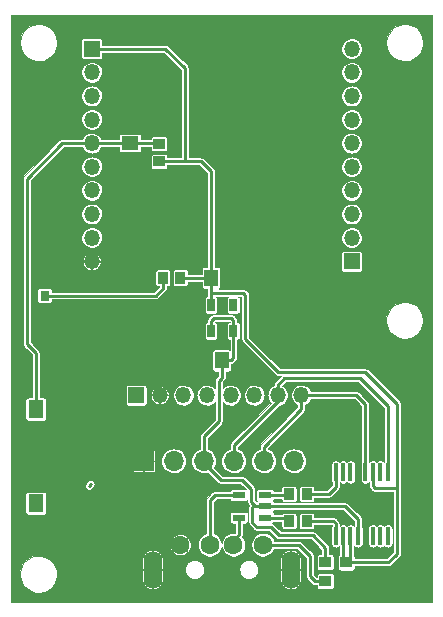
<source format=gtl>
G04 #@! TF.FileFunction,Copper,L1,Top,Signal*
%FSLAX46Y46*%
G04 Gerber Fmt 4.6, Leading zero omitted, Abs format (unit mm)*
G04 Created by KiCad (PCBNEW 4.0.7) date 01/02/18 09:07:11*
%MOMM*%
%LPD*%
G01*
G04 APERTURE LIST*
%ADD10C,0.100000*%
%ADD11R,1.450000X1.150000*%
%ADD12R,1.000000X0.850000*%
%ADD13R,0.850000X1.000000*%
%ADD14R,1.150000X1.450000*%
%ADD15R,0.800100X0.899160*%
%ADD16R,1.000000X0.950000*%
%ADD17R,1.350000X1.350000*%
%ADD18O,1.350000X1.350000*%
%ADD19R,1.700000X1.700000*%
%ADD20O,1.700000X1.700000*%
%ADD21O,0.400000X1.550000*%
%ADD22R,1.100000X0.600000*%
%ADD23C,1.600000*%
%ADD24O,1.600000X3.200000*%
%ADD25R,1.300000X1.550000*%
%ADD26R,0.650000X1.060000*%
%ADD27C,0.600000*%
%ADD28C,0.250000*%
G04 APERTURE END LIST*
D10*
D11*
X103250000Y-108000000D03*
X103250000Y-106200000D03*
D12*
X105700000Y-109550000D03*
X105700000Y-108050000D03*
D13*
X107500000Y-119400000D03*
X106000000Y-119400000D03*
D14*
X110100000Y-119400000D03*
X111900000Y-119400000D03*
X111000000Y-126400000D03*
X109200000Y-126400000D03*
D15*
X96000000Y-119100840D03*
X96000000Y-120899160D03*
D16*
X119770000Y-145080000D03*
X119770000Y-143480000D03*
X121550000Y-143500000D03*
X121550000Y-145100000D03*
D13*
X118200000Y-140000000D03*
X116700000Y-140000000D03*
X116700000Y-137700000D03*
X118200000Y-137700000D03*
D17*
X122000000Y-118000000D03*
D18*
X122000000Y-116000000D03*
X122000000Y-114000000D03*
X122000000Y-112000000D03*
X122000000Y-110000000D03*
X122000000Y-108000000D03*
X122000000Y-106000000D03*
X122000000Y-104000000D03*
X122000000Y-102000000D03*
X122000000Y-100000000D03*
D17*
X100000000Y-100000000D03*
D18*
X100000000Y-102000000D03*
X100000000Y-104000000D03*
X100000000Y-106000000D03*
X100000000Y-108000000D03*
X100000000Y-110000000D03*
X100000000Y-112000000D03*
X100000000Y-114000000D03*
X100000000Y-116000000D03*
X100000000Y-118000000D03*
D17*
X103750000Y-129340000D03*
D18*
X105750000Y-129340000D03*
X107750000Y-129340000D03*
X109750000Y-129340000D03*
X111750000Y-129340000D03*
X113750000Y-129340000D03*
X115750000Y-129340000D03*
X117750000Y-129340000D03*
D19*
X104400000Y-134900000D03*
D20*
X106940000Y-134900000D03*
X109480000Y-134900000D03*
X112020000Y-134900000D03*
X114560000Y-134900000D03*
X117100000Y-134900000D03*
D21*
X125055000Y-135850000D03*
X124425000Y-135850000D03*
X123795000Y-135850000D03*
X123165000Y-135850000D03*
X122535000Y-135850000D03*
X121905000Y-135850000D03*
X121275000Y-135850000D03*
X120645000Y-135850000D03*
X120645000Y-141250000D03*
X121275000Y-141250000D03*
X121905000Y-141250000D03*
X122535000Y-141250000D03*
X123165000Y-141250000D03*
X123795000Y-141250000D03*
X124425000Y-141250000D03*
X125055000Y-141250000D03*
D22*
X112450000Y-137800000D03*
X112450000Y-139700000D03*
X112450000Y-138750000D03*
X114650000Y-139700000D03*
X114650000Y-137800000D03*
X114650000Y-138750000D03*
D23*
X107500000Y-142000000D03*
X110000000Y-142000000D03*
X112000000Y-142000000D03*
X114500000Y-142000000D03*
D24*
X105150000Y-144100000D03*
X116850000Y-144100000D03*
D25*
X99750000Y-138480000D03*
X95250000Y-138480000D03*
X95250000Y-130520000D03*
X99750000Y-130520000D03*
D26*
X110100000Y-123900000D03*
X111050000Y-123900000D03*
X112000000Y-123900000D03*
X112000000Y-121700000D03*
X110100000Y-121700000D03*
D27*
X105600000Y-132000000D03*
X112600000Y-131400000D03*
X111600000Y-132600000D03*
X118600000Y-132200000D03*
X121800000Y-131200000D03*
X121800000Y-133400000D03*
X124800000Y-138200000D03*
X123800000Y-139600000D03*
D28*
X99900000Y-136870000D02*
X99750000Y-137020000D01*
X95250000Y-130520000D02*
X95250000Y-125750000D01*
X97500000Y-108000000D02*
X100000000Y-108000000D01*
X94500000Y-111000000D02*
X97500000Y-108000000D01*
X94500000Y-125000000D02*
X94500000Y-111000000D01*
X95250000Y-125750000D02*
X94500000Y-125000000D01*
X103250000Y-108000000D02*
X105650000Y-108000000D01*
X105650000Y-108000000D02*
X105700000Y-108050000D01*
X100000000Y-108000000D02*
X103250000Y-108000000D01*
X112600000Y-131600000D02*
X112600000Y-131400000D01*
X111600000Y-132600000D02*
X112600000Y-131600000D01*
X120800000Y-132200000D02*
X118600000Y-132200000D01*
X121800000Y-131200000D02*
X120800000Y-132200000D01*
X121800000Y-133600000D02*
X121800000Y-133400000D01*
X122535000Y-134335000D02*
X121800000Y-133600000D01*
X122535000Y-135850000D02*
X122535000Y-134335000D01*
X123165000Y-141250000D02*
X123165000Y-140035000D01*
X122600000Y-137800000D02*
X122600000Y-135915000D01*
X123000000Y-138200000D02*
X122600000Y-137800000D01*
X124800000Y-138200000D02*
X123000000Y-138200000D01*
X123600000Y-139600000D02*
X123800000Y-139600000D01*
X123165000Y-140035000D02*
X123600000Y-139600000D01*
X122600000Y-135915000D02*
X122535000Y-135850000D01*
X119770000Y-143480000D02*
X119770000Y-142270000D01*
X113600000Y-138790000D02*
X113770000Y-138620000D01*
X113600000Y-140130000D02*
X113600000Y-138790000D01*
X113980000Y-140510000D02*
X113600000Y-140130000D01*
X115150000Y-140510000D02*
X113980000Y-140510000D01*
X115850000Y-141210000D02*
X115150000Y-140510000D01*
X118710000Y-141210000D02*
X115850000Y-141210000D01*
X119770000Y-142270000D02*
X118710000Y-141210000D01*
X112000000Y-123900000D02*
X112000000Y-123000000D01*
X110100000Y-123050000D02*
X110100000Y-123900000D01*
X110350000Y-122800000D02*
X110100000Y-123050000D01*
X111800000Y-122800000D02*
X110350000Y-122800000D01*
X112000000Y-123000000D02*
X111800000Y-122800000D01*
X111000000Y-126400000D02*
X111750000Y-126400000D01*
X112000000Y-126150000D02*
X112000000Y-123900000D01*
X111750000Y-126400000D02*
X112000000Y-126150000D01*
X109480000Y-134900000D02*
X109480000Y-132820000D01*
X111000000Y-127850000D02*
X111000000Y-126400000D01*
X110750000Y-128100000D02*
X111000000Y-127850000D01*
X110750000Y-131550000D02*
X110750000Y-128100000D01*
X109480000Y-132820000D02*
X110750000Y-131550000D01*
X109480000Y-134900000D02*
X109480000Y-134770000D01*
X114650000Y-138750000D02*
X121450000Y-138750000D01*
X122535000Y-139835000D02*
X122535000Y-141250000D01*
X121450000Y-138750000D02*
X122535000Y-139835000D01*
X109480000Y-134900000D02*
X109480000Y-135080000D01*
X109480000Y-135080000D02*
X110900000Y-136500000D01*
X113900000Y-138750000D02*
X114650000Y-138750000D01*
X113500000Y-138350000D02*
X113770000Y-138620000D01*
X113770000Y-138620000D02*
X113900000Y-138750000D01*
X113500000Y-137300000D02*
X113500000Y-138350000D01*
X112700000Y-136500000D02*
X113500000Y-137300000D01*
X110900000Y-136500000D02*
X112700000Y-136500000D01*
X107875000Y-109550000D02*
X107875000Y-101650000D01*
X106225000Y-100000000D02*
X100000000Y-100000000D01*
X107875000Y-101650000D02*
X106225000Y-100000000D01*
X110100000Y-119400000D02*
X110100000Y-110400000D01*
X109250000Y-109550000D02*
X107875000Y-109550000D01*
X107875000Y-109550000D02*
X105700000Y-109550000D01*
X110100000Y-110400000D02*
X109250000Y-109550000D01*
X110100000Y-119400000D02*
X107500000Y-119400000D01*
X113000000Y-124600000D02*
X113000000Y-120850000D01*
X125850000Y-137200000D02*
X125850000Y-130100000D01*
X125850000Y-130100000D02*
X123150000Y-127400000D01*
X123150000Y-127400000D02*
X115800000Y-127400000D01*
X115800000Y-127400000D02*
X113000000Y-124600000D01*
X112800000Y-120650000D02*
X110100000Y-120650000D01*
X113000000Y-120850000D02*
X112800000Y-120650000D01*
X110100000Y-121700000D02*
X110100000Y-120650000D01*
X110100000Y-120650000D02*
X110100000Y-119400000D01*
X123795000Y-135850000D02*
X123795000Y-136995000D01*
X124000000Y-137200000D02*
X125850000Y-137200000D01*
X123795000Y-136995000D02*
X124000000Y-137200000D01*
X125650000Y-142950000D02*
X125100000Y-143500000D01*
X125850000Y-142750000D02*
X125850000Y-137200000D01*
X125650000Y-142950000D02*
X125850000Y-142750000D01*
X125100000Y-143500000D02*
X121500000Y-143500000D01*
X121905000Y-141250000D02*
X121905000Y-143095000D01*
X121905000Y-143095000D02*
X121500000Y-143500000D01*
X121275000Y-141250000D02*
X121275000Y-143275000D01*
X121275000Y-143275000D02*
X121500000Y-143500000D01*
X96000000Y-120899160D02*
X105399160Y-120899160D01*
X106000000Y-120298320D02*
X106000000Y-119400000D01*
X105399160Y-120899160D02*
X106000000Y-120298320D01*
X110000000Y-142000000D02*
X110000000Y-138250000D01*
X110450000Y-137800000D02*
X112450000Y-137800000D01*
X110000000Y-138250000D02*
X110450000Y-137800000D01*
X112000000Y-142000000D02*
X112000000Y-141600000D01*
X112000000Y-141600000D02*
X112450000Y-141150000D01*
X112450000Y-141150000D02*
X112450000Y-139700000D01*
X114650000Y-139700000D02*
X116400000Y-139700000D01*
X116400000Y-139700000D02*
X116700000Y-140000000D01*
X114650000Y-137800000D02*
X116600000Y-137800000D01*
X116600000Y-137800000D02*
X116700000Y-137700000D01*
X115750000Y-129340000D02*
X115750000Y-128450000D01*
X125055000Y-130255000D02*
X125055000Y-135850000D01*
X122700000Y-127900000D02*
X125055000Y-130255000D01*
X116300000Y-127900000D02*
X122700000Y-127900000D01*
X115750000Y-128450000D02*
X116300000Y-127900000D01*
X112020000Y-134900000D02*
X112020000Y-133580000D01*
X112020000Y-133580000D02*
X115750000Y-129850000D01*
X115750000Y-129850000D02*
X115750000Y-129340000D01*
X112020000Y-134900000D02*
X112020000Y-134180000D01*
X117750000Y-129340000D02*
X122390000Y-129340000D01*
X123165000Y-130115000D02*
X123165000Y-135850000D01*
X122390000Y-129340000D02*
X123165000Y-130115000D01*
X114560000Y-134900000D02*
X114560000Y-133690000D01*
X117750000Y-130500000D02*
X117750000Y-129340000D01*
X114560000Y-133690000D02*
X117750000Y-130500000D01*
X118200000Y-137700000D02*
X120050000Y-137700000D01*
X120645000Y-137105000D02*
X120645000Y-135850000D01*
X120050000Y-137700000D02*
X120645000Y-137105000D01*
X118200000Y-140000000D02*
X120450000Y-140000000D01*
X120645000Y-140195000D02*
X120645000Y-141250000D01*
X120450000Y-140000000D02*
X120645000Y-140195000D01*
X114500000Y-142000000D02*
X117510000Y-142000000D01*
X118870000Y-145080000D02*
X119770000Y-145080000D01*
X118460000Y-144670000D02*
X118870000Y-145080000D01*
X118460000Y-142950000D02*
X118460000Y-144670000D01*
X117510000Y-142000000D02*
X118460000Y-142950000D01*
D10*
G36*
X128825000Y-146825000D02*
X93175000Y-146825000D01*
X93175000Y-144631169D01*
X93937950Y-144631169D01*
X93993176Y-144932075D01*
X94105797Y-145216523D01*
X94271523Y-145473679D01*
X94484041Y-145693748D01*
X94735257Y-145868347D01*
X95015601Y-145990827D01*
X95314396Y-146056521D01*
X95620261Y-146062928D01*
X95921545Y-146009804D01*
X96206772Y-145899171D01*
X96465079Y-145735245D01*
X96686626Y-145524268D01*
X96862975Y-145274278D01*
X96987409Y-144994795D01*
X97055187Y-144696466D01*
X97060067Y-144347034D01*
X97016103Y-144125000D01*
X104250000Y-144125000D01*
X104250000Y-144925000D01*
X104272171Y-145100101D01*
X104328076Y-145267512D01*
X104415567Y-145420800D01*
X104531282Y-145554074D01*
X104670774Y-145662212D01*
X104828682Y-145741059D01*
X104984571Y-145784666D01*
X105125000Y-145774643D01*
X105125000Y-144125000D01*
X105175000Y-144125000D01*
X105175000Y-145774643D01*
X105315429Y-145784666D01*
X105471318Y-145741059D01*
X105629226Y-145662212D01*
X105768718Y-145554074D01*
X105884433Y-145420800D01*
X105971924Y-145267512D01*
X106027829Y-145100101D01*
X106050000Y-144925000D01*
X106050000Y-144168107D01*
X107888936Y-144168107D01*
X107917611Y-144324346D01*
X107976087Y-144472041D01*
X108062137Y-144605564D01*
X108172483Y-144719830D01*
X108302922Y-144810488D01*
X108448485Y-144874083D01*
X108603629Y-144908193D01*
X108762443Y-144911520D01*
X108918879Y-144883936D01*
X109066978Y-144826493D01*
X109201099Y-144741377D01*
X109316133Y-144631831D01*
X109407698Y-144502029D01*
X109472308Y-144356913D01*
X109507501Y-144202011D01*
X109507974Y-144168107D01*
X112488936Y-144168107D01*
X112517611Y-144324346D01*
X112576087Y-144472041D01*
X112662137Y-144605564D01*
X112772483Y-144719830D01*
X112902922Y-144810488D01*
X113048485Y-144874083D01*
X113203629Y-144908193D01*
X113362443Y-144911520D01*
X113518879Y-144883936D01*
X113666978Y-144826493D01*
X113801099Y-144741377D01*
X113916133Y-144631831D01*
X114007698Y-144502029D01*
X114072308Y-144356913D01*
X114107501Y-144202011D01*
X114108576Y-144125000D01*
X115950000Y-144125000D01*
X115950000Y-144925000D01*
X115972171Y-145100101D01*
X116028076Y-145267512D01*
X116115567Y-145420800D01*
X116231282Y-145554074D01*
X116370774Y-145662212D01*
X116528682Y-145741059D01*
X116684571Y-145784666D01*
X116825000Y-145774643D01*
X116825000Y-144125000D01*
X116875000Y-144125000D01*
X116875000Y-145774643D01*
X117015429Y-145784666D01*
X117171318Y-145741059D01*
X117329226Y-145662212D01*
X117468718Y-145554074D01*
X117584433Y-145420800D01*
X117671924Y-145267512D01*
X117727829Y-145100101D01*
X117750000Y-144925000D01*
X117750000Y-144125000D01*
X116875000Y-144125000D01*
X116825000Y-144125000D01*
X115950000Y-144125000D01*
X114108576Y-144125000D01*
X114110034Y-144020575D01*
X114079181Y-143864752D01*
X114018648Y-143717888D01*
X113930742Y-143585579D01*
X113818811Y-143472865D01*
X113687120Y-143384037D01*
X113540682Y-143322481D01*
X113385078Y-143290540D01*
X113226232Y-143289431D01*
X113070197Y-143319196D01*
X112922915Y-143378702D01*
X112789995Y-143465682D01*
X112676502Y-143576823D01*
X112586757Y-143707892D01*
X112524180Y-143853895D01*
X112491153Y-144009273D01*
X112488936Y-144168107D01*
X109507974Y-144168107D01*
X109510034Y-144020575D01*
X109479181Y-143864752D01*
X109418648Y-143717888D01*
X109330742Y-143585579D01*
X109218811Y-143472865D01*
X109087120Y-143384037D01*
X108940682Y-143322481D01*
X108785078Y-143290540D01*
X108626232Y-143289431D01*
X108470197Y-143319196D01*
X108322915Y-143378702D01*
X108189995Y-143465682D01*
X108076502Y-143576823D01*
X107986757Y-143707892D01*
X107924180Y-143853895D01*
X107891153Y-144009273D01*
X107888936Y-144168107D01*
X106050000Y-144168107D01*
X106050000Y-144125000D01*
X105175000Y-144125000D01*
X105125000Y-144125000D01*
X104250000Y-144125000D01*
X97016103Y-144125000D01*
X97000644Y-144046929D01*
X96884063Y-143764081D01*
X96714763Y-143509264D01*
X96499193Y-143292184D01*
X96473717Y-143275000D01*
X104250000Y-143275000D01*
X104250000Y-144075000D01*
X105125000Y-144075000D01*
X105125000Y-142425357D01*
X105175000Y-142425357D01*
X105175000Y-144075000D01*
X106050000Y-144075000D01*
X106050000Y-143275000D01*
X115950000Y-143275000D01*
X115950000Y-144075000D01*
X116825000Y-144075000D01*
X116825000Y-142425357D01*
X116875000Y-142425357D01*
X116875000Y-144075000D01*
X117750000Y-144075000D01*
X117750000Y-143275000D01*
X117727829Y-143099899D01*
X117671924Y-142932488D01*
X117584433Y-142779200D01*
X117468718Y-142645926D01*
X117329226Y-142537788D01*
X117171318Y-142458941D01*
X117015429Y-142415334D01*
X116875000Y-142425357D01*
X116825000Y-142425357D01*
X116684571Y-142415334D01*
X116528682Y-142458941D01*
X116370774Y-142537788D01*
X116231282Y-142645926D01*
X116115567Y-142779200D01*
X116028076Y-142932488D01*
X115972171Y-143099899D01*
X115950000Y-143275000D01*
X106050000Y-143275000D01*
X106027829Y-143099899D01*
X105971924Y-142932488D01*
X105884433Y-142779200D01*
X105768718Y-142645926D01*
X105760075Y-142639225D01*
X106896131Y-142639225D01*
X106988862Y-142746053D01*
X107144231Y-142831435D01*
X107313272Y-142884867D01*
X107489490Y-142904293D01*
X107666110Y-142888968D01*
X107836347Y-142839481D01*
X107993659Y-142757732D01*
X108011138Y-142746053D01*
X108103869Y-142639225D01*
X107500000Y-142035355D01*
X106896131Y-142639225D01*
X105760075Y-142639225D01*
X105629226Y-142537788D01*
X105471318Y-142458941D01*
X105315429Y-142415334D01*
X105175000Y-142425357D01*
X105125000Y-142425357D01*
X104984571Y-142415334D01*
X104828682Y-142458941D01*
X104670774Y-142537788D01*
X104531282Y-142645926D01*
X104415567Y-142779200D01*
X104328076Y-142932488D01*
X104272171Y-143099899D01*
X104250000Y-143275000D01*
X96473717Y-143275000D01*
X96245564Y-143121109D01*
X95963537Y-143002555D01*
X95663853Y-142941039D01*
X95357929Y-142938903D01*
X95057416Y-142996229D01*
X94773761Y-143110833D01*
X94517768Y-143278350D01*
X94299189Y-143492400D01*
X94126347Y-143744828D01*
X94005828Y-144026021D01*
X93942221Y-144325267D01*
X93937950Y-144631169D01*
X93175000Y-144631169D01*
X93175000Y-141989490D01*
X106595707Y-141989490D01*
X106611032Y-142166110D01*
X106660519Y-142336347D01*
X106742268Y-142493659D01*
X106753947Y-142511138D01*
X106860775Y-142603869D01*
X107464645Y-142000000D01*
X107535355Y-142000000D01*
X108139225Y-142603869D01*
X108246053Y-142511138D01*
X108331435Y-142355769D01*
X108384867Y-142186728D01*
X108404293Y-142010510D01*
X108388968Y-141833890D01*
X108339481Y-141663653D01*
X108257732Y-141506341D01*
X108246053Y-141488862D01*
X108139225Y-141396131D01*
X107535355Y-142000000D01*
X107464645Y-142000000D01*
X106860775Y-141396131D01*
X106753947Y-141488862D01*
X106668565Y-141644231D01*
X106615133Y-141813272D01*
X106595707Y-141989490D01*
X93175000Y-141989490D01*
X93175000Y-141360775D01*
X106896131Y-141360775D01*
X107500000Y-141964645D01*
X108103869Y-141360775D01*
X108011138Y-141253947D01*
X107855769Y-141168565D01*
X107686728Y-141115133D01*
X107510510Y-141095707D01*
X107333890Y-141111032D01*
X107163653Y-141160519D01*
X107006341Y-141242268D01*
X106988862Y-141253947D01*
X106896131Y-141360775D01*
X93175000Y-141360775D01*
X93175000Y-137705000D01*
X94388984Y-137705000D01*
X94388984Y-139255000D01*
X94391651Y-139288442D01*
X94409216Y-139345162D01*
X94441888Y-139394744D01*
X94487080Y-139433260D01*
X94541212Y-139457662D01*
X94600000Y-139466016D01*
X95900000Y-139466016D01*
X95933442Y-139463349D01*
X95990162Y-139445784D01*
X96039744Y-139413112D01*
X96078260Y-139367920D01*
X96102662Y-139313788D01*
X96111016Y-139255000D01*
X96111016Y-137705000D01*
X96108349Y-137671558D01*
X96090784Y-137614838D01*
X96058112Y-137565256D01*
X96012920Y-137526740D01*
X95958788Y-137502338D01*
X95900000Y-137493984D01*
X94600000Y-137493984D01*
X94566558Y-137496651D01*
X94509838Y-137514216D01*
X94460256Y-137546888D01*
X94421740Y-137592080D01*
X94397338Y-137646212D01*
X94388984Y-137705000D01*
X93175000Y-137705000D01*
X93175000Y-137018830D01*
X99415003Y-137018830D01*
X99421154Y-137083921D01*
X99439833Y-137146576D01*
X99470326Y-137204411D01*
X99511471Y-137255221D01*
X99561702Y-137297072D01*
X99619105Y-137328369D01*
X99681494Y-137347921D01*
X99746492Y-137354981D01*
X99811624Y-137349283D01*
X99874408Y-137331043D01*
X99932454Y-137300954D01*
X99983550Y-137260165D01*
X99986881Y-137256881D01*
X100136881Y-137106881D01*
X100178380Y-137056359D01*
X100209276Y-136998739D01*
X100228391Y-136936216D01*
X100234997Y-136871170D01*
X100228846Y-136806079D01*
X100210167Y-136743424D01*
X100179674Y-136685589D01*
X100138529Y-136634779D01*
X100088298Y-136592928D01*
X100030895Y-136561631D01*
X99968506Y-136542079D01*
X99903508Y-136535019D01*
X99838376Y-136540717D01*
X99775592Y-136558957D01*
X99717546Y-136589046D01*
X99666450Y-136629835D01*
X99663119Y-136633119D01*
X99513119Y-136783119D01*
X99471620Y-136833641D01*
X99440724Y-136891261D01*
X99421609Y-136953784D01*
X99415003Y-137018830D01*
X93175000Y-137018830D01*
X93175000Y-134950000D01*
X103450000Y-134950000D01*
X103450000Y-135759849D01*
X103453843Y-135779169D01*
X103461381Y-135797368D01*
X103472325Y-135813746D01*
X103486254Y-135827675D01*
X103502632Y-135838619D01*
X103520831Y-135846157D01*
X103540151Y-135850000D01*
X104350000Y-135850000D01*
X104375000Y-135825000D01*
X104375000Y-134925000D01*
X104425000Y-134925000D01*
X104425000Y-135825000D01*
X104450000Y-135850000D01*
X105259849Y-135850000D01*
X105279169Y-135846157D01*
X105297368Y-135838619D01*
X105313746Y-135827675D01*
X105327675Y-135813746D01*
X105338619Y-135797368D01*
X105346157Y-135779169D01*
X105350000Y-135759849D01*
X105350000Y-134950000D01*
X105325000Y-134925000D01*
X104425000Y-134925000D01*
X104375000Y-134925000D01*
X103475000Y-134925000D01*
X103450000Y-134950000D01*
X93175000Y-134950000D01*
X93175000Y-134894871D01*
X105880000Y-134894871D01*
X105880000Y-134905129D01*
X105900188Y-135111017D01*
X105959981Y-135309064D01*
X106057103Y-135491724D01*
X106187855Y-135652041D01*
X106347256Y-135783909D01*
X106529233Y-135882304D01*
X106726857Y-135943479D01*
X106932600Y-135965103D01*
X107138624Y-135946353D01*
X107337083Y-135887944D01*
X107520417Y-135792099D01*
X107681643Y-135662470D01*
X107814620Y-135503994D01*
X107914283Y-135322707D01*
X107976836Y-135125515D01*
X107999897Y-134919929D01*
X108000000Y-134905129D01*
X108000000Y-134894871D01*
X107979812Y-134688983D01*
X107920019Y-134490936D01*
X107822897Y-134308276D01*
X107692145Y-134147959D01*
X107532744Y-134016091D01*
X107350767Y-133917696D01*
X107153143Y-133856521D01*
X106947400Y-133834897D01*
X106741376Y-133853647D01*
X106542917Y-133912056D01*
X106359583Y-134007901D01*
X106198357Y-134137530D01*
X106065380Y-134296006D01*
X105965717Y-134477293D01*
X105903164Y-134674485D01*
X105880103Y-134880071D01*
X105880000Y-134894871D01*
X93175000Y-134894871D01*
X93175000Y-134040151D01*
X103450000Y-134040151D01*
X103450000Y-134850000D01*
X103475000Y-134875000D01*
X104375000Y-134875000D01*
X104375000Y-133975000D01*
X104425000Y-133975000D01*
X104425000Y-134875000D01*
X105325000Y-134875000D01*
X105350000Y-134850000D01*
X105350000Y-134040151D01*
X105346157Y-134020831D01*
X105338619Y-134002632D01*
X105327675Y-133986254D01*
X105313746Y-133972325D01*
X105297368Y-133961381D01*
X105279169Y-133953843D01*
X105259849Y-133950000D01*
X104450000Y-133950000D01*
X104425000Y-133975000D01*
X104375000Y-133975000D01*
X104350000Y-133950000D01*
X103540151Y-133950000D01*
X103520831Y-133953843D01*
X103502632Y-133961381D01*
X103486254Y-133972325D01*
X103472325Y-133986254D01*
X103461381Y-134002632D01*
X103453843Y-134020831D01*
X103450000Y-134040151D01*
X93175000Y-134040151D01*
X93175000Y-111000000D01*
X94165000Y-111000000D01*
X94165000Y-125000000D01*
X94168024Y-125030844D01*
X94170717Y-125061624D01*
X94171208Y-125063314D01*
X94171380Y-125065069D01*
X94180329Y-125094711D01*
X94188957Y-125124408D01*
X94189768Y-125125972D01*
X94190277Y-125127659D01*
X94204828Y-125155026D01*
X94219046Y-125182454D01*
X94220142Y-125183827D01*
X94220971Y-125185386D01*
X94240546Y-125209387D01*
X94259835Y-125233550D01*
X94262257Y-125236007D01*
X94262294Y-125236052D01*
X94262336Y-125236087D01*
X94263119Y-125236881D01*
X94915000Y-125888762D01*
X94915000Y-129533984D01*
X94600000Y-129533984D01*
X94566558Y-129536651D01*
X94509838Y-129554216D01*
X94460256Y-129586888D01*
X94421740Y-129632080D01*
X94397338Y-129686212D01*
X94388984Y-129745000D01*
X94388984Y-131295000D01*
X94391651Y-131328442D01*
X94409216Y-131385162D01*
X94441888Y-131434744D01*
X94487080Y-131473260D01*
X94541212Y-131497662D01*
X94600000Y-131506016D01*
X95900000Y-131506016D01*
X95933442Y-131503349D01*
X95990162Y-131485784D01*
X96039744Y-131453112D01*
X96078260Y-131407920D01*
X96102662Y-131353788D01*
X96111016Y-131295000D01*
X96111016Y-129745000D01*
X96108349Y-129711558D01*
X96090784Y-129654838D01*
X96058112Y-129605256D01*
X96012920Y-129566740D01*
X95958788Y-129542338D01*
X95900000Y-129533984D01*
X95585000Y-129533984D01*
X95585000Y-128665000D01*
X102863984Y-128665000D01*
X102863984Y-130015000D01*
X102866651Y-130048442D01*
X102884216Y-130105162D01*
X102916888Y-130154744D01*
X102962080Y-130193260D01*
X103016212Y-130217662D01*
X103075000Y-130226016D01*
X104425000Y-130226016D01*
X104458442Y-130223349D01*
X104515162Y-130205784D01*
X104564744Y-130173112D01*
X104603260Y-130127920D01*
X104627662Y-130073788D01*
X104636016Y-130015000D01*
X104636016Y-129485866D01*
X104988849Y-129485866D01*
X105031931Y-129631556D01*
X105102608Y-129766042D01*
X105198164Y-129884156D01*
X105314927Y-129981358D01*
X105448410Y-130053913D01*
X105593482Y-130099033D01*
X105604134Y-130101150D01*
X105725000Y-130089583D01*
X105725000Y-129365000D01*
X105775000Y-129365000D01*
X105775000Y-130089583D01*
X105895866Y-130101150D01*
X105906518Y-130099033D01*
X106051590Y-130053913D01*
X106185073Y-129981358D01*
X106301836Y-129884156D01*
X106397392Y-129766042D01*
X106468069Y-129631556D01*
X106511151Y-129485866D01*
X106499598Y-129365000D01*
X105775000Y-129365000D01*
X105725000Y-129365000D01*
X105000402Y-129365000D01*
X104988849Y-129485866D01*
X104636016Y-129485866D01*
X104636016Y-129335718D01*
X106865000Y-129335718D01*
X106865000Y-129344282D01*
X106881855Y-129516179D01*
X106931777Y-129681529D01*
X107012865Y-129834034D01*
X107122030Y-129967883D01*
X107255114Y-130077980D01*
X107407049Y-130160131D01*
X107572046Y-130211206D01*
X107743822Y-130229260D01*
X107915832Y-130213606D01*
X108081527Y-130164840D01*
X108234593Y-130084818D01*
X108369202Y-129976590D01*
X108480225Y-129844278D01*
X108563435Y-129692921D01*
X108615661Y-129528284D01*
X108634914Y-129356639D01*
X108635000Y-129344282D01*
X108635000Y-129335718D01*
X108618145Y-129163821D01*
X108568223Y-128998471D01*
X108487135Y-128845966D01*
X108377970Y-128712117D01*
X108244886Y-128602020D01*
X108092951Y-128519869D01*
X107927954Y-128468794D01*
X107756178Y-128450740D01*
X107584168Y-128466394D01*
X107418473Y-128515160D01*
X107265407Y-128595182D01*
X107130798Y-128703410D01*
X107019775Y-128835722D01*
X106936565Y-128987079D01*
X106884339Y-129151716D01*
X106865086Y-129323361D01*
X106865000Y-129335718D01*
X104636016Y-129335718D01*
X104636016Y-129194134D01*
X104988849Y-129194134D01*
X105000402Y-129315000D01*
X105725000Y-129315000D01*
X105725000Y-128590417D01*
X105775000Y-128590417D01*
X105775000Y-129315000D01*
X106499598Y-129315000D01*
X106511151Y-129194134D01*
X106468069Y-129048444D01*
X106397392Y-128913958D01*
X106301836Y-128795844D01*
X106185073Y-128698642D01*
X106051590Y-128626087D01*
X105906518Y-128580967D01*
X105895866Y-128578850D01*
X105775000Y-128590417D01*
X105725000Y-128590417D01*
X105604134Y-128578850D01*
X105593482Y-128580967D01*
X105448410Y-128626087D01*
X105314927Y-128698642D01*
X105198164Y-128795844D01*
X105102608Y-128913958D01*
X105031931Y-129048444D01*
X104988849Y-129194134D01*
X104636016Y-129194134D01*
X104636016Y-128665000D01*
X104633349Y-128631558D01*
X104615784Y-128574838D01*
X104583112Y-128525256D01*
X104537920Y-128486740D01*
X104483788Y-128462338D01*
X104425000Y-128453984D01*
X103075000Y-128453984D01*
X103041558Y-128456651D01*
X102984838Y-128474216D01*
X102935256Y-128506888D01*
X102896740Y-128552080D01*
X102872338Y-128606212D01*
X102863984Y-128665000D01*
X95585000Y-128665000D01*
X95585000Y-125750000D01*
X95581976Y-125719156D01*
X95579283Y-125688376D01*
X95578792Y-125686686D01*
X95578620Y-125684931D01*
X95569671Y-125655289D01*
X95561043Y-125625592D01*
X95560232Y-125624028D01*
X95559723Y-125622341D01*
X95545172Y-125594974D01*
X95530954Y-125567546D01*
X95529858Y-125566173D01*
X95529029Y-125564614D01*
X95509429Y-125540583D01*
X95490164Y-125516450D01*
X95487744Y-125513995D01*
X95487706Y-125513948D01*
X95487663Y-125513912D01*
X95486881Y-125513119D01*
X94835000Y-124861238D01*
X94835000Y-120449580D01*
X95388934Y-120449580D01*
X95388934Y-121348740D01*
X95391601Y-121382182D01*
X95409166Y-121438902D01*
X95441838Y-121488484D01*
X95487030Y-121527000D01*
X95541162Y-121551402D01*
X95599950Y-121559756D01*
X96400050Y-121559756D01*
X96433492Y-121557089D01*
X96490212Y-121539524D01*
X96539794Y-121506852D01*
X96578310Y-121461660D01*
X96602712Y-121407528D01*
X96611066Y-121348740D01*
X96611066Y-121234160D01*
X105399160Y-121234160D01*
X105430004Y-121231136D01*
X105460784Y-121228443D01*
X105462474Y-121227952D01*
X105464229Y-121227780D01*
X105493871Y-121218831D01*
X105523568Y-121210203D01*
X105525132Y-121209392D01*
X105526819Y-121208883D01*
X105554186Y-121194332D01*
X105581614Y-121180114D01*
X105582987Y-121179018D01*
X105584546Y-121178189D01*
X105608547Y-121158614D01*
X105632710Y-121139325D01*
X105635167Y-121136903D01*
X105635212Y-121136866D01*
X105635247Y-121136824D01*
X105636041Y-121136041D01*
X106236881Y-120535201D01*
X106256547Y-120511259D01*
X106276413Y-120487584D01*
X106277261Y-120486041D01*
X106278380Y-120484679D01*
X106293020Y-120457376D01*
X106307910Y-120430291D01*
X106308442Y-120428615D01*
X106309276Y-120427059D01*
X106318347Y-120397388D01*
X106327679Y-120367970D01*
X106327875Y-120366224D01*
X106328391Y-120364536D01*
X106331519Y-120333736D01*
X106334967Y-120302997D01*
X106334991Y-120299546D01*
X106334997Y-120299490D01*
X106334992Y-120299438D01*
X106335000Y-120298320D01*
X106335000Y-120111016D01*
X106425000Y-120111016D01*
X106458442Y-120108349D01*
X106515162Y-120090784D01*
X106564744Y-120058112D01*
X106603260Y-120012920D01*
X106627662Y-119958788D01*
X106636016Y-119900000D01*
X106636016Y-118900000D01*
X106633349Y-118866558D01*
X106615784Y-118809838D01*
X106583112Y-118760256D01*
X106537920Y-118721740D01*
X106483788Y-118697338D01*
X106425000Y-118688984D01*
X105575000Y-118688984D01*
X105541558Y-118691651D01*
X105484838Y-118709216D01*
X105435256Y-118741888D01*
X105396740Y-118787080D01*
X105372338Y-118841212D01*
X105363984Y-118900000D01*
X105363984Y-119900000D01*
X105366651Y-119933442D01*
X105384216Y-119990162D01*
X105416888Y-120039744D01*
X105462080Y-120078260D01*
X105516212Y-120102662D01*
X105575000Y-120111016D01*
X105665000Y-120111016D01*
X105665000Y-120159558D01*
X105260398Y-120564160D01*
X96611066Y-120564160D01*
X96611066Y-120449580D01*
X96608399Y-120416138D01*
X96590834Y-120359418D01*
X96558162Y-120309836D01*
X96512970Y-120271320D01*
X96458838Y-120246918D01*
X96400050Y-120238564D01*
X95599950Y-120238564D01*
X95566508Y-120241231D01*
X95509788Y-120258796D01*
X95460206Y-120291468D01*
X95421690Y-120336660D01*
X95397288Y-120390792D01*
X95388934Y-120449580D01*
X94835000Y-120449580D01*
X94835000Y-118145866D01*
X99238850Y-118145866D01*
X99240967Y-118156518D01*
X99286087Y-118301590D01*
X99358642Y-118435073D01*
X99455844Y-118551836D01*
X99573958Y-118647392D01*
X99708444Y-118718069D01*
X99854134Y-118761151D01*
X99975000Y-118749598D01*
X99975000Y-118025000D01*
X100025000Y-118025000D01*
X100025000Y-118749598D01*
X100145866Y-118761151D01*
X100291556Y-118718069D01*
X100426042Y-118647392D01*
X100544156Y-118551836D01*
X100641358Y-118435073D01*
X100713913Y-118301590D01*
X100759033Y-118156518D01*
X100761150Y-118145866D01*
X100749583Y-118025000D01*
X100025000Y-118025000D01*
X99975000Y-118025000D01*
X99250417Y-118025000D01*
X99238850Y-118145866D01*
X94835000Y-118145866D01*
X94835000Y-117854134D01*
X99238850Y-117854134D01*
X99250417Y-117975000D01*
X99975000Y-117975000D01*
X99975000Y-117250402D01*
X100025000Y-117250402D01*
X100025000Y-117975000D01*
X100749583Y-117975000D01*
X100761150Y-117854134D01*
X100759033Y-117843482D01*
X100713913Y-117698410D01*
X100641358Y-117564927D01*
X100544156Y-117448164D01*
X100426042Y-117352608D01*
X100291556Y-117281931D01*
X100145866Y-117238849D01*
X100025000Y-117250402D01*
X99975000Y-117250402D01*
X99854134Y-117238849D01*
X99708444Y-117281931D01*
X99573958Y-117352608D01*
X99455844Y-117448164D01*
X99358642Y-117564927D01*
X99286087Y-117698410D01*
X99240967Y-117843482D01*
X99238850Y-117854134D01*
X94835000Y-117854134D01*
X94835000Y-115993822D01*
X99110740Y-115993822D01*
X99126394Y-116165832D01*
X99175160Y-116331527D01*
X99255182Y-116484593D01*
X99363410Y-116619202D01*
X99495722Y-116730225D01*
X99647079Y-116813435D01*
X99811716Y-116865661D01*
X99983361Y-116884914D01*
X99995718Y-116885000D01*
X100004282Y-116885000D01*
X100176179Y-116868145D01*
X100341529Y-116818223D01*
X100494034Y-116737135D01*
X100627883Y-116627970D01*
X100737980Y-116494886D01*
X100820131Y-116342951D01*
X100871206Y-116177954D01*
X100889260Y-116006178D01*
X100873606Y-115834168D01*
X100824840Y-115668473D01*
X100744818Y-115515407D01*
X100636590Y-115380798D01*
X100504278Y-115269775D01*
X100352921Y-115186565D01*
X100188284Y-115134339D01*
X100016639Y-115115086D01*
X100004282Y-115115000D01*
X99995718Y-115115000D01*
X99823821Y-115131855D01*
X99658471Y-115181777D01*
X99505966Y-115262865D01*
X99372117Y-115372030D01*
X99262020Y-115505114D01*
X99179869Y-115657049D01*
X99128794Y-115822046D01*
X99110740Y-115993822D01*
X94835000Y-115993822D01*
X94835000Y-113993822D01*
X99110740Y-113993822D01*
X99126394Y-114165832D01*
X99175160Y-114331527D01*
X99255182Y-114484593D01*
X99363410Y-114619202D01*
X99495722Y-114730225D01*
X99647079Y-114813435D01*
X99811716Y-114865661D01*
X99983361Y-114884914D01*
X99995718Y-114885000D01*
X100004282Y-114885000D01*
X100176179Y-114868145D01*
X100341529Y-114818223D01*
X100494034Y-114737135D01*
X100627883Y-114627970D01*
X100737980Y-114494886D01*
X100820131Y-114342951D01*
X100871206Y-114177954D01*
X100889260Y-114006178D01*
X100873606Y-113834168D01*
X100824840Y-113668473D01*
X100744818Y-113515407D01*
X100636590Y-113380798D01*
X100504278Y-113269775D01*
X100352921Y-113186565D01*
X100188284Y-113134339D01*
X100016639Y-113115086D01*
X100004282Y-113115000D01*
X99995718Y-113115000D01*
X99823821Y-113131855D01*
X99658471Y-113181777D01*
X99505966Y-113262865D01*
X99372117Y-113372030D01*
X99262020Y-113505114D01*
X99179869Y-113657049D01*
X99128794Y-113822046D01*
X99110740Y-113993822D01*
X94835000Y-113993822D01*
X94835000Y-111993822D01*
X99110740Y-111993822D01*
X99126394Y-112165832D01*
X99175160Y-112331527D01*
X99255182Y-112484593D01*
X99363410Y-112619202D01*
X99495722Y-112730225D01*
X99647079Y-112813435D01*
X99811716Y-112865661D01*
X99983361Y-112884914D01*
X99995718Y-112885000D01*
X100004282Y-112885000D01*
X100176179Y-112868145D01*
X100341529Y-112818223D01*
X100494034Y-112737135D01*
X100627883Y-112627970D01*
X100737980Y-112494886D01*
X100820131Y-112342951D01*
X100871206Y-112177954D01*
X100889260Y-112006178D01*
X100873606Y-111834168D01*
X100824840Y-111668473D01*
X100744818Y-111515407D01*
X100636590Y-111380798D01*
X100504278Y-111269775D01*
X100352921Y-111186565D01*
X100188284Y-111134339D01*
X100016639Y-111115086D01*
X100004282Y-111115000D01*
X99995718Y-111115000D01*
X99823821Y-111131855D01*
X99658471Y-111181777D01*
X99505966Y-111262865D01*
X99372117Y-111372030D01*
X99262020Y-111505114D01*
X99179869Y-111657049D01*
X99128794Y-111822046D01*
X99110740Y-111993822D01*
X94835000Y-111993822D01*
X94835000Y-111138762D01*
X95979940Y-109993822D01*
X99110740Y-109993822D01*
X99126394Y-110165832D01*
X99175160Y-110331527D01*
X99255182Y-110484593D01*
X99363410Y-110619202D01*
X99495722Y-110730225D01*
X99647079Y-110813435D01*
X99811716Y-110865661D01*
X99983361Y-110884914D01*
X99995718Y-110885000D01*
X100004282Y-110885000D01*
X100176179Y-110868145D01*
X100341529Y-110818223D01*
X100494034Y-110737135D01*
X100627883Y-110627970D01*
X100737980Y-110494886D01*
X100820131Y-110342951D01*
X100871206Y-110177954D01*
X100889260Y-110006178D01*
X100873606Y-109834168D01*
X100824840Y-109668473D01*
X100744818Y-109515407D01*
X100636590Y-109380798D01*
X100504278Y-109269775D01*
X100352921Y-109186565D01*
X100188284Y-109134339D01*
X100016639Y-109115086D01*
X100004282Y-109115000D01*
X99995718Y-109115000D01*
X99823821Y-109131855D01*
X99658471Y-109181777D01*
X99505966Y-109262865D01*
X99372117Y-109372030D01*
X99262020Y-109505114D01*
X99179869Y-109657049D01*
X99128794Y-109822046D01*
X99110740Y-109993822D01*
X95979940Y-109993822D01*
X97638762Y-108335000D01*
X99176976Y-108335000D01*
X99255182Y-108484593D01*
X99363410Y-108619202D01*
X99495722Y-108730225D01*
X99647079Y-108813435D01*
X99811716Y-108865661D01*
X99983361Y-108884914D01*
X99995718Y-108885000D01*
X100004282Y-108885000D01*
X100176179Y-108868145D01*
X100341529Y-108818223D01*
X100494034Y-108737135D01*
X100627883Y-108627970D01*
X100737980Y-108494886D01*
X100820131Y-108342951D01*
X100822592Y-108335000D01*
X102313984Y-108335000D01*
X102313984Y-108575000D01*
X102316651Y-108608442D01*
X102334216Y-108665162D01*
X102366888Y-108714744D01*
X102412080Y-108753260D01*
X102466212Y-108777662D01*
X102525000Y-108786016D01*
X103975000Y-108786016D01*
X104008442Y-108783349D01*
X104065162Y-108765784D01*
X104114744Y-108733112D01*
X104153260Y-108687920D01*
X104177662Y-108633788D01*
X104186016Y-108575000D01*
X104186016Y-108335000D01*
X104988984Y-108335000D01*
X104988984Y-108475000D01*
X104991651Y-108508442D01*
X105009216Y-108565162D01*
X105041888Y-108614744D01*
X105087080Y-108653260D01*
X105141212Y-108677662D01*
X105200000Y-108686016D01*
X106200000Y-108686016D01*
X106233442Y-108683349D01*
X106290162Y-108665784D01*
X106339744Y-108633112D01*
X106378260Y-108587920D01*
X106402662Y-108533788D01*
X106411016Y-108475000D01*
X106411016Y-107625000D01*
X106408349Y-107591558D01*
X106390784Y-107534838D01*
X106358112Y-107485256D01*
X106312920Y-107446740D01*
X106258788Y-107422338D01*
X106200000Y-107413984D01*
X105200000Y-107413984D01*
X105166558Y-107416651D01*
X105109838Y-107434216D01*
X105060256Y-107466888D01*
X105021740Y-107512080D01*
X104997338Y-107566212D01*
X104988984Y-107625000D01*
X104988984Y-107665000D01*
X104186016Y-107665000D01*
X104186016Y-107425000D01*
X104183349Y-107391558D01*
X104165784Y-107334838D01*
X104133112Y-107285256D01*
X104087920Y-107246740D01*
X104033788Y-107222338D01*
X103975000Y-107213984D01*
X102525000Y-107213984D01*
X102491558Y-107216651D01*
X102434838Y-107234216D01*
X102385256Y-107266888D01*
X102346740Y-107312080D01*
X102322338Y-107366212D01*
X102313984Y-107425000D01*
X102313984Y-107665000D01*
X100823024Y-107665000D01*
X100744818Y-107515407D01*
X100636590Y-107380798D01*
X100504278Y-107269775D01*
X100352921Y-107186565D01*
X100188284Y-107134339D01*
X100016639Y-107115086D01*
X100004282Y-107115000D01*
X99995718Y-107115000D01*
X99823821Y-107131855D01*
X99658471Y-107181777D01*
X99505966Y-107262865D01*
X99372117Y-107372030D01*
X99262020Y-107505114D01*
X99179869Y-107657049D01*
X99177408Y-107665000D01*
X97500000Y-107665000D01*
X97469202Y-107668020D01*
X97438377Y-107670716D01*
X97436683Y-107671208D01*
X97434931Y-107671380D01*
X97405305Y-107680325D01*
X97375593Y-107688957D01*
X97374031Y-107689767D01*
X97372341Y-107690277D01*
X97344956Y-107704838D01*
X97317546Y-107719046D01*
X97316173Y-107720142D01*
X97314614Y-107720971D01*
X97290613Y-107740546D01*
X97266450Y-107759835D01*
X97263993Y-107762257D01*
X97263948Y-107762294D01*
X97263913Y-107762336D01*
X97263119Y-107763119D01*
X94263119Y-110763119D01*
X94243453Y-110787061D01*
X94223587Y-110810736D01*
X94222739Y-110812279D01*
X94221620Y-110813641D01*
X94206980Y-110840944D01*
X94192090Y-110868029D01*
X94191558Y-110869705D01*
X94190724Y-110871261D01*
X94181653Y-110900932D01*
X94172321Y-110930350D01*
X94172125Y-110932096D01*
X94171609Y-110933784D01*
X94168481Y-110964584D01*
X94165033Y-110995323D01*
X94165009Y-110998774D01*
X94165003Y-110998830D01*
X94165008Y-110998882D01*
X94165000Y-111000000D01*
X93175000Y-111000000D01*
X93175000Y-105993822D01*
X99110740Y-105993822D01*
X99126394Y-106165832D01*
X99175160Y-106331527D01*
X99255182Y-106484593D01*
X99363410Y-106619202D01*
X99495722Y-106730225D01*
X99647079Y-106813435D01*
X99811716Y-106865661D01*
X99983361Y-106884914D01*
X99995718Y-106885000D01*
X100004282Y-106885000D01*
X100176179Y-106868145D01*
X100341529Y-106818223D01*
X100494034Y-106737135D01*
X100627883Y-106627970D01*
X100737980Y-106494886D01*
X100820131Y-106342951D01*
X100871206Y-106177954D01*
X100889260Y-106006178D01*
X100873606Y-105834168D01*
X100824840Y-105668473D01*
X100744818Y-105515407D01*
X100636590Y-105380798D01*
X100504278Y-105269775D01*
X100352921Y-105186565D01*
X100188284Y-105134339D01*
X100016639Y-105115086D01*
X100004282Y-105115000D01*
X99995718Y-105115000D01*
X99823821Y-105131855D01*
X99658471Y-105181777D01*
X99505966Y-105262865D01*
X99372117Y-105372030D01*
X99262020Y-105505114D01*
X99179869Y-105657049D01*
X99128794Y-105822046D01*
X99110740Y-105993822D01*
X93175000Y-105993822D01*
X93175000Y-103993822D01*
X99110740Y-103993822D01*
X99126394Y-104165832D01*
X99175160Y-104331527D01*
X99255182Y-104484593D01*
X99363410Y-104619202D01*
X99495722Y-104730225D01*
X99647079Y-104813435D01*
X99811716Y-104865661D01*
X99983361Y-104884914D01*
X99995718Y-104885000D01*
X100004282Y-104885000D01*
X100176179Y-104868145D01*
X100341529Y-104818223D01*
X100494034Y-104737135D01*
X100627883Y-104627970D01*
X100737980Y-104494886D01*
X100820131Y-104342951D01*
X100871206Y-104177954D01*
X100889260Y-104006178D01*
X100873606Y-103834168D01*
X100824840Y-103668473D01*
X100744818Y-103515407D01*
X100636590Y-103380798D01*
X100504278Y-103269775D01*
X100352921Y-103186565D01*
X100188284Y-103134339D01*
X100016639Y-103115086D01*
X100004282Y-103115000D01*
X99995718Y-103115000D01*
X99823821Y-103131855D01*
X99658471Y-103181777D01*
X99505966Y-103262865D01*
X99372117Y-103372030D01*
X99262020Y-103505114D01*
X99179869Y-103657049D01*
X99128794Y-103822046D01*
X99110740Y-103993822D01*
X93175000Y-103993822D01*
X93175000Y-101993822D01*
X99110740Y-101993822D01*
X99126394Y-102165832D01*
X99175160Y-102331527D01*
X99255182Y-102484593D01*
X99363410Y-102619202D01*
X99495722Y-102730225D01*
X99647079Y-102813435D01*
X99811716Y-102865661D01*
X99983361Y-102884914D01*
X99995718Y-102885000D01*
X100004282Y-102885000D01*
X100176179Y-102868145D01*
X100341529Y-102818223D01*
X100494034Y-102737135D01*
X100627883Y-102627970D01*
X100737980Y-102494886D01*
X100820131Y-102342951D01*
X100871206Y-102177954D01*
X100889260Y-102006178D01*
X100873606Y-101834168D01*
X100824840Y-101668473D01*
X100744818Y-101515407D01*
X100636590Y-101380798D01*
X100504278Y-101269775D01*
X100352921Y-101186565D01*
X100188284Y-101134339D01*
X100016639Y-101115086D01*
X100004282Y-101115000D01*
X99995718Y-101115000D01*
X99823821Y-101131855D01*
X99658471Y-101181777D01*
X99505966Y-101262865D01*
X99372117Y-101372030D01*
X99262020Y-101505114D01*
X99179869Y-101657049D01*
X99128794Y-101822046D01*
X99110740Y-101993822D01*
X93175000Y-101993822D01*
X93175000Y-99631169D01*
X93937950Y-99631169D01*
X93993176Y-99932075D01*
X94105797Y-100216523D01*
X94271523Y-100473679D01*
X94484041Y-100693748D01*
X94735257Y-100868347D01*
X95015601Y-100990827D01*
X95314396Y-101056521D01*
X95620261Y-101062928D01*
X95921545Y-101009804D01*
X96206772Y-100899171D01*
X96465079Y-100735245D01*
X96686626Y-100524268D01*
X96862975Y-100274278D01*
X96987409Y-99994795D01*
X97055187Y-99696466D01*
X97060067Y-99347034D01*
X97055705Y-99325000D01*
X99113984Y-99325000D01*
X99113984Y-100675000D01*
X99116651Y-100708442D01*
X99134216Y-100765162D01*
X99166888Y-100814744D01*
X99212080Y-100853260D01*
X99266212Y-100877662D01*
X99325000Y-100886016D01*
X100675000Y-100886016D01*
X100708442Y-100883349D01*
X100765162Y-100865784D01*
X100814744Y-100833112D01*
X100853260Y-100787920D01*
X100877662Y-100733788D01*
X100886016Y-100675000D01*
X100886016Y-100335000D01*
X106086238Y-100335000D01*
X107540000Y-101788762D01*
X107540000Y-109215000D01*
X106411016Y-109215000D01*
X106411016Y-109125000D01*
X106408349Y-109091558D01*
X106390784Y-109034838D01*
X106358112Y-108985256D01*
X106312920Y-108946740D01*
X106258788Y-108922338D01*
X106200000Y-108913984D01*
X105200000Y-108913984D01*
X105166558Y-108916651D01*
X105109838Y-108934216D01*
X105060256Y-108966888D01*
X105021740Y-109012080D01*
X104997338Y-109066212D01*
X104988984Y-109125000D01*
X104988984Y-109975000D01*
X104991651Y-110008442D01*
X105009216Y-110065162D01*
X105041888Y-110114744D01*
X105087080Y-110153260D01*
X105141212Y-110177662D01*
X105200000Y-110186016D01*
X106200000Y-110186016D01*
X106233442Y-110183349D01*
X106290162Y-110165784D01*
X106339744Y-110133112D01*
X106378260Y-110087920D01*
X106402662Y-110033788D01*
X106411016Y-109975000D01*
X106411016Y-109885000D01*
X109111238Y-109885000D01*
X109765000Y-110538761D01*
X109765000Y-118463984D01*
X109525000Y-118463984D01*
X109491558Y-118466651D01*
X109434838Y-118484216D01*
X109385256Y-118516888D01*
X109346740Y-118562080D01*
X109322338Y-118616212D01*
X109313984Y-118675000D01*
X109313984Y-119065000D01*
X108136016Y-119065000D01*
X108136016Y-118900000D01*
X108133349Y-118866558D01*
X108115784Y-118809838D01*
X108083112Y-118760256D01*
X108037920Y-118721740D01*
X107983788Y-118697338D01*
X107925000Y-118688984D01*
X107075000Y-118688984D01*
X107041558Y-118691651D01*
X106984838Y-118709216D01*
X106935256Y-118741888D01*
X106896740Y-118787080D01*
X106872338Y-118841212D01*
X106863984Y-118900000D01*
X106863984Y-119900000D01*
X106866651Y-119933442D01*
X106884216Y-119990162D01*
X106916888Y-120039744D01*
X106962080Y-120078260D01*
X107016212Y-120102662D01*
X107075000Y-120111016D01*
X107925000Y-120111016D01*
X107958442Y-120108349D01*
X108015162Y-120090784D01*
X108064744Y-120058112D01*
X108103260Y-120012920D01*
X108127662Y-119958788D01*
X108136016Y-119900000D01*
X108136016Y-119735000D01*
X109313984Y-119735000D01*
X109313984Y-120125000D01*
X109316651Y-120158442D01*
X109334216Y-120215162D01*
X109366888Y-120264744D01*
X109412080Y-120303260D01*
X109466212Y-120327662D01*
X109525000Y-120336016D01*
X109765000Y-120336016D01*
X109765000Y-120959782D01*
X109741558Y-120961651D01*
X109684838Y-120979216D01*
X109635256Y-121011888D01*
X109596740Y-121057080D01*
X109572338Y-121111212D01*
X109563984Y-121170000D01*
X109563984Y-122230000D01*
X109566651Y-122263442D01*
X109584216Y-122320162D01*
X109616888Y-122369744D01*
X109662080Y-122408260D01*
X109716212Y-122432662D01*
X109775000Y-122441016D01*
X110425000Y-122441016D01*
X110458442Y-122438349D01*
X110515162Y-122420784D01*
X110564744Y-122388112D01*
X110603260Y-122342920D01*
X110627662Y-122288788D01*
X110636016Y-122230000D01*
X110636016Y-121170000D01*
X110633349Y-121136558D01*
X110615784Y-121079838D01*
X110583112Y-121030256D01*
X110537920Y-120991740D01*
X110522968Y-120985000D01*
X111576060Y-120985000D01*
X111535256Y-121011888D01*
X111496740Y-121057080D01*
X111472338Y-121111212D01*
X111463984Y-121170000D01*
X111463984Y-122230000D01*
X111466651Y-122263442D01*
X111484216Y-122320162D01*
X111516888Y-122369744D01*
X111562080Y-122408260D01*
X111616212Y-122432662D01*
X111675000Y-122441016D01*
X112325000Y-122441016D01*
X112358442Y-122438349D01*
X112415162Y-122420784D01*
X112464744Y-122388112D01*
X112503260Y-122342920D01*
X112527662Y-122288788D01*
X112536016Y-122230000D01*
X112536016Y-121170000D01*
X112533349Y-121136558D01*
X112515784Y-121079838D01*
X112483112Y-121030256D01*
X112437920Y-120991740D01*
X112422968Y-120985000D01*
X112661238Y-120985000D01*
X112665000Y-120988762D01*
X112665000Y-124600000D01*
X112668024Y-124630844D01*
X112670717Y-124661624D01*
X112671208Y-124663314D01*
X112671380Y-124665069D01*
X112680329Y-124694711D01*
X112688957Y-124724408D01*
X112689768Y-124725972D01*
X112690277Y-124727659D01*
X112704828Y-124755026D01*
X112719046Y-124782454D01*
X112720142Y-124783827D01*
X112720971Y-124785386D01*
X112740546Y-124809387D01*
X112759835Y-124833550D01*
X112762257Y-124836007D01*
X112762294Y-124836052D01*
X112762336Y-124836087D01*
X112763119Y-124836881D01*
X115563119Y-127636881D01*
X115587061Y-127656547D01*
X115610736Y-127676413D01*
X115612279Y-127677261D01*
X115613641Y-127678380D01*
X115640944Y-127693020D01*
X115668029Y-127707910D01*
X115669705Y-127708442D01*
X115671261Y-127709276D01*
X115700932Y-127718347D01*
X115730350Y-127727679D01*
X115732096Y-127727875D01*
X115733784Y-127728391D01*
X115764628Y-127731524D01*
X115795323Y-127734967D01*
X115798764Y-127734991D01*
X115798830Y-127734998D01*
X115798892Y-127734992D01*
X115800000Y-127735000D01*
X115991239Y-127735000D01*
X115513119Y-128213119D01*
X115493453Y-128237061D01*
X115473587Y-128260736D01*
X115472739Y-128262279D01*
X115471620Y-128263641D01*
X115456980Y-128290944D01*
X115442090Y-128318029D01*
X115441558Y-128319705D01*
X115440724Y-128321261D01*
X115431653Y-128350932D01*
X115422321Y-128380350D01*
X115422125Y-128382096D01*
X115421609Y-128383784D01*
X115418481Y-128414584D01*
X115415033Y-128445323D01*
X115415009Y-128448774D01*
X115415003Y-128448830D01*
X115415008Y-128448882D01*
X115415000Y-128450000D01*
X115415000Y-128516976D01*
X115265407Y-128595182D01*
X115130798Y-128703410D01*
X115019775Y-128835722D01*
X114936565Y-128987079D01*
X114884339Y-129151716D01*
X114865086Y-129323361D01*
X114865000Y-129335718D01*
X114865000Y-129344282D01*
X114881855Y-129516179D01*
X114931777Y-129681529D01*
X115012865Y-129834034D01*
X115122030Y-129967883D01*
X115141910Y-129984329D01*
X111783119Y-133343119D01*
X111763453Y-133367061D01*
X111743587Y-133390736D01*
X111742739Y-133392279D01*
X111741620Y-133393641D01*
X111726980Y-133420944D01*
X111712090Y-133448029D01*
X111711558Y-133449705D01*
X111710724Y-133451261D01*
X111701653Y-133480932D01*
X111692321Y-133510350D01*
X111692125Y-133512096D01*
X111691609Y-133513784D01*
X111688481Y-133544584D01*
X111685033Y-133575323D01*
X111685009Y-133578774D01*
X111685003Y-133578830D01*
X111685008Y-133578882D01*
X111685000Y-133580000D01*
X111685000Y-133893784D01*
X111622917Y-133912056D01*
X111439583Y-134007901D01*
X111278357Y-134137530D01*
X111145380Y-134296006D01*
X111045717Y-134477293D01*
X110983164Y-134674485D01*
X110960103Y-134880071D01*
X110960000Y-134894871D01*
X110960000Y-134905129D01*
X110980188Y-135111017D01*
X111039981Y-135309064D01*
X111137103Y-135491724D01*
X111267855Y-135652041D01*
X111427256Y-135783909D01*
X111609233Y-135882304D01*
X111806857Y-135943479D01*
X112012600Y-135965103D01*
X112218624Y-135946353D01*
X112417083Y-135887944D01*
X112600417Y-135792099D01*
X112761643Y-135662470D01*
X112894620Y-135503994D01*
X112994283Y-135322707D01*
X113056836Y-135125515D01*
X113079897Y-134919929D01*
X113080000Y-134905129D01*
X113080000Y-134894871D01*
X113059812Y-134688983D01*
X113000019Y-134490936D01*
X112902897Y-134308276D01*
X112772145Y-134147959D01*
X112612744Y-134016091D01*
X112430767Y-133917696D01*
X112355000Y-133894242D01*
X112355000Y-133718762D01*
X115854581Y-130219180D01*
X115915832Y-130213606D01*
X116081527Y-130164840D01*
X116234593Y-130084818D01*
X116369202Y-129976590D01*
X116480225Y-129844278D01*
X116563435Y-129692921D01*
X116615661Y-129528284D01*
X116634914Y-129356639D01*
X116635000Y-129344282D01*
X116635000Y-129335718D01*
X116618145Y-129163821D01*
X116568223Y-128998471D01*
X116487135Y-128845966D01*
X116377970Y-128712117D01*
X116244886Y-128602020D01*
X116132506Y-128541256D01*
X116438761Y-128235000D01*
X122561238Y-128235000D01*
X124720000Y-130393762D01*
X124720000Y-134986332D01*
X124715924Y-134981334D01*
X124654269Y-134930329D01*
X124583881Y-134892270D01*
X124507442Y-134868608D01*
X124427862Y-134860244D01*
X124348174Y-134867496D01*
X124271411Y-134890089D01*
X124200499Y-134927161D01*
X124138138Y-134977300D01*
X124109992Y-135010844D01*
X124085924Y-134981334D01*
X124024269Y-134930329D01*
X123953881Y-134892270D01*
X123877442Y-134868608D01*
X123797862Y-134860244D01*
X123718174Y-134867496D01*
X123641411Y-134890089D01*
X123570499Y-134927161D01*
X123508138Y-134977300D01*
X123500000Y-134986999D01*
X123500000Y-130115000D01*
X123496985Y-130084246D01*
X123494284Y-130053377D01*
X123493792Y-130051683D01*
X123493620Y-130049931D01*
X123484675Y-130020305D01*
X123476043Y-129990593D01*
X123475233Y-129989031D01*
X123474723Y-129987341D01*
X123460162Y-129959956D01*
X123445954Y-129932546D01*
X123444858Y-129931173D01*
X123444029Y-129929614D01*
X123424454Y-129905613D01*
X123405165Y-129881450D01*
X123402746Y-129878997D01*
X123402706Y-129878948D01*
X123402660Y-129878910D01*
X123401881Y-129878120D01*
X122626881Y-129103119D01*
X122602939Y-129083453D01*
X122579264Y-129063587D01*
X122577721Y-129062739D01*
X122576359Y-129061620D01*
X122549056Y-129046980D01*
X122521971Y-129032090D01*
X122520295Y-129031558D01*
X122518739Y-129030724D01*
X122489068Y-129021653D01*
X122459650Y-129012321D01*
X122457904Y-129012125D01*
X122456216Y-129011609D01*
X122425416Y-129008481D01*
X122394677Y-129005033D01*
X122391226Y-129005009D01*
X122391170Y-129005003D01*
X122391118Y-129005008D01*
X122390000Y-129005000D01*
X118570194Y-129005000D01*
X118568223Y-128998471D01*
X118487135Y-128845966D01*
X118377970Y-128712117D01*
X118244886Y-128602020D01*
X118092951Y-128519869D01*
X117927954Y-128468794D01*
X117756178Y-128450740D01*
X117584168Y-128466394D01*
X117418473Y-128515160D01*
X117265407Y-128595182D01*
X117130798Y-128703410D01*
X117019775Y-128835722D01*
X116936565Y-128987079D01*
X116884339Y-129151716D01*
X116865086Y-129323361D01*
X116865000Y-129335718D01*
X116865000Y-129344282D01*
X116881855Y-129516179D01*
X116931777Y-129681529D01*
X117012865Y-129834034D01*
X117122030Y-129967883D01*
X117255114Y-130077980D01*
X117407049Y-130160131D01*
X117415000Y-130162592D01*
X117415000Y-130361238D01*
X114323119Y-133453119D01*
X114303453Y-133477061D01*
X114283587Y-133500736D01*
X114282739Y-133502279D01*
X114281620Y-133503641D01*
X114266980Y-133530944D01*
X114252090Y-133558029D01*
X114251558Y-133559705D01*
X114250724Y-133561261D01*
X114241653Y-133590932D01*
X114232321Y-133620350D01*
X114232125Y-133622096D01*
X114231609Y-133623784D01*
X114228481Y-133654584D01*
X114225033Y-133685323D01*
X114225009Y-133688774D01*
X114225003Y-133688830D01*
X114225008Y-133688882D01*
X114225000Y-133690000D01*
X114225000Y-133893784D01*
X114162917Y-133912056D01*
X113979583Y-134007901D01*
X113818357Y-134137530D01*
X113685380Y-134296006D01*
X113585717Y-134477293D01*
X113523164Y-134674485D01*
X113500103Y-134880071D01*
X113500000Y-134894871D01*
X113500000Y-134905129D01*
X113520188Y-135111017D01*
X113579981Y-135309064D01*
X113677103Y-135491724D01*
X113807855Y-135652041D01*
X113967256Y-135783909D01*
X114149233Y-135882304D01*
X114346857Y-135943479D01*
X114552600Y-135965103D01*
X114758624Y-135946353D01*
X114957083Y-135887944D01*
X115140417Y-135792099D01*
X115301643Y-135662470D01*
X115434620Y-135503994D01*
X115534283Y-135322707D01*
X115596836Y-135125515D01*
X115619897Y-134919929D01*
X115620000Y-134905129D01*
X115620000Y-134894871D01*
X116040000Y-134894871D01*
X116040000Y-134905129D01*
X116060188Y-135111017D01*
X116119981Y-135309064D01*
X116217103Y-135491724D01*
X116347855Y-135652041D01*
X116507256Y-135783909D01*
X116689233Y-135882304D01*
X116886857Y-135943479D01*
X117092600Y-135965103D01*
X117298624Y-135946353D01*
X117497083Y-135887944D01*
X117680417Y-135792099D01*
X117841643Y-135662470D01*
X117974620Y-135503994D01*
X118074283Y-135322707D01*
X118136836Y-135125515D01*
X118159897Y-134919929D01*
X118160000Y-134905129D01*
X118160000Y-134894871D01*
X118139812Y-134688983D01*
X118080019Y-134490936D01*
X117982897Y-134308276D01*
X117852145Y-134147959D01*
X117692744Y-134016091D01*
X117510767Y-133917696D01*
X117313143Y-133856521D01*
X117107400Y-133834897D01*
X116901376Y-133853647D01*
X116702917Y-133912056D01*
X116519583Y-134007901D01*
X116358357Y-134137530D01*
X116225380Y-134296006D01*
X116125717Y-134477293D01*
X116063164Y-134674485D01*
X116040103Y-134880071D01*
X116040000Y-134894871D01*
X115620000Y-134894871D01*
X115599812Y-134688983D01*
X115540019Y-134490936D01*
X115442897Y-134308276D01*
X115312145Y-134147959D01*
X115152744Y-134016091D01*
X114970767Y-133917696D01*
X114895000Y-133894242D01*
X114895000Y-133828762D01*
X117986881Y-130736881D01*
X118006547Y-130712939D01*
X118026413Y-130689264D01*
X118027261Y-130687721D01*
X118028380Y-130686359D01*
X118043020Y-130659056D01*
X118057910Y-130631971D01*
X118058442Y-130630295D01*
X118059276Y-130628739D01*
X118068347Y-130599068D01*
X118077679Y-130569650D01*
X118077875Y-130567904D01*
X118078391Y-130566216D01*
X118081519Y-130535416D01*
X118084967Y-130504677D01*
X118084991Y-130501226D01*
X118084997Y-130501170D01*
X118084992Y-130501118D01*
X118085000Y-130500000D01*
X118085000Y-130163024D01*
X118234593Y-130084818D01*
X118369202Y-129976590D01*
X118480225Y-129844278D01*
X118563435Y-129692921D01*
X118569120Y-129675000D01*
X122251238Y-129675000D01*
X122830000Y-130253761D01*
X122830000Y-135034669D01*
X122826703Y-135038598D01*
X122788155Y-135108718D01*
X122763959Y-135184990D01*
X122755040Y-135264510D01*
X122755000Y-135270234D01*
X122755000Y-136429766D01*
X122762808Y-136509402D01*
X122785936Y-136586005D01*
X122823502Y-136656657D01*
X122874076Y-136718666D01*
X122935731Y-136769671D01*
X123006119Y-136807730D01*
X123082558Y-136831392D01*
X123162138Y-136839756D01*
X123241826Y-136832504D01*
X123318589Y-136809911D01*
X123389501Y-136772839D01*
X123451862Y-136722700D01*
X123460000Y-136713001D01*
X123460000Y-136995000D01*
X123463024Y-137025844D01*
X123465717Y-137056624D01*
X123466208Y-137058314D01*
X123466380Y-137060069D01*
X123475329Y-137089711D01*
X123483957Y-137119408D01*
X123484768Y-137120972D01*
X123485277Y-137122659D01*
X123499828Y-137150026D01*
X123514046Y-137177454D01*
X123515142Y-137178827D01*
X123515971Y-137180386D01*
X123535546Y-137204387D01*
X123554835Y-137228550D01*
X123557257Y-137231007D01*
X123557294Y-137231052D01*
X123557336Y-137231087D01*
X123558119Y-137231881D01*
X123763119Y-137436881D01*
X123787061Y-137456547D01*
X123810736Y-137476413D01*
X123812279Y-137477261D01*
X123813641Y-137478380D01*
X123840944Y-137493020D01*
X123868029Y-137507910D01*
X123869705Y-137508442D01*
X123871261Y-137509276D01*
X123900919Y-137518343D01*
X123930350Y-137527679D01*
X123932097Y-137527875D01*
X123933785Y-137528391D01*
X123964619Y-137531523D01*
X123995323Y-137534967D01*
X123998765Y-137534991D01*
X123998831Y-137534998D01*
X123998893Y-137534992D01*
X124000000Y-137535000D01*
X125515000Y-137535000D01*
X125515000Y-142611238D01*
X125413119Y-142713119D01*
X125413114Y-142713125D01*
X124961238Y-143165000D01*
X122261016Y-143165000D01*
X122261016Y-143025000D01*
X122258349Y-142991558D01*
X122240784Y-142934838D01*
X122240000Y-142933648D01*
X122240000Y-142113668D01*
X122244076Y-142118666D01*
X122305731Y-142169671D01*
X122376119Y-142207730D01*
X122452558Y-142231392D01*
X122532138Y-142239756D01*
X122611826Y-142232504D01*
X122688589Y-142209911D01*
X122759501Y-142172839D01*
X122821862Y-142122700D01*
X122873297Y-142061402D01*
X122911845Y-141991282D01*
X122936041Y-141915010D01*
X122944960Y-141835490D01*
X122945000Y-141829766D01*
X122945000Y-140670234D01*
X123385000Y-140670234D01*
X123385000Y-141829766D01*
X123392808Y-141909402D01*
X123415936Y-141986005D01*
X123453502Y-142056657D01*
X123504076Y-142118666D01*
X123565731Y-142169671D01*
X123636119Y-142207730D01*
X123712558Y-142231392D01*
X123792138Y-142239756D01*
X123871826Y-142232504D01*
X123948589Y-142209911D01*
X124019501Y-142172839D01*
X124081862Y-142122700D01*
X124110008Y-142089156D01*
X124134076Y-142118666D01*
X124195731Y-142169671D01*
X124266119Y-142207730D01*
X124342558Y-142231392D01*
X124422138Y-142239756D01*
X124501826Y-142232504D01*
X124578589Y-142209911D01*
X124649501Y-142172839D01*
X124711862Y-142122700D01*
X124740008Y-142089156D01*
X124764076Y-142118666D01*
X124825731Y-142169671D01*
X124896119Y-142207730D01*
X124972558Y-142231392D01*
X125052138Y-142239756D01*
X125131826Y-142232504D01*
X125208589Y-142209911D01*
X125279501Y-142172839D01*
X125341862Y-142122700D01*
X125393297Y-142061402D01*
X125431845Y-141991282D01*
X125456041Y-141915010D01*
X125464960Y-141835490D01*
X125465000Y-141829766D01*
X125465000Y-140670234D01*
X125457192Y-140590598D01*
X125434064Y-140513995D01*
X125396498Y-140443343D01*
X125345924Y-140381334D01*
X125284269Y-140330329D01*
X125213881Y-140292270D01*
X125137442Y-140268608D01*
X125057862Y-140260244D01*
X124978174Y-140267496D01*
X124901411Y-140290089D01*
X124830499Y-140327161D01*
X124768138Y-140377300D01*
X124739992Y-140410844D01*
X124715924Y-140381334D01*
X124654269Y-140330329D01*
X124583881Y-140292270D01*
X124507442Y-140268608D01*
X124427862Y-140260244D01*
X124348174Y-140267496D01*
X124271411Y-140290089D01*
X124200499Y-140327161D01*
X124138138Y-140377300D01*
X124109992Y-140410844D01*
X124085924Y-140381334D01*
X124024269Y-140330329D01*
X123953881Y-140292270D01*
X123877442Y-140268608D01*
X123797862Y-140260244D01*
X123718174Y-140267496D01*
X123641411Y-140290089D01*
X123570499Y-140327161D01*
X123508138Y-140377300D01*
X123456703Y-140438598D01*
X123418155Y-140508718D01*
X123393959Y-140584990D01*
X123385040Y-140664510D01*
X123385000Y-140670234D01*
X122945000Y-140670234D01*
X122937192Y-140590598D01*
X122914064Y-140513995D01*
X122876498Y-140443343D01*
X122870000Y-140435376D01*
X122870000Y-139835000D01*
X122866980Y-139804202D01*
X122864284Y-139773377D01*
X122863792Y-139771683D01*
X122863620Y-139769931D01*
X122854675Y-139740305D01*
X122846043Y-139710593D01*
X122845233Y-139709031D01*
X122844723Y-139707341D01*
X122830162Y-139679956D01*
X122815954Y-139652546D01*
X122814858Y-139651173D01*
X122814029Y-139649614D01*
X122794454Y-139625613D01*
X122775165Y-139601450D01*
X122772743Y-139598993D01*
X122772706Y-139598948D01*
X122772664Y-139598913D01*
X122771881Y-139598119D01*
X121686881Y-138513119D01*
X121662939Y-138493453D01*
X121639264Y-138473587D01*
X121637721Y-138472739D01*
X121636359Y-138471620D01*
X121609056Y-138456980D01*
X121581971Y-138442090D01*
X121580295Y-138441558D01*
X121578739Y-138440724D01*
X121549068Y-138431653D01*
X121519650Y-138422321D01*
X121517904Y-138422125D01*
X121516216Y-138421609D01*
X121485416Y-138418481D01*
X121454677Y-138415033D01*
X121451226Y-138415009D01*
X121451170Y-138415003D01*
X121451118Y-138415008D01*
X121450000Y-138415000D01*
X115407867Y-138415000D01*
X115390784Y-138359838D01*
X115358112Y-138310256D01*
X115315598Y-138274023D01*
X115339744Y-138258112D01*
X115378260Y-138212920D01*
X115402662Y-138158788D01*
X115406042Y-138135000D01*
X116063984Y-138135000D01*
X116063984Y-138200000D01*
X116066651Y-138233442D01*
X116084216Y-138290162D01*
X116116888Y-138339744D01*
X116162080Y-138378260D01*
X116216212Y-138402662D01*
X116275000Y-138411016D01*
X117125000Y-138411016D01*
X117158442Y-138408349D01*
X117215162Y-138390784D01*
X117264744Y-138358112D01*
X117303260Y-138312920D01*
X117327662Y-138258788D01*
X117336016Y-138200000D01*
X117336016Y-137200000D01*
X117563984Y-137200000D01*
X117563984Y-138200000D01*
X117566651Y-138233442D01*
X117584216Y-138290162D01*
X117616888Y-138339744D01*
X117662080Y-138378260D01*
X117716212Y-138402662D01*
X117775000Y-138411016D01*
X118625000Y-138411016D01*
X118658442Y-138408349D01*
X118715162Y-138390784D01*
X118764744Y-138358112D01*
X118803260Y-138312920D01*
X118827662Y-138258788D01*
X118836016Y-138200000D01*
X118836016Y-138035000D01*
X120050000Y-138035000D01*
X120080844Y-138031976D01*
X120111624Y-138029283D01*
X120113314Y-138028792D01*
X120115069Y-138028620D01*
X120144711Y-138019671D01*
X120174408Y-138011043D01*
X120175972Y-138010232D01*
X120177659Y-138009723D01*
X120205026Y-137995172D01*
X120232454Y-137980954D01*
X120233827Y-137979858D01*
X120235386Y-137979029D01*
X120259387Y-137959454D01*
X120283550Y-137940165D01*
X120286007Y-137937743D01*
X120286052Y-137937706D01*
X120286087Y-137937664D01*
X120286881Y-137936881D01*
X120881881Y-137341881D01*
X120901547Y-137317939D01*
X120921413Y-137294264D01*
X120922261Y-137292721D01*
X120923380Y-137291359D01*
X120938020Y-137264056D01*
X120952910Y-137236971D01*
X120953442Y-137235295D01*
X120954276Y-137233739D01*
X120963347Y-137204068D01*
X120972679Y-137174650D01*
X120972875Y-137172904D01*
X120973391Y-137171216D01*
X120976519Y-137140416D01*
X120979967Y-137109677D01*
X120979991Y-137106226D01*
X120979997Y-137106170D01*
X120979992Y-137106118D01*
X120980000Y-137105000D01*
X120980000Y-136713668D01*
X120984076Y-136718666D01*
X121045731Y-136769671D01*
X121116119Y-136807730D01*
X121192558Y-136831392D01*
X121272138Y-136839756D01*
X121351826Y-136832504D01*
X121428589Y-136809911D01*
X121499501Y-136772839D01*
X121561862Y-136722700D01*
X121590008Y-136689156D01*
X121614076Y-136718666D01*
X121675731Y-136769671D01*
X121746119Y-136807730D01*
X121822558Y-136831392D01*
X121902138Y-136839756D01*
X121981826Y-136832504D01*
X122058589Y-136809911D01*
X122129501Y-136772839D01*
X122191862Y-136722700D01*
X122243297Y-136661402D01*
X122281845Y-136591282D01*
X122306041Y-136515010D01*
X122314960Y-136435490D01*
X122315000Y-136429766D01*
X122315000Y-135270234D01*
X122307192Y-135190598D01*
X122284064Y-135113995D01*
X122246498Y-135043343D01*
X122195924Y-134981334D01*
X122134269Y-134930329D01*
X122063881Y-134892270D01*
X121987442Y-134868608D01*
X121907862Y-134860244D01*
X121828174Y-134867496D01*
X121751411Y-134890089D01*
X121680499Y-134927161D01*
X121618138Y-134977300D01*
X121589992Y-135010844D01*
X121565924Y-134981334D01*
X121504269Y-134930329D01*
X121433881Y-134892270D01*
X121357442Y-134868608D01*
X121277862Y-134860244D01*
X121198174Y-134867496D01*
X121121411Y-134890089D01*
X121050499Y-134927161D01*
X120988138Y-134977300D01*
X120959992Y-135010844D01*
X120935924Y-134981334D01*
X120874269Y-134930329D01*
X120803881Y-134892270D01*
X120727442Y-134868608D01*
X120647862Y-134860244D01*
X120568174Y-134867496D01*
X120491411Y-134890089D01*
X120420499Y-134927161D01*
X120358138Y-134977300D01*
X120306703Y-135038598D01*
X120268155Y-135108718D01*
X120243959Y-135184990D01*
X120235040Y-135264510D01*
X120235000Y-135270234D01*
X120235000Y-136429766D01*
X120242808Y-136509402D01*
X120265936Y-136586005D01*
X120303502Y-136656657D01*
X120310000Y-136664624D01*
X120310000Y-136966238D01*
X119911238Y-137365000D01*
X118836016Y-137365000D01*
X118836016Y-137200000D01*
X118833349Y-137166558D01*
X118815784Y-137109838D01*
X118783112Y-137060256D01*
X118737920Y-137021740D01*
X118683788Y-136997338D01*
X118625000Y-136988984D01*
X117775000Y-136988984D01*
X117741558Y-136991651D01*
X117684838Y-137009216D01*
X117635256Y-137041888D01*
X117596740Y-137087080D01*
X117572338Y-137141212D01*
X117563984Y-137200000D01*
X117336016Y-137200000D01*
X117333349Y-137166558D01*
X117315784Y-137109838D01*
X117283112Y-137060256D01*
X117237920Y-137021740D01*
X117183788Y-136997338D01*
X117125000Y-136988984D01*
X116275000Y-136988984D01*
X116241558Y-136991651D01*
X116184838Y-137009216D01*
X116135256Y-137041888D01*
X116096740Y-137087080D01*
X116072338Y-137141212D01*
X116063984Y-137200000D01*
X116063984Y-137465000D01*
X115407867Y-137465000D01*
X115390784Y-137409838D01*
X115358112Y-137360256D01*
X115312920Y-137321740D01*
X115258788Y-137297338D01*
X115200000Y-137288984D01*
X114100000Y-137288984D01*
X114066558Y-137291651D01*
X114009838Y-137309216D01*
X113960256Y-137341888D01*
X113921740Y-137387080D01*
X113897338Y-137441212D01*
X113888984Y-137500000D01*
X113888984Y-138100000D01*
X113891651Y-138133442D01*
X113909216Y-138190162D01*
X113941888Y-138239744D01*
X113984402Y-138275977D01*
X113960256Y-138291888D01*
X113939732Y-138315970D01*
X113835000Y-138211238D01*
X113835000Y-137300000D01*
X113831976Y-137269156D01*
X113829283Y-137238376D01*
X113828792Y-137236686D01*
X113828620Y-137234931D01*
X113819671Y-137205289D01*
X113811043Y-137175592D01*
X113810232Y-137174028D01*
X113809723Y-137172341D01*
X113795172Y-137144974D01*
X113780954Y-137117546D01*
X113779858Y-137116173D01*
X113779029Y-137114614D01*
X113759454Y-137090613D01*
X113740165Y-137066450D01*
X113737743Y-137063993D01*
X113737706Y-137063948D01*
X113737664Y-137063913D01*
X113736881Y-137063119D01*
X112936881Y-136263119D01*
X112912939Y-136243453D01*
X112889264Y-136223587D01*
X112887721Y-136222739D01*
X112886359Y-136221620D01*
X112859056Y-136206980D01*
X112831971Y-136192090D01*
X112830295Y-136191558D01*
X112828739Y-136190724D01*
X112799068Y-136181653D01*
X112769650Y-136172321D01*
X112767904Y-136172125D01*
X112766216Y-136171609D01*
X112735416Y-136168481D01*
X112704677Y-136165033D01*
X112701226Y-136165009D01*
X112701170Y-136165003D01*
X112701118Y-136165008D01*
X112700000Y-136165000D01*
X111038762Y-136165000D01*
X110362827Y-135489065D01*
X110454283Y-135322707D01*
X110516836Y-135125515D01*
X110539897Y-134919929D01*
X110540000Y-134905129D01*
X110540000Y-134894871D01*
X110519812Y-134688983D01*
X110460019Y-134490936D01*
X110362897Y-134308276D01*
X110232145Y-134147959D01*
X110072744Y-134016091D01*
X109890767Y-133917696D01*
X109815000Y-133894242D01*
X109815000Y-132958762D01*
X110986881Y-131786881D01*
X111006547Y-131762939D01*
X111026413Y-131739264D01*
X111027261Y-131737721D01*
X111028380Y-131736359D01*
X111043020Y-131709056D01*
X111057910Y-131681971D01*
X111058442Y-131680295D01*
X111059276Y-131678739D01*
X111068347Y-131649068D01*
X111077679Y-131619650D01*
X111077875Y-131617904D01*
X111078391Y-131616216D01*
X111081519Y-131585416D01*
X111084967Y-131554677D01*
X111084991Y-131551226D01*
X111084997Y-131551170D01*
X111084992Y-131551118D01*
X111085000Y-131550000D01*
X111085000Y-129922480D01*
X111122030Y-129967883D01*
X111255114Y-130077980D01*
X111407049Y-130160131D01*
X111572046Y-130211206D01*
X111743822Y-130229260D01*
X111915832Y-130213606D01*
X112081527Y-130164840D01*
X112234593Y-130084818D01*
X112369202Y-129976590D01*
X112480225Y-129844278D01*
X112563435Y-129692921D01*
X112615661Y-129528284D01*
X112634914Y-129356639D01*
X112635000Y-129344282D01*
X112635000Y-129335718D01*
X112865000Y-129335718D01*
X112865000Y-129344282D01*
X112881855Y-129516179D01*
X112931777Y-129681529D01*
X113012865Y-129834034D01*
X113122030Y-129967883D01*
X113255114Y-130077980D01*
X113407049Y-130160131D01*
X113572046Y-130211206D01*
X113743822Y-130229260D01*
X113915832Y-130213606D01*
X114081527Y-130164840D01*
X114234593Y-130084818D01*
X114369202Y-129976590D01*
X114480225Y-129844278D01*
X114563435Y-129692921D01*
X114615661Y-129528284D01*
X114634914Y-129356639D01*
X114635000Y-129344282D01*
X114635000Y-129335718D01*
X114618145Y-129163821D01*
X114568223Y-128998471D01*
X114487135Y-128845966D01*
X114377970Y-128712117D01*
X114244886Y-128602020D01*
X114092951Y-128519869D01*
X113927954Y-128468794D01*
X113756178Y-128450740D01*
X113584168Y-128466394D01*
X113418473Y-128515160D01*
X113265407Y-128595182D01*
X113130798Y-128703410D01*
X113019775Y-128835722D01*
X112936565Y-128987079D01*
X112884339Y-129151716D01*
X112865086Y-129323361D01*
X112865000Y-129335718D01*
X112635000Y-129335718D01*
X112618145Y-129163821D01*
X112568223Y-128998471D01*
X112487135Y-128845966D01*
X112377970Y-128712117D01*
X112244886Y-128602020D01*
X112092951Y-128519869D01*
X111927954Y-128468794D01*
X111756178Y-128450740D01*
X111584168Y-128466394D01*
X111418473Y-128515160D01*
X111265407Y-128595182D01*
X111130798Y-128703410D01*
X111085000Y-128757990D01*
X111085000Y-128238762D01*
X111236880Y-128086881D01*
X111256522Y-128062969D01*
X111276413Y-128039264D01*
X111277261Y-128037721D01*
X111278380Y-128036359D01*
X111293020Y-128009056D01*
X111307910Y-127981971D01*
X111308442Y-127980295D01*
X111309276Y-127978739D01*
X111318347Y-127949068D01*
X111327679Y-127919650D01*
X111327875Y-127917904D01*
X111328391Y-127916216D01*
X111331519Y-127885416D01*
X111334967Y-127854677D01*
X111334991Y-127851226D01*
X111334997Y-127851170D01*
X111334992Y-127851118D01*
X111335000Y-127850000D01*
X111335000Y-127336016D01*
X111575000Y-127336016D01*
X111608442Y-127333349D01*
X111665162Y-127315784D01*
X111714744Y-127283112D01*
X111753260Y-127237920D01*
X111777662Y-127183788D01*
X111786016Y-127125000D01*
X111786016Y-126731523D01*
X111811624Y-126729283D01*
X111813314Y-126728792D01*
X111815069Y-126728620D01*
X111844711Y-126719671D01*
X111874408Y-126711043D01*
X111875972Y-126710232D01*
X111877659Y-126709723D01*
X111905026Y-126695172D01*
X111932454Y-126680954D01*
X111933827Y-126679858D01*
X111935386Y-126679029D01*
X111959387Y-126659454D01*
X111983550Y-126640165D01*
X111986007Y-126637743D01*
X111986052Y-126637706D01*
X111986087Y-126637664D01*
X111986881Y-126636881D01*
X112236880Y-126386881D01*
X112256522Y-126362969D01*
X112276413Y-126339264D01*
X112277261Y-126337721D01*
X112278380Y-126336359D01*
X112293020Y-126309056D01*
X112307910Y-126281971D01*
X112308442Y-126280295D01*
X112309276Y-126278739D01*
X112318347Y-126249068D01*
X112327679Y-126219650D01*
X112327875Y-126217904D01*
X112328391Y-126216216D01*
X112331519Y-126185416D01*
X112334967Y-126154677D01*
X112334991Y-126151226D01*
X112334997Y-126151170D01*
X112334992Y-126151118D01*
X112335000Y-126150000D01*
X112335000Y-124640218D01*
X112358442Y-124638349D01*
X112415162Y-124620784D01*
X112464744Y-124588112D01*
X112503260Y-124542920D01*
X112527662Y-124488788D01*
X112536016Y-124430000D01*
X112536016Y-123370000D01*
X112533349Y-123336558D01*
X112515784Y-123279838D01*
X112483112Y-123230256D01*
X112437920Y-123191740D01*
X112383788Y-123167338D01*
X112335000Y-123160405D01*
X112335000Y-123000000D01*
X112331980Y-122969202D01*
X112329284Y-122938377D01*
X112328792Y-122936683D01*
X112328620Y-122934931D01*
X112319675Y-122905305D01*
X112311043Y-122875593D01*
X112310233Y-122874031D01*
X112309723Y-122872341D01*
X112295162Y-122844956D01*
X112280954Y-122817546D01*
X112279858Y-122816173D01*
X112279029Y-122814614D01*
X112259454Y-122790613D01*
X112240165Y-122766450D01*
X112237743Y-122763993D01*
X112237706Y-122763948D01*
X112237664Y-122763913D01*
X112236881Y-122763119D01*
X112036881Y-122563119D01*
X112012939Y-122543453D01*
X111989264Y-122523587D01*
X111987721Y-122522739D01*
X111986359Y-122521620D01*
X111959056Y-122506980D01*
X111931971Y-122492090D01*
X111930295Y-122491558D01*
X111928739Y-122490724D01*
X111899068Y-122481653D01*
X111869650Y-122472321D01*
X111867904Y-122472125D01*
X111866216Y-122471609D01*
X111835416Y-122468481D01*
X111804677Y-122465033D01*
X111801226Y-122465009D01*
X111801170Y-122465003D01*
X111801118Y-122465008D01*
X111800000Y-122465000D01*
X110350000Y-122465000D01*
X110319156Y-122468024D01*
X110288376Y-122470717D01*
X110286686Y-122471208D01*
X110284931Y-122471380D01*
X110255289Y-122480329D01*
X110225592Y-122488957D01*
X110224028Y-122489768D01*
X110222341Y-122490277D01*
X110194974Y-122504828D01*
X110167546Y-122519046D01*
X110166173Y-122520142D01*
X110164614Y-122520971D01*
X110140607Y-122540551D01*
X110116449Y-122559836D01*
X110113998Y-122562254D01*
X110113948Y-122562294D01*
X110113910Y-122562340D01*
X110113119Y-122563120D01*
X109863119Y-122813119D01*
X109843453Y-122837061D01*
X109823587Y-122860736D01*
X109822739Y-122862279D01*
X109821620Y-122863641D01*
X109806980Y-122890944D01*
X109792090Y-122918029D01*
X109791558Y-122919705D01*
X109790724Y-122921261D01*
X109781653Y-122950932D01*
X109772321Y-122980350D01*
X109772125Y-122982096D01*
X109771609Y-122983784D01*
X109768481Y-123014584D01*
X109765033Y-123045323D01*
X109765009Y-123048774D01*
X109765003Y-123048830D01*
X109765008Y-123048882D01*
X109765000Y-123050000D01*
X109765000Y-123159782D01*
X109741558Y-123161651D01*
X109684838Y-123179216D01*
X109635256Y-123211888D01*
X109596740Y-123257080D01*
X109572338Y-123311212D01*
X109563984Y-123370000D01*
X109563984Y-124430000D01*
X109566651Y-124463442D01*
X109584216Y-124520162D01*
X109616888Y-124569744D01*
X109662080Y-124608260D01*
X109716212Y-124632662D01*
X109775000Y-124641016D01*
X110425000Y-124641016D01*
X110458442Y-124638349D01*
X110515162Y-124620784D01*
X110564744Y-124588112D01*
X110603260Y-124542920D01*
X110627662Y-124488788D01*
X110636016Y-124430000D01*
X110636016Y-123370000D01*
X110633349Y-123336558D01*
X110615784Y-123279838D01*
X110583112Y-123230256D01*
X110537920Y-123191740D01*
X110483788Y-123167338D01*
X110459828Y-123163933D01*
X110488761Y-123135000D01*
X111661238Y-123135000D01*
X111665000Y-123138762D01*
X111665000Y-123159782D01*
X111641558Y-123161651D01*
X111584838Y-123179216D01*
X111535256Y-123211888D01*
X111496740Y-123257080D01*
X111472338Y-123311212D01*
X111463984Y-123370000D01*
X111463984Y-124430000D01*
X111466651Y-124463442D01*
X111484216Y-124520162D01*
X111516888Y-124569744D01*
X111562080Y-124608260D01*
X111616212Y-124632662D01*
X111665000Y-124639595D01*
X111665000Y-125486408D01*
X111633788Y-125472338D01*
X111575000Y-125463984D01*
X110425000Y-125463984D01*
X110391558Y-125466651D01*
X110334838Y-125484216D01*
X110285256Y-125516888D01*
X110246740Y-125562080D01*
X110222338Y-125616212D01*
X110213984Y-125675000D01*
X110213984Y-127125000D01*
X110216651Y-127158442D01*
X110234216Y-127215162D01*
X110266888Y-127264744D01*
X110312080Y-127303260D01*
X110366212Y-127327662D01*
X110425000Y-127336016D01*
X110665000Y-127336016D01*
X110665000Y-127711239D01*
X110513119Y-127863119D01*
X110493453Y-127887061D01*
X110473587Y-127910736D01*
X110472739Y-127912279D01*
X110471620Y-127913641D01*
X110456980Y-127940944D01*
X110442090Y-127968029D01*
X110441558Y-127969705D01*
X110440724Y-127971261D01*
X110431653Y-128000932D01*
X110422321Y-128030350D01*
X110422125Y-128032096D01*
X110421609Y-128033784D01*
X110418481Y-128064584D01*
X110415033Y-128095323D01*
X110415009Y-128098774D01*
X110415003Y-128098830D01*
X110415008Y-128098882D01*
X110415000Y-128100000D01*
X110415000Y-128757520D01*
X110377970Y-128712117D01*
X110244886Y-128602020D01*
X110092951Y-128519869D01*
X109927954Y-128468794D01*
X109756178Y-128450740D01*
X109584168Y-128466394D01*
X109418473Y-128515160D01*
X109265407Y-128595182D01*
X109130798Y-128703410D01*
X109019775Y-128835722D01*
X108936565Y-128987079D01*
X108884339Y-129151716D01*
X108865086Y-129323361D01*
X108865000Y-129335718D01*
X108865000Y-129344282D01*
X108881855Y-129516179D01*
X108931777Y-129681529D01*
X109012865Y-129834034D01*
X109122030Y-129967883D01*
X109255114Y-130077980D01*
X109407049Y-130160131D01*
X109572046Y-130211206D01*
X109743822Y-130229260D01*
X109915832Y-130213606D01*
X110081527Y-130164840D01*
X110234593Y-130084818D01*
X110369202Y-129976590D01*
X110415000Y-129922010D01*
X110415000Y-131411238D01*
X109243119Y-132583119D01*
X109223453Y-132607061D01*
X109203587Y-132630736D01*
X109202739Y-132632279D01*
X109201620Y-132633641D01*
X109186980Y-132660944D01*
X109172090Y-132688029D01*
X109171558Y-132689705D01*
X109170724Y-132691261D01*
X109161653Y-132720932D01*
X109152321Y-132750350D01*
X109152125Y-132752096D01*
X109151609Y-132753784D01*
X109148481Y-132784584D01*
X109145033Y-132815323D01*
X109145009Y-132818774D01*
X109145003Y-132818830D01*
X109145008Y-132818882D01*
X109145000Y-132820000D01*
X109145000Y-133893784D01*
X109082917Y-133912056D01*
X108899583Y-134007901D01*
X108738357Y-134137530D01*
X108605380Y-134296006D01*
X108505717Y-134477293D01*
X108443164Y-134674485D01*
X108420103Y-134880071D01*
X108420000Y-134894871D01*
X108420000Y-134905129D01*
X108440188Y-135111017D01*
X108499981Y-135309064D01*
X108597103Y-135491724D01*
X108727855Y-135652041D01*
X108887256Y-135783909D01*
X109069233Y-135882304D01*
X109266857Y-135943479D01*
X109472600Y-135965103D01*
X109678624Y-135946353D01*
X109828485Y-135902247D01*
X110663119Y-136736881D01*
X110687061Y-136756547D01*
X110710736Y-136776413D01*
X110712279Y-136777261D01*
X110713641Y-136778380D01*
X110740944Y-136793020D01*
X110768029Y-136807910D01*
X110769705Y-136808442D01*
X110771261Y-136809276D01*
X110800932Y-136818347D01*
X110830350Y-136827679D01*
X110832096Y-136827875D01*
X110833784Y-136828391D01*
X110864584Y-136831519D01*
X110895323Y-136834967D01*
X110898774Y-136834991D01*
X110898830Y-136834997D01*
X110898882Y-136834992D01*
X110900000Y-136835000D01*
X112561238Y-136835000D01*
X113017743Y-137291505D01*
X113000000Y-137288984D01*
X111900000Y-137288984D01*
X111866558Y-137291651D01*
X111809838Y-137309216D01*
X111760256Y-137341888D01*
X111721740Y-137387080D01*
X111697338Y-137441212D01*
X111693958Y-137465000D01*
X110450000Y-137465000D01*
X110419156Y-137468024D01*
X110388376Y-137470717D01*
X110386686Y-137471208D01*
X110384931Y-137471380D01*
X110355289Y-137480329D01*
X110325592Y-137488957D01*
X110324028Y-137489768D01*
X110322341Y-137490277D01*
X110294974Y-137504828D01*
X110267546Y-137519046D01*
X110266173Y-137520142D01*
X110264614Y-137520971D01*
X110240613Y-137540546D01*
X110216450Y-137559835D01*
X110213993Y-137562257D01*
X110213948Y-137562294D01*
X110213913Y-137562336D01*
X110213119Y-137563119D01*
X109763119Y-138013119D01*
X109743453Y-138037061D01*
X109723587Y-138060736D01*
X109722739Y-138062279D01*
X109721620Y-138063641D01*
X109706980Y-138090944D01*
X109692090Y-138118029D01*
X109691558Y-138119705D01*
X109690724Y-138121261D01*
X109681653Y-138150932D01*
X109672321Y-138180350D01*
X109672125Y-138182096D01*
X109671609Y-138183784D01*
X109668481Y-138214584D01*
X109665033Y-138245323D01*
X109665009Y-138248774D01*
X109665003Y-138248830D01*
X109665008Y-138248882D01*
X109665000Y-138250000D01*
X109665000Y-141045982D01*
X109529807Y-141100604D01*
X109364068Y-141209060D01*
X109222551Y-141347643D01*
X109110648Y-141511074D01*
X109032619Y-141693129D01*
X108991438Y-141886872D01*
X108988672Y-142084924D01*
X109024428Y-142279741D01*
X109097343Y-142463903D01*
X109204640Y-142630395D01*
X109342232Y-142772875D01*
X109504878Y-142885917D01*
X109686383Y-142965215D01*
X109879833Y-143007748D01*
X110077861Y-143011896D01*
X110272923Y-142977501D01*
X110457590Y-142905874D01*
X110624827Y-142799742D01*
X110768264Y-142663148D01*
X110882439Y-142501295D01*
X110963002Y-142320348D01*
X111001102Y-142152649D01*
X111024428Y-142279741D01*
X111097343Y-142463903D01*
X111204640Y-142630395D01*
X111342232Y-142772875D01*
X111504878Y-142885917D01*
X111686383Y-142965215D01*
X111879833Y-143007748D01*
X112077861Y-143011896D01*
X112272923Y-142977501D01*
X112457590Y-142905874D01*
X112624827Y-142799742D01*
X112768264Y-142663148D01*
X112882439Y-142501295D01*
X112963002Y-142320348D01*
X113006884Y-142127199D01*
X113007474Y-142084924D01*
X113488672Y-142084924D01*
X113524428Y-142279741D01*
X113597343Y-142463903D01*
X113704640Y-142630395D01*
X113842232Y-142772875D01*
X114004878Y-142885917D01*
X114186383Y-142965215D01*
X114379833Y-143007748D01*
X114577861Y-143011896D01*
X114772923Y-142977501D01*
X114957590Y-142905874D01*
X115124827Y-142799742D01*
X115268264Y-142663148D01*
X115382439Y-142501295D01*
X115456478Y-142335000D01*
X117371238Y-142335000D01*
X118125000Y-143088762D01*
X118125000Y-144670000D01*
X118128024Y-144700844D01*
X118130717Y-144731624D01*
X118131208Y-144733314D01*
X118131380Y-144735069D01*
X118140329Y-144764711D01*
X118148957Y-144794408D01*
X118149768Y-144795972D01*
X118150277Y-144797659D01*
X118164828Y-144825026D01*
X118179046Y-144852454D01*
X118180142Y-144853827D01*
X118180971Y-144855386D01*
X118200546Y-144879387D01*
X118219835Y-144903550D01*
X118222257Y-144906007D01*
X118222294Y-144906052D01*
X118222336Y-144906087D01*
X118223119Y-144906881D01*
X118633120Y-145316881D01*
X118657015Y-145336508D01*
X118680736Y-145356413D01*
X118682282Y-145357263D01*
X118683642Y-145358380D01*
X118710905Y-145372998D01*
X118738029Y-145387910D01*
X118739707Y-145388442D01*
X118741262Y-145389276D01*
X118770905Y-145398339D01*
X118800350Y-145407679D01*
X118802097Y-145407875D01*
X118803785Y-145408391D01*
X118834619Y-145411523D01*
X118865323Y-145414967D01*
X118868765Y-145414991D01*
X118868831Y-145414998D01*
X118868893Y-145414992D01*
X118870000Y-145415000D01*
X119058984Y-145415000D01*
X119058984Y-145555000D01*
X119061651Y-145588442D01*
X119079216Y-145645162D01*
X119111888Y-145694744D01*
X119157080Y-145733260D01*
X119211212Y-145757662D01*
X119270000Y-145766016D01*
X120270000Y-145766016D01*
X120303442Y-145763349D01*
X120360162Y-145745784D01*
X120409744Y-145713112D01*
X120448260Y-145667920D01*
X120472662Y-145613788D01*
X120481016Y-145555000D01*
X120481016Y-144605000D01*
X120478349Y-144571558D01*
X120460784Y-144514838D01*
X120428112Y-144465256D01*
X120382920Y-144426740D01*
X120328788Y-144402338D01*
X120270000Y-144393984D01*
X119270000Y-144393984D01*
X119236558Y-144396651D01*
X119179838Y-144414216D01*
X119130256Y-144446888D01*
X119091740Y-144492080D01*
X119067338Y-144546212D01*
X119058984Y-144605000D01*
X119058984Y-144745000D01*
X119008761Y-144745000D01*
X118795000Y-144531238D01*
X118795000Y-142950000D01*
X118791976Y-142919156D01*
X118789283Y-142888376D01*
X118788792Y-142886686D01*
X118788620Y-142884931D01*
X118779671Y-142855289D01*
X118771043Y-142825592D01*
X118770232Y-142824028D01*
X118769723Y-142822341D01*
X118755172Y-142794974D01*
X118740954Y-142767546D01*
X118739858Y-142766173D01*
X118739029Y-142764614D01*
X118719454Y-142740613D01*
X118700165Y-142716450D01*
X118697743Y-142713993D01*
X118697706Y-142713948D01*
X118697664Y-142713913D01*
X118696881Y-142713119D01*
X117746881Y-141763119D01*
X117722939Y-141743453D01*
X117699264Y-141723587D01*
X117697721Y-141722739D01*
X117696359Y-141721620D01*
X117669056Y-141706980D01*
X117641971Y-141692090D01*
X117640295Y-141691558D01*
X117638739Y-141690724D01*
X117609068Y-141681653D01*
X117579650Y-141672321D01*
X117577904Y-141672125D01*
X117576216Y-141671609D01*
X117545416Y-141668481D01*
X117514677Y-141665033D01*
X117511226Y-141665009D01*
X117511170Y-141665003D01*
X117511118Y-141665008D01*
X117510000Y-141665000D01*
X115454398Y-141665000D01*
X115396092Y-141523539D01*
X115286481Y-141358562D01*
X115146913Y-141218016D01*
X114982705Y-141107256D01*
X114800110Y-141030500D01*
X114606085Y-140990673D01*
X114408018Y-140989290D01*
X114213455Y-141026405D01*
X114029807Y-141100604D01*
X113864068Y-141209060D01*
X113722551Y-141347643D01*
X113610648Y-141511074D01*
X113532619Y-141693129D01*
X113491438Y-141886872D01*
X113488672Y-142084924D01*
X113007474Y-142084924D01*
X113010043Y-141900964D01*
X112971571Y-141706665D01*
X112896092Y-141523539D01*
X112786481Y-141358562D01*
X112741021Y-141312784D01*
X112743020Y-141309056D01*
X112757910Y-141281971D01*
X112758442Y-141280295D01*
X112759276Y-141278739D01*
X112768347Y-141249068D01*
X112777679Y-141219650D01*
X112777875Y-141217904D01*
X112778391Y-141216216D01*
X112781519Y-141185416D01*
X112784967Y-141154677D01*
X112784991Y-141151226D01*
X112784997Y-141151170D01*
X112784992Y-141151118D01*
X112785000Y-141150000D01*
X112785000Y-140211016D01*
X113000000Y-140211016D01*
X113033442Y-140208349D01*
X113090162Y-140190784D01*
X113139744Y-140158112D01*
X113178260Y-140112920D01*
X113202662Y-140058788D01*
X113211016Y-140000000D01*
X113211016Y-139400000D01*
X113208349Y-139366558D01*
X113190784Y-139309838D01*
X113158112Y-139260256D01*
X113112920Y-139221740D01*
X113058788Y-139197338D01*
X113000000Y-139188984D01*
X111900000Y-139188984D01*
X111866558Y-139191651D01*
X111809838Y-139209216D01*
X111760256Y-139241888D01*
X111721740Y-139287080D01*
X111697338Y-139341212D01*
X111688984Y-139400000D01*
X111688984Y-140000000D01*
X111691651Y-140033442D01*
X111709216Y-140090162D01*
X111741888Y-140139744D01*
X111787080Y-140178260D01*
X111841212Y-140202662D01*
X111900000Y-140211016D01*
X112115000Y-140211016D01*
X112115000Y-140992503D01*
X112106085Y-140990673D01*
X111908018Y-140989290D01*
X111713455Y-141026405D01*
X111529807Y-141100604D01*
X111364068Y-141209060D01*
X111222551Y-141347643D01*
X111110648Y-141511074D01*
X111032619Y-141693129D01*
X110999626Y-141848352D01*
X110971571Y-141706665D01*
X110896092Y-141523539D01*
X110786481Y-141358562D01*
X110646913Y-141218016D01*
X110482705Y-141107256D01*
X110335000Y-141045166D01*
X110335000Y-138388762D01*
X110588762Y-138135000D01*
X111692133Y-138135000D01*
X111709216Y-138190162D01*
X111741888Y-138239744D01*
X111787080Y-138278260D01*
X111841212Y-138302662D01*
X111900000Y-138311016D01*
X113000000Y-138311016D01*
X113033442Y-138308349D01*
X113090162Y-138290784D01*
X113139744Y-138258112D01*
X113165000Y-138228478D01*
X113165000Y-138350000D01*
X113168024Y-138380844D01*
X113170717Y-138411624D01*
X113171208Y-138413314D01*
X113171380Y-138415069D01*
X113180329Y-138444711D01*
X113188957Y-138474408D01*
X113189768Y-138475972D01*
X113190277Y-138477659D01*
X113204828Y-138505026D01*
X113219046Y-138532454D01*
X113220142Y-138533827D01*
X113220971Y-138535386D01*
X113240546Y-138559387D01*
X113259835Y-138583550D01*
X113262257Y-138586007D01*
X113262294Y-138586052D01*
X113262336Y-138586087D01*
X113263119Y-138586881D01*
X113307051Y-138630813D01*
X113306980Y-138630944D01*
X113292090Y-138658029D01*
X113291558Y-138659705D01*
X113290724Y-138661261D01*
X113281653Y-138690932D01*
X113272321Y-138720350D01*
X113272125Y-138722096D01*
X113271609Y-138723784D01*
X113268481Y-138754584D01*
X113265033Y-138785323D01*
X113265009Y-138788774D01*
X113265003Y-138788830D01*
X113265008Y-138788882D01*
X113265000Y-138790000D01*
X113265000Y-140130000D01*
X113268024Y-140160844D01*
X113270717Y-140191624D01*
X113271208Y-140193314D01*
X113271380Y-140195069D01*
X113280329Y-140224711D01*
X113288957Y-140254408D01*
X113289768Y-140255972D01*
X113290277Y-140257659D01*
X113304828Y-140285026D01*
X113319046Y-140312454D01*
X113320142Y-140313827D01*
X113320971Y-140315386D01*
X113340546Y-140339387D01*
X113359835Y-140363550D01*
X113362257Y-140366007D01*
X113362294Y-140366052D01*
X113362336Y-140366087D01*
X113363119Y-140366881D01*
X113743119Y-140746881D01*
X113767061Y-140766547D01*
X113790736Y-140786413D01*
X113792279Y-140787261D01*
X113793641Y-140788380D01*
X113820944Y-140803020D01*
X113848029Y-140817910D01*
X113849705Y-140818442D01*
X113851261Y-140819276D01*
X113880932Y-140828347D01*
X113910350Y-140837679D01*
X113912096Y-140837875D01*
X113913784Y-140838391D01*
X113944584Y-140841519D01*
X113975323Y-140844967D01*
X113978774Y-140844991D01*
X113978830Y-140844997D01*
X113978882Y-140844992D01*
X113980000Y-140845000D01*
X115011238Y-140845000D01*
X115613119Y-141446880D01*
X115637031Y-141466522D01*
X115660736Y-141486413D01*
X115662279Y-141487261D01*
X115663641Y-141488380D01*
X115690909Y-141503001D01*
X115718029Y-141517910D01*
X115719709Y-141518443D01*
X115721261Y-141519275D01*
X115750886Y-141528333D01*
X115780350Y-141537679D01*
X115782096Y-141537875D01*
X115783784Y-141538391D01*
X115814584Y-141541519D01*
X115845323Y-141544967D01*
X115848774Y-141544991D01*
X115848830Y-141544997D01*
X115848882Y-141544992D01*
X115850000Y-141545000D01*
X118571238Y-141545000D01*
X119435000Y-142408762D01*
X119435000Y-142793984D01*
X119270000Y-142793984D01*
X119236558Y-142796651D01*
X119179838Y-142814216D01*
X119130256Y-142846888D01*
X119091740Y-142892080D01*
X119067338Y-142946212D01*
X119058984Y-143005000D01*
X119058984Y-143955000D01*
X119061651Y-143988442D01*
X119079216Y-144045162D01*
X119111888Y-144094744D01*
X119157080Y-144133260D01*
X119211212Y-144157662D01*
X119270000Y-144166016D01*
X120270000Y-144166016D01*
X120303442Y-144163349D01*
X120360162Y-144145784D01*
X120409744Y-144113112D01*
X120448260Y-144067920D01*
X120472662Y-144013788D01*
X120481016Y-143955000D01*
X120481016Y-143005000D01*
X120478349Y-142971558D01*
X120460784Y-142914838D01*
X120428112Y-142865256D01*
X120382920Y-142826740D01*
X120328788Y-142802338D01*
X120270000Y-142793984D01*
X120105000Y-142793984D01*
X120105000Y-142270000D01*
X120101976Y-142239156D01*
X120099283Y-142208376D01*
X120098792Y-142206686D01*
X120098620Y-142204931D01*
X120089671Y-142175289D01*
X120081043Y-142145592D01*
X120080232Y-142144028D01*
X120079723Y-142142341D01*
X120065172Y-142114974D01*
X120050954Y-142087546D01*
X120049858Y-142086173D01*
X120049029Y-142084614D01*
X120029449Y-142060607D01*
X120010164Y-142036449D01*
X120007743Y-142033993D01*
X120007706Y-142033948D01*
X120007664Y-142033913D01*
X120006881Y-142033119D01*
X118946881Y-140973119D01*
X118922939Y-140953453D01*
X118899264Y-140933587D01*
X118897721Y-140932739D01*
X118896359Y-140931620D01*
X118869056Y-140916980D01*
X118841971Y-140902090D01*
X118840295Y-140901558D01*
X118838739Y-140900724D01*
X118809068Y-140891653D01*
X118779650Y-140882321D01*
X118777904Y-140882125D01*
X118776216Y-140881609D01*
X118745416Y-140878481D01*
X118714677Y-140875033D01*
X118711226Y-140875009D01*
X118711170Y-140875003D01*
X118711118Y-140875008D01*
X118710000Y-140875000D01*
X115988761Y-140875000D01*
X115386881Y-140273119D01*
X115362939Y-140253453D01*
X115339264Y-140233587D01*
X115337721Y-140232739D01*
X115336359Y-140231620D01*
X115309056Y-140216980D01*
X115281971Y-140202090D01*
X115280295Y-140201558D01*
X115278739Y-140200724D01*
X115268335Y-140197543D01*
X115290162Y-140190784D01*
X115339744Y-140158112D01*
X115378260Y-140112920D01*
X115402662Y-140058788D01*
X115406042Y-140035000D01*
X116063984Y-140035000D01*
X116063984Y-140500000D01*
X116066651Y-140533442D01*
X116084216Y-140590162D01*
X116116888Y-140639744D01*
X116162080Y-140678260D01*
X116216212Y-140702662D01*
X116275000Y-140711016D01*
X117125000Y-140711016D01*
X117158442Y-140708349D01*
X117215162Y-140690784D01*
X117264744Y-140658112D01*
X117303260Y-140612920D01*
X117327662Y-140558788D01*
X117336016Y-140500000D01*
X117336016Y-139500000D01*
X117333349Y-139466558D01*
X117315784Y-139409838D01*
X117283112Y-139360256D01*
X117237920Y-139321740D01*
X117183788Y-139297338D01*
X117125000Y-139288984D01*
X116275000Y-139288984D01*
X116241558Y-139291651D01*
X116184838Y-139309216D01*
X116135256Y-139341888D01*
X116115558Y-139365000D01*
X115407867Y-139365000D01*
X115390784Y-139309838D01*
X115358112Y-139260256D01*
X115315598Y-139224023D01*
X115339744Y-139208112D01*
X115378260Y-139162920D01*
X115402662Y-139108788D01*
X115406042Y-139085000D01*
X121311238Y-139085000D01*
X122200000Y-139973762D01*
X122200000Y-140386332D01*
X122195924Y-140381334D01*
X122134269Y-140330329D01*
X122063881Y-140292270D01*
X121987442Y-140268608D01*
X121907862Y-140260244D01*
X121828174Y-140267496D01*
X121751411Y-140290089D01*
X121680499Y-140327161D01*
X121618138Y-140377300D01*
X121589992Y-140410844D01*
X121565924Y-140381334D01*
X121504269Y-140330329D01*
X121433881Y-140292270D01*
X121357442Y-140268608D01*
X121277862Y-140260244D01*
X121198174Y-140267496D01*
X121121411Y-140290089D01*
X121050499Y-140327161D01*
X120988138Y-140377300D01*
X120980000Y-140386999D01*
X120980000Y-140195000D01*
X120976980Y-140164202D01*
X120974284Y-140133377D01*
X120973792Y-140131683D01*
X120973620Y-140129931D01*
X120964675Y-140100305D01*
X120956043Y-140070593D01*
X120955233Y-140069031D01*
X120954723Y-140067341D01*
X120940162Y-140039956D01*
X120925954Y-140012546D01*
X120924858Y-140011173D01*
X120924029Y-140009614D01*
X120904454Y-139985613D01*
X120885165Y-139961450D01*
X120882743Y-139958993D01*
X120882706Y-139958948D01*
X120882664Y-139958913D01*
X120881881Y-139958119D01*
X120686881Y-139763119D01*
X120662939Y-139743453D01*
X120639264Y-139723587D01*
X120637721Y-139722739D01*
X120636359Y-139721620D01*
X120609056Y-139706980D01*
X120581971Y-139692090D01*
X120580295Y-139691558D01*
X120578739Y-139690724D01*
X120549068Y-139681653D01*
X120519650Y-139672321D01*
X120517904Y-139672125D01*
X120516216Y-139671609D01*
X120485416Y-139668481D01*
X120454677Y-139665033D01*
X120451226Y-139665009D01*
X120451170Y-139665003D01*
X120451118Y-139665008D01*
X120450000Y-139665000D01*
X118836016Y-139665000D01*
X118836016Y-139500000D01*
X118833349Y-139466558D01*
X118815784Y-139409838D01*
X118783112Y-139360256D01*
X118737920Y-139321740D01*
X118683788Y-139297338D01*
X118625000Y-139288984D01*
X117775000Y-139288984D01*
X117741558Y-139291651D01*
X117684838Y-139309216D01*
X117635256Y-139341888D01*
X117596740Y-139387080D01*
X117572338Y-139441212D01*
X117563984Y-139500000D01*
X117563984Y-140500000D01*
X117566651Y-140533442D01*
X117584216Y-140590162D01*
X117616888Y-140639744D01*
X117662080Y-140678260D01*
X117716212Y-140702662D01*
X117775000Y-140711016D01*
X118625000Y-140711016D01*
X118658442Y-140708349D01*
X118715162Y-140690784D01*
X118764744Y-140658112D01*
X118803260Y-140612920D01*
X118827662Y-140558788D01*
X118836016Y-140500000D01*
X118836016Y-140335000D01*
X120310000Y-140335000D01*
X120310000Y-140434669D01*
X120306703Y-140438598D01*
X120268155Y-140508718D01*
X120243959Y-140584990D01*
X120235040Y-140664510D01*
X120235000Y-140670234D01*
X120235000Y-141829766D01*
X120242808Y-141909402D01*
X120265936Y-141986005D01*
X120303502Y-142056657D01*
X120354076Y-142118666D01*
X120415731Y-142169671D01*
X120486119Y-142207730D01*
X120562558Y-142231392D01*
X120642138Y-142239756D01*
X120721826Y-142232504D01*
X120798589Y-142209911D01*
X120869501Y-142172839D01*
X120931862Y-142122700D01*
X120940000Y-142113001D01*
X120940000Y-142847288D01*
X120910256Y-142866888D01*
X120871740Y-142912080D01*
X120847338Y-142966212D01*
X120838984Y-143025000D01*
X120838984Y-143975000D01*
X120841651Y-144008442D01*
X120859216Y-144065162D01*
X120891888Y-144114744D01*
X120937080Y-144153260D01*
X120991212Y-144177662D01*
X121050000Y-144186016D01*
X122050000Y-144186016D01*
X122083442Y-144183349D01*
X122140162Y-144165784D01*
X122189744Y-144133112D01*
X122228260Y-144087920D01*
X122252662Y-144033788D01*
X122261016Y-143975000D01*
X122261016Y-143835000D01*
X125100000Y-143835000D01*
X125130844Y-143831976D01*
X125161624Y-143829283D01*
X125163314Y-143828792D01*
X125165069Y-143828620D01*
X125194711Y-143819671D01*
X125224408Y-143811043D01*
X125225972Y-143810232D01*
X125227659Y-143809723D01*
X125255026Y-143795172D01*
X125282454Y-143780954D01*
X125283827Y-143779858D01*
X125285386Y-143779029D01*
X125309387Y-143759454D01*
X125333550Y-143740165D01*
X125336007Y-143737743D01*
X125336052Y-143737706D01*
X125336087Y-143737664D01*
X125336881Y-143736881D01*
X125886810Y-143186951D01*
X125886881Y-143186881D01*
X126086881Y-142986881D01*
X126106529Y-142962961D01*
X126126413Y-142939264D01*
X126127263Y-142937718D01*
X126128380Y-142936358D01*
X126142998Y-142909095D01*
X126157910Y-142881971D01*
X126158442Y-142880293D01*
X126159276Y-142878738D01*
X126168339Y-142849095D01*
X126177679Y-142819650D01*
X126177875Y-142817903D01*
X126178391Y-142816215D01*
X126181523Y-142785381D01*
X126184967Y-142754677D01*
X126184991Y-142751235D01*
X126184998Y-142751169D01*
X126184992Y-142751107D01*
X126185000Y-142750000D01*
X126185000Y-130100000D01*
X126181985Y-130069246D01*
X126179284Y-130038377D01*
X126178792Y-130036683D01*
X126178620Y-130034931D01*
X126169675Y-130005305D01*
X126161043Y-129975593D01*
X126160233Y-129974031D01*
X126159723Y-129972341D01*
X126145162Y-129944956D01*
X126130954Y-129917546D01*
X126129858Y-129916173D01*
X126129029Y-129914614D01*
X126109454Y-129890613D01*
X126090165Y-129866450D01*
X126087743Y-129863993D01*
X126087706Y-129863948D01*
X126087664Y-129863913D01*
X126086881Y-129863119D01*
X123386881Y-127163119D01*
X123362939Y-127143453D01*
X123339264Y-127123587D01*
X123337721Y-127122739D01*
X123336359Y-127121620D01*
X123309056Y-127106980D01*
X123281971Y-127092090D01*
X123280295Y-127091558D01*
X123278739Y-127090724D01*
X123249068Y-127081653D01*
X123219650Y-127072321D01*
X123217904Y-127072125D01*
X123216216Y-127071609D01*
X123185416Y-127068481D01*
X123154677Y-127065033D01*
X123151226Y-127065009D01*
X123151170Y-127065003D01*
X123151118Y-127065008D01*
X123150000Y-127065000D01*
X115938762Y-127065000D01*
X113335000Y-124461238D01*
X113335000Y-123131169D01*
X124937950Y-123131169D01*
X124993176Y-123432075D01*
X125105797Y-123716523D01*
X125271523Y-123973679D01*
X125484041Y-124193748D01*
X125735257Y-124368347D01*
X126015601Y-124490827D01*
X126314396Y-124556521D01*
X126620261Y-124562928D01*
X126921545Y-124509804D01*
X127206772Y-124399171D01*
X127465079Y-124235245D01*
X127686626Y-124024268D01*
X127862975Y-123774278D01*
X127987409Y-123494795D01*
X128055187Y-123196466D01*
X128060067Y-122847034D01*
X128000644Y-122546929D01*
X127884063Y-122264081D01*
X127714763Y-122009264D01*
X127499193Y-121792184D01*
X127245564Y-121621109D01*
X126963537Y-121502555D01*
X126663853Y-121441039D01*
X126357929Y-121438903D01*
X126057416Y-121496229D01*
X125773761Y-121610833D01*
X125517768Y-121778350D01*
X125299189Y-121992400D01*
X125126347Y-122244828D01*
X125005828Y-122526021D01*
X124942221Y-122825267D01*
X124937950Y-123131169D01*
X113335000Y-123131169D01*
X113335000Y-120850000D01*
X113331980Y-120819202D01*
X113329284Y-120788377D01*
X113328792Y-120786683D01*
X113328620Y-120784931D01*
X113319675Y-120755305D01*
X113311043Y-120725593D01*
X113310233Y-120724031D01*
X113309723Y-120722341D01*
X113295162Y-120694956D01*
X113280954Y-120667546D01*
X113279858Y-120666173D01*
X113279029Y-120664614D01*
X113259454Y-120640613D01*
X113240165Y-120616450D01*
X113237743Y-120613993D01*
X113237706Y-120613948D01*
X113237664Y-120613913D01*
X113236881Y-120613119D01*
X113036881Y-120413119D01*
X113012939Y-120393453D01*
X112989264Y-120373587D01*
X112987721Y-120372739D01*
X112986359Y-120371620D01*
X112959056Y-120356980D01*
X112931971Y-120342090D01*
X112930295Y-120341558D01*
X112928739Y-120340724D01*
X112899068Y-120331653D01*
X112869650Y-120322321D01*
X112867904Y-120322125D01*
X112866216Y-120321609D01*
X112835416Y-120318481D01*
X112804677Y-120315033D01*
X112801226Y-120315009D01*
X112801170Y-120315003D01*
X112801118Y-120315008D01*
X112800000Y-120315000D01*
X110766352Y-120315000D01*
X110814744Y-120283112D01*
X110853260Y-120237920D01*
X110877662Y-120183788D01*
X110886016Y-120125000D01*
X110886016Y-118675000D01*
X110883349Y-118641558D01*
X110865784Y-118584838D01*
X110833112Y-118535256D01*
X110787920Y-118496740D01*
X110733788Y-118472338D01*
X110675000Y-118463984D01*
X110435000Y-118463984D01*
X110435000Y-117325000D01*
X121113984Y-117325000D01*
X121113984Y-118675000D01*
X121116651Y-118708442D01*
X121134216Y-118765162D01*
X121166888Y-118814744D01*
X121212080Y-118853260D01*
X121266212Y-118877662D01*
X121325000Y-118886016D01*
X122675000Y-118886016D01*
X122708442Y-118883349D01*
X122765162Y-118865784D01*
X122814744Y-118833112D01*
X122853260Y-118787920D01*
X122877662Y-118733788D01*
X122886016Y-118675000D01*
X122886016Y-117325000D01*
X122883349Y-117291558D01*
X122865784Y-117234838D01*
X122833112Y-117185256D01*
X122787920Y-117146740D01*
X122733788Y-117122338D01*
X122675000Y-117113984D01*
X121325000Y-117113984D01*
X121291558Y-117116651D01*
X121234838Y-117134216D01*
X121185256Y-117166888D01*
X121146740Y-117212080D01*
X121122338Y-117266212D01*
X121113984Y-117325000D01*
X110435000Y-117325000D01*
X110435000Y-115993822D01*
X121110740Y-115993822D01*
X121126394Y-116165832D01*
X121175160Y-116331527D01*
X121255182Y-116484593D01*
X121363410Y-116619202D01*
X121495722Y-116730225D01*
X121647079Y-116813435D01*
X121811716Y-116865661D01*
X121983361Y-116884914D01*
X121995718Y-116885000D01*
X122004282Y-116885000D01*
X122176179Y-116868145D01*
X122341529Y-116818223D01*
X122494034Y-116737135D01*
X122627883Y-116627970D01*
X122737980Y-116494886D01*
X122820131Y-116342951D01*
X122871206Y-116177954D01*
X122889260Y-116006178D01*
X122873606Y-115834168D01*
X122824840Y-115668473D01*
X122744818Y-115515407D01*
X122636590Y-115380798D01*
X122504278Y-115269775D01*
X122352921Y-115186565D01*
X122188284Y-115134339D01*
X122016639Y-115115086D01*
X122004282Y-115115000D01*
X121995718Y-115115000D01*
X121823821Y-115131855D01*
X121658471Y-115181777D01*
X121505966Y-115262865D01*
X121372117Y-115372030D01*
X121262020Y-115505114D01*
X121179869Y-115657049D01*
X121128794Y-115822046D01*
X121110740Y-115993822D01*
X110435000Y-115993822D01*
X110435000Y-113993822D01*
X121110740Y-113993822D01*
X121126394Y-114165832D01*
X121175160Y-114331527D01*
X121255182Y-114484593D01*
X121363410Y-114619202D01*
X121495722Y-114730225D01*
X121647079Y-114813435D01*
X121811716Y-114865661D01*
X121983361Y-114884914D01*
X121995718Y-114885000D01*
X122004282Y-114885000D01*
X122176179Y-114868145D01*
X122341529Y-114818223D01*
X122494034Y-114737135D01*
X122627883Y-114627970D01*
X122737980Y-114494886D01*
X122820131Y-114342951D01*
X122871206Y-114177954D01*
X122889260Y-114006178D01*
X122873606Y-113834168D01*
X122824840Y-113668473D01*
X122744818Y-113515407D01*
X122636590Y-113380798D01*
X122504278Y-113269775D01*
X122352921Y-113186565D01*
X122188284Y-113134339D01*
X122016639Y-113115086D01*
X122004282Y-113115000D01*
X121995718Y-113115000D01*
X121823821Y-113131855D01*
X121658471Y-113181777D01*
X121505966Y-113262865D01*
X121372117Y-113372030D01*
X121262020Y-113505114D01*
X121179869Y-113657049D01*
X121128794Y-113822046D01*
X121110740Y-113993822D01*
X110435000Y-113993822D01*
X110435000Y-111993822D01*
X121110740Y-111993822D01*
X121126394Y-112165832D01*
X121175160Y-112331527D01*
X121255182Y-112484593D01*
X121363410Y-112619202D01*
X121495722Y-112730225D01*
X121647079Y-112813435D01*
X121811716Y-112865661D01*
X121983361Y-112884914D01*
X121995718Y-112885000D01*
X122004282Y-112885000D01*
X122176179Y-112868145D01*
X122341529Y-112818223D01*
X122494034Y-112737135D01*
X122627883Y-112627970D01*
X122737980Y-112494886D01*
X122820131Y-112342951D01*
X122871206Y-112177954D01*
X122889260Y-112006178D01*
X122873606Y-111834168D01*
X122824840Y-111668473D01*
X122744818Y-111515407D01*
X122636590Y-111380798D01*
X122504278Y-111269775D01*
X122352921Y-111186565D01*
X122188284Y-111134339D01*
X122016639Y-111115086D01*
X122004282Y-111115000D01*
X121995718Y-111115000D01*
X121823821Y-111131855D01*
X121658471Y-111181777D01*
X121505966Y-111262865D01*
X121372117Y-111372030D01*
X121262020Y-111505114D01*
X121179869Y-111657049D01*
X121128794Y-111822046D01*
X121110740Y-111993822D01*
X110435000Y-111993822D01*
X110435000Y-110400000D01*
X110431985Y-110369246D01*
X110429284Y-110338377D01*
X110428792Y-110336683D01*
X110428620Y-110334931D01*
X110419675Y-110305305D01*
X110411043Y-110275593D01*
X110410233Y-110274031D01*
X110409723Y-110272341D01*
X110395162Y-110244956D01*
X110380954Y-110217546D01*
X110379858Y-110216173D01*
X110379029Y-110214614D01*
X110359454Y-110190613D01*
X110340165Y-110166450D01*
X110337746Y-110163997D01*
X110337706Y-110163948D01*
X110337660Y-110163910D01*
X110336881Y-110163120D01*
X110167584Y-109993822D01*
X121110740Y-109993822D01*
X121126394Y-110165832D01*
X121175160Y-110331527D01*
X121255182Y-110484593D01*
X121363410Y-110619202D01*
X121495722Y-110730225D01*
X121647079Y-110813435D01*
X121811716Y-110865661D01*
X121983361Y-110884914D01*
X121995718Y-110885000D01*
X122004282Y-110885000D01*
X122176179Y-110868145D01*
X122341529Y-110818223D01*
X122494034Y-110737135D01*
X122627883Y-110627970D01*
X122737980Y-110494886D01*
X122820131Y-110342951D01*
X122871206Y-110177954D01*
X122889260Y-110006178D01*
X122873606Y-109834168D01*
X122824840Y-109668473D01*
X122744818Y-109515407D01*
X122636590Y-109380798D01*
X122504278Y-109269775D01*
X122352921Y-109186565D01*
X122188284Y-109134339D01*
X122016639Y-109115086D01*
X122004282Y-109115000D01*
X121995718Y-109115000D01*
X121823821Y-109131855D01*
X121658471Y-109181777D01*
X121505966Y-109262865D01*
X121372117Y-109372030D01*
X121262020Y-109505114D01*
X121179869Y-109657049D01*
X121128794Y-109822046D01*
X121110740Y-109993822D01*
X110167584Y-109993822D01*
X109486881Y-109313119D01*
X109462939Y-109293453D01*
X109439264Y-109273587D01*
X109437721Y-109272739D01*
X109436359Y-109271620D01*
X109409056Y-109256980D01*
X109381971Y-109242090D01*
X109380295Y-109241558D01*
X109378739Y-109240724D01*
X109349068Y-109231653D01*
X109319650Y-109222321D01*
X109317904Y-109222125D01*
X109316216Y-109221609D01*
X109285416Y-109218481D01*
X109254677Y-109215033D01*
X109251226Y-109215009D01*
X109251170Y-109215003D01*
X109251118Y-109215008D01*
X109250000Y-109215000D01*
X108210000Y-109215000D01*
X108210000Y-107993822D01*
X121110740Y-107993822D01*
X121126394Y-108165832D01*
X121175160Y-108331527D01*
X121255182Y-108484593D01*
X121363410Y-108619202D01*
X121495722Y-108730225D01*
X121647079Y-108813435D01*
X121811716Y-108865661D01*
X121983361Y-108884914D01*
X121995718Y-108885000D01*
X122004282Y-108885000D01*
X122176179Y-108868145D01*
X122341529Y-108818223D01*
X122494034Y-108737135D01*
X122627883Y-108627970D01*
X122737980Y-108494886D01*
X122820131Y-108342951D01*
X122871206Y-108177954D01*
X122889260Y-108006178D01*
X122873606Y-107834168D01*
X122824840Y-107668473D01*
X122744818Y-107515407D01*
X122636590Y-107380798D01*
X122504278Y-107269775D01*
X122352921Y-107186565D01*
X122188284Y-107134339D01*
X122016639Y-107115086D01*
X122004282Y-107115000D01*
X121995718Y-107115000D01*
X121823821Y-107131855D01*
X121658471Y-107181777D01*
X121505966Y-107262865D01*
X121372117Y-107372030D01*
X121262020Y-107505114D01*
X121179869Y-107657049D01*
X121128794Y-107822046D01*
X121110740Y-107993822D01*
X108210000Y-107993822D01*
X108210000Y-105993822D01*
X121110740Y-105993822D01*
X121126394Y-106165832D01*
X121175160Y-106331527D01*
X121255182Y-106484593D01*
X121363410Y-106619202D01*
X121495722Y-106730225D01*
X121647079Y-106813435D01*
X121811716Y-106865661D01*
X121983361Y-106884914D01*
X121995718Y-106885000D01*
X122004282Y-106885000D01*
X122176179Y-106868145D01*
X122341529Y-106818223D01*
X122494034Y-106737135D01*
X122627883Y-106627970D01*
X122737980Y-106494886D01*
X122820131Y-106342951D01*
X122871206Y-106177954D01*
X122889260Y-106006178D01*
X122873606Y-105834168D01*
X122824840Y-105668473D01*
X122744818Y-105515407D01*
X122636590Y-105380798D01*
X122504278Y-105269775D01*
X122352921Y-105186565D01*
X122188284Y-105134339D01*
X122016639Y-105115086D01*
X122004282Y-105115000D01*
X121995718Y-105115000D01*
X121823821Y-105131855D01*
X121658471Y-105181777D01*
X121505966Y-105262865D01*
X121372117Y-105372030D01*
X121262020Y-105505114D01*
X121179869Y-105657049D01*
X121128794Y-105822046D01*
X121110740Y-105993822D01*
X108210000Y-105993822D01*
X108210000Y-103993822D01*
X121110740Y-103993822D01*
X121126394Y-104165832D01*
X121175160Y-104331527D01*
X121255182Y-104484593D01*
X121363410Y-104619202D01*
X121495722Y-104730225D01*
X121647079Y-104813435D01*
X121811716Y-104865661D01*
X121983361Y-104884914D01*
X121995718Y-104885000D01*
X122004282Y-104885000D01*
X122176179Y-104868145D01*
X122341529Y-104818223D01*
X122494034Y-104737135D01*
X122627883Y-104627970D01*
X122737980Y-104494886D01*
X122820131Y-104342951D01*
X122871206Y-104177954D01*
X122889260Y-104006178D01*
X122873606Y-103834168D01*
X122824840Y-103668473D01*
X122744818Y-103515407D01*
X122636590Y-103380798D01*
X122504278Y-103269775D01*
X122352921Y-103186565D01*
X122188284Y-103134339D01*
X122016639Y-103115086D01*
X122004282Y-103115000D01*
X121995718Y-103115000D01*
X121823821Y-103131855D01*
X121658471Y-103181777D01*
X121505966Y-103262865D01*
X121372117Y-103372030D01*
X121262020Y-103505114D01*
X121179869Y-103657049D01*
X121128794Y-103822046D01*
X121110740Y-103993822D01*
X108210000Y-103993822D01*
X108210000Y-101993822D01*
X121110740Y-101993822D01*
X121126394Y-102165832D01*
X121175160Y-102331527D01*
X121255182Y-102484593D01*
X121363410Y-102619202D01*
X121495722Y-102730225D01*
X121647079Y-102813435D01*
X121811716Y-102865661D01*
X121983361Y-102884914D01*
X121995718Y-102885000D01*
X122004282Y-102885000D01*
X122176179Y-102868145D01*
X122341529Y-102818223D01*
X122494034Y-102737135D01*
X122627883Y-102627970D01*
X122737980Y-102494886D01*
X122820131Y-102342951D01*
X122871206Y-102177954D01*
X122889260Y-102006178D01*
X122873606Y-101834168D01*
X122824840Y-101668473D01*
X122744818Y-101515407D01*
X122636590Y-101380798D01*
X122504278Y-101269775D01*
X122352921Y-101186565D01*
X122188284Y-101134339D01*
X122016639Y-101115086D01*
X122004282Y-101115000D01*
X121995718Y-101115000D01*
X121823821Y-101131855D01*
X121658471Y-101181777D01*
X121505966Y-101262865D01*
X121372117Y-101372030D01*
X121262020Y-101505114D01*
X121179869Y-101657049D01*
X121128794Y-101822046D01*
X121110740Y-101993822D01*
X108210000Y-101993822D01*
X108210000Y-101650000D01*
X108206976Y-101619156D01*
X108204283Y-101588376D01*
X108203792Y-101586686D01*
X108203620Y-101584931D01*
X108194671Y-101555289D01*
X108186043Y-101525592D01*
X108185232Y-101524028D01*
X108184723Y-101522341D01*
X108170172Y-101494974D01*
X108155954Y-101467546D01*
X108154858Y-101466173D01*
X108154029Y-101464614D01*
X108134449Y-101440607D01*
X108115164Y-101416449D01*
X108112743Y-101413993D01*
X108112706Y-101413948D01*
X108112664Y-101413913D01*
X108111881Y-101413119D01*
X106692584Y-99993822D01*
X121110740Y-99993822D01*
X121126394Y-100165832D01*
X121175160Y-100331527D01*
X121255182Y-100484593D01*
X121363410Y-100619202D01*
X121495722Y-100730225D01*
X121647079Y-100813435D01*
X121811716Y-100865661D01*
X121983361Y-100884914D01*
X121995718Y-100885000D01*
X122004282Y-100885000D01*
X122176179Y-100868145D01*
X122341529Y-100818223D01*
X122494034Y-100737135D01*
X122627883Y-100627970D01*
X122737980Y-100494886D01*
X122820131Y-100342951D01*
X122871206Y-100177954D01*
X122889260Y-100006178D01*
X122873606Y-99834168D01*
X122824840Y-99668473D01*
X122805338Y-99631169D01*
X124937950Y-99631169D01*
X124993176Y-99932075D01*
X125105797Y-100216523D01*
X125271523Y-100473679D01*
X125484041Y-100693748D01*
X125735257Y-100868347D01*
X126015601Y-100990827D01*
X126314396Y-101056521D01*
X126620261Y-101062928D01*
X126921545Y-101009804D01*
X127206772Y-100899171D01*
X127465079Y-100735245D01*
X127686626Y-100524268D01*
X127862975Y-100274278D01*
X127987409Y-99994795D01*
X128055187Y-99696466D01*
X128060067Y-99347034D01*
X128000644Y-99046929D01*
X127884063Y-98764081D01*
X127714763Y-98509264D01*
X127499193Y-98292184D01*
X127245564Y-98121109D01*
X126963537Y-98002555D01*
X126663853Y-97941039D01*
X126357929Y-97938903D01*
X126057416Y-97996229D01*
X125773761Y-98110833D01*
X125517768Y-98278350D01*
X125299189Y-98492400D01*
X125126347Y-98744828D01*
X125005828Y-99026021D01*
X124942221Y-99325267D01*
X124937950Y-99631169D01*
X122805338Y-99631169D01*
X122744818Y-99515407D01*
X122636590Y-99380798D01*
X122504278Y-99269775D01*
X122352921Y-99186565D01*
X122188284Y-99134339D01*
X122016639Y-99115086D01*
X122004282Y-99115000D01*
X121995718Y-99115000D01*
X121823821Y-99131855D01*
X121658471Y-99181777D01*
X121505966Y-99262865D01*
X121372117Y-99372030D01*
X121262020Y-99505114D01*
X121179869Y-99657049D01*
X121128794Y-99822046D01*
X121110740Y-99993822D01*
X106692584Y-99993822D01*
X106461881Y-99763119D01*
X106437939Y-99743453D01*
X106414264Y-99723587D01*
X106412721Y-99722739D01*
X106411359Y-99721620D01*
X106384056Y-99706980D01*
X106356971Y-99692090D01*
X106355295Y-99691558D01*
X106353739Y-99690724D01*
X106324068Y-99681653D01*
X106294650Y-99672321D01*
X106292904Y-99672125D01*
X106291216Y-99671609D01*
X106260416Y-99668481D01*
X106229677Y-99665033D01*
X106226226Y-99665009D01*
X106226170Y-99665003D01*
X106226118Y-99665008D01*
X106225000Y-99665000D01*
X100886016Y-99665000D01*
X100886016Y-99325000D01*
X100883349Y-99291558D01*
X100865784Y-99234838D01*
X100833112Y-99185256D01*
X100787920Y-99146740D01*
X100733788Y-99122338D01*
X100675000Y-99113984D01*
X99325000Y-99113984D01*
X99291558Y-99116651D01*
X99234838Y-99134216D01*
X99185256Y-99166888D01*
X99146740Y-99212080D01*
X99122338Y-99266212D01*
X99113984Y-99325000D01*
X97055705Y-99325000D01*
X97000644Y-99046929D01*
X96884063Y-98764081D01*
X96714763Y-98509264D01*
X96499193Y-98292184D01*
X96245564Y-98121109D01*
X95963537Y-98002555D01*
X95663853Y-97941039D01*
X95357929Y-97938903D01*
X95057416Y-97996229D01*
X94773761Y-98110833D01*
X94517768Y-98278350D01*
X94299189Y-98492400D01*
X94126347Y-98744828D01*
X94005828Y-99026021D01*
X93942221Y-99325267D01*
X93937950Y-99631169D01*
X93175000Y-99631169D01*
X93175000Y-97175000D01*
X128825000Y-97175000D01*
X128825000Y-146825000D01*
X128825000Y-146825000D01*
G37*
X128825000Y-146825000D02*
X93175000Y-146825000D01*
X93175000Y-144631169D01*
X93937950Y-144631169D01*
X93993176Y-144932075D01*
X94105797Y-145216523D01*
X94271523Y-145473679D01*
X94484041Y-145693748D01*
X94735257Y-145868347D01*
X95015601Y-145990827D01*
X95314396Y-146056521D01*
X95620261Y-146062928D01*
X95921545Y-146009804D01*
X96206772Y-145899171D01*
X96465079Y-145735245D01*
X96686626Y-145524268D01*
X96862975Y-145274278D01*
X96987409Y-144994795D01*
X97055187Y-144696466D01*
X97060067Y-144347034D01*
X97016103Y-144125000D01*
X104250000Y-144125000D01*
X104250000Y-144925000D01*
X104272171Y-145100101D01*
X104328076Y-145267512D01*
X104415567Y-145420800D01*
X104531282Y-145554074D01*
X104670774Y-145662212D01*
X104828682Y-145741059D01*
X104984571Y-145784666D01*
X105125000Y-145774643D01*
X105125000Y-144125000D01*
X105175000Y-144125000D01*
X105175000Y-145774643D01*
X105315429Y-145784666D01*
X105471318Y-145741059D01*
X105629226Y-145662212D01*
X105768718Y-145554074D01*
X105884433Y-145420800D01*
X105971924Y-145267512D01*
X106027829Y-145100101D01*
X106050000Y-144925000D01*
X106050000Y-144168107D01*
X107888936Y-144168107D01*
X107917611Y-144324346D01*
X107976087Y-144472041D01*
X108062137Y-144605564D01*
X108172483Y-144719830D01*
X108302922Y-144810488D01*
X108448485Y-144874083D01*
X108603629Y-144908193D01*
X108762443Y-144911520D01*
X108918879Y-144883936D01*
X109066978Y-144826493D01*
X109201099Y-144741377D01*
X109316133Y-144631831D01*
X109407698Y-144502029D01*
X109472308Y-144356913D01*
X109507501Y-144202011D01*
X109507974Y-144168107D01*
X112488936Y-144168107D01*
X112517611Y-144324346D01*
X112576087Y-144472041D01*
X112662137Y-144605564D01*
X112772483Y-144719830D01*
X112902922Y-144810488D01*
X113048485Y-144874083D01*
X113203629Y-144908193D01*
X113362443Y-144911520D01*
X113518879Y-144883936D01*
X113666978Y-144826493D01*
X113801099Y-144741377D01*
X113916133Y-144631831D01*
X114007698Y-144502029D01*
X114072308Y-144356913D01*
X114107501Y-144202011D01*
X114108576Y-144125000D01*
X115950000Y-144125000D01*
X115950000Y-144925000D01*
X115972171Y-145100101D01*
X116028076Y-145267512D01*
X116115567Y-145420800D01*
X116231282Y-145554074D01*
X116370774Y-145662212D01*
X116528682Y-145741059D01*
X116684571Y-145784666D01*
X116825000Y-145774643D01*
X116825000Y-144125000D01*
X116875000Y-144125000D01*
X116875000Y-145774643D01*
X117015429Y-145784666D01*
X117171318Y-145741059D01*
X117329226Y-145662212D01*
X117468718Y-145554074D01*
X117584433Y-145420800D01*
X117671924Y-145267512D01*
X117727829Y-145100101D01*
X117750000Y-144925000D01*
X117750000Y-144125000D01*
X116875000Y-144125000D01*
X116825000Y-144125000D01*
X115950000Y-144125000D01*
X114108576Y-144125000D01*
X114110034Y-144020575D01*
X114079181Y-143864752D01*
X114018648Y-143717888D01*
X113930742Y-143585579D01*
X113818811Y-143472865D01*
X113687120Y-143384037D01*
X113540682Y-143322481D01*
X113385078Y-143290540D01*
X113226232Y-143289431D01*
X113070197Y-143319196D01*
X112922915Y-143378702D01*
X112789995Y-143465682D01*
X112676502Y-143576823D01*
X112586757Y-143707892D01*
X112524180Y-143853895D01*
X112491153Y-144009273D01*
X112488936Y-144168107D01*
X109507974Y-144168107D01*
X109510034Y-144020575D01*
X109479181Y-143864752D01*
X109418648Y-143717888D01*
X109330742Y-143585579D01*
X109218811Y-143472865D01*
X109087120Y-143384037D01*
X108940682Y-143322481D01*
X108785078Y-143290540D01*
X108626232Y-143289431D01*
X108470197Y-143319196D01*
X108322915Y-143378702D01*
X108189995Y-143465682D01*
X108076502Y-143576823D01*
X107986757Y-143707892D01*
X107924180Y-143853895D01*
X107891153Y-144009273D01*
X107888936Y-144168107D01*
X106050000Y-144168107D01*
X106050000Y-144125000D01*
X105175000Y-144125000D01*
X105125000Y-144125000D01*
X104250000Y-144125000D01*
X97016103Y-144125000D01*
X97000644Y-144046929D01*
X96884063Y-143764081D01*
X96714763Y-143509264D01*
X96499193Y-143292184D01*
X96473717Y-143275000D01*
X104250000Y-143275000D01*
X104250000Y-144075000D01*
X105125000Y-144075000D01*
X105125000Y-142425357D01*
X105175000Y-142425357D01*
X105175000Y-144075000D01*
X106050000Y-144075000D01*
X106050000Y-143275000D01*
X115950000Y-143275000D01*
X115950000Y-144075000D01*
X116825000Y-144075000D01*
X116825000Y-142425357D01*
X116875000Y-142425357D01*
X116875000Y-144075000D01*
X117750000Y-144075000D01*
X117750000Y-143275000D01*
X117727829Y-143099899D01*
X117671924Y-142932488D01*
X117584433Y-142779200D01*
X117468718Y-142645926D01*
X117329226Y-142537788D01*
X117171318Y-142458941D01*
X117015429Y-142415334D01*
X116875000Y-142425357D01*
X116825000Y-142425357D01*
X116684571Y-142415334D01*
X116528682Y-142458941D01*
X116370774Y-142537788D01*
X116231282Y-142645926D01*
X116115567Y-142779200D01*
X116028076Y-142932488D01*
X115972171Y-143099899D01*
X115950000Y-143275000D01*
X106050000Y-143275000D01*
X106027829Y-143099899D01*
X105971924Y-142932488D01*
X105884433Y-142779200D01*
X105768718Y-142645926D01*
X105760075Y-142639225D01*
X106896131Y-142639225D01*
X106988862Y-142746053D01*
X107144231Y-142831435D01*
X107313272Y-142884867D01*
X107489490Y-142904293D01*
X107666110Y-142888968D01*
X107836347Y-142839481D01*
X107993659Y-142757732D01*
X108011138Y-142746053D01*
X108103869Y-142639225D01*
X107500000Y-142035355D01*
X106896131Y-142639225D01*
X105760075Y-142639225D01*
X105629226Y-142537788D01*
X105471318Y-142458941D01*
X105315429Y-142415334D01*
X105175000Y-142425357D01*
X105125000Y-142425357D01*
X104984571Y-142415334D01*
X104828682Y-142458941D01*
X104670774Y-142537788D01*
X104531282Y-142645926D01*
X104415567Y-142779200D01*
X104328076Y-142932488D01*
X104272171Y-143099899D01*
X104250000Y-143275000D01*
X96473717Y-143275000D01*
X96245564Y-143121109D01*
X95963537Y-143002555D01*
X95663853Y-142941039D01*
X95357929Y-142938903D01*
X95057416Y-142996229D01*
X94773761Y-143110833D01*
X94517768Y-143278350D01*
X94299189Y-143492400D01*
X94126347Y-143744828D01*
X94005828Y-144026021D01*
X93942221Y-144325267D01*
X93937950Y-144631169D01*
X93175000Y-144631169D01*
X93175000Y-141989490D01*
X106595707Y-141989490D01*
X106611032Y-142166110D01*
X106660519Y-142336347D01*
X106742268Y-142493659D01*
X106753947Y-142511138D01*
X106860775Y-142603869D01*
X107464645Y-142000000D01*
X107535355Y-142000000D01*
X108139225Y-142603869D01*
X108246053Y-142511138D01*
X108331435Y-142355769D01*
X108384867Y-142186728D01*
X108404293Y-142010510D01*
X108388968Y-141833890D01*
X108339481Y-141663653D01*
X108257732Y-141506341D01*
X108246053Y-141488862D01*
X108139225Y-141396131D01*
X107535355Y-142000000D01*
X107464645Y-142000000D01*
X106860775Y-141396131D01*
X106753947Y-141488862D01*
X106668565Y-141644231D01*
X106615133Y-141813272D01*
X106595707Y-141989490D01*
X93175000Y-141989490D01*
X93175000Y-141360775D01*
X106896131Y-141360775D01*
X107500000Y-141964645D01*
X108103869Y-141360775D01*
X108011138Y-141253947D01*
X107855769Y-141168565D01*
X107686728Y-141115133D01*
X107510510Y-141095707D01*
X107333890Y-141111032D01*
X107163653Y-141160519D01*
X107006341Y-141242268D01*
X106988862Y-141253947D01*
X106896131Y-141360775D01*
X93175000Y-141360775D01*
X93175000Y-137705000D01*
X94388984Y-137705000D01*
X94388984Y-139255000D01*
X94391651Y-139288442D01*
X94409216Y-139345162D01*
X94441888Y-139394744D01*
X94487080Y-139433260D01*
X94541212Y-139457662D01*
X94600000Y-139466016D01*
X95900000Y-139466016D01*
X95933442Y-139463349D01*
X95990162Y-139445784D01*
X96039744Y-139413112D01*
X96078260Y-139367920D01*
X96102662Y-139313788D01*
X96111016Y-139255000D01*
X96111016Y-137705000D01*
X96108349Y-137671558D01*
X96090784Y-137614838D01*
X96058112Y-137565256D01*
X96012920Y-137526740D01*
X95958788Y-137502338D01*
X95900000Y-137493984D01*
X94600000Y-137493984D01*
X94566558Y-137496651D01*
X94509838Y-137514216D01*
X94460256Y-137546888D01*
X94421740Y-137592080D01*
X94397338Y-137646212D01*
X94388984Y-137705000D01*
X93175000Y-137705000D01*
X93175000Y-137018830D01*
X99415003Y-137018830D01*
X99421154Y-137083921D01*
X99439833Y-137146576D01*
X99470326Y-137204411D01*
X99511471Y-137255221D01*
X99561702Y-137297072D01*
X99619105Y-137328369D01*
X99681494Y-137347921D01*
X99746492Y-137354981D01*
X99811624Y-137349283D01*
X99874408Y-137331043D01*
X99932454Y-137300954D01*
X99983550Y-137260165D01*
X99986881Y-137256881D01*
X100136881Y-137106881D01*
X100178380Y-137056359D01*
X100209276Y-136998739D01*
X100228391Y-136936216D01*
X100234997Y-136871170D01*
X100228846Y-136806079D01*
X100210167Y-136743424D01*
X100179674Y-136685589D01*
X100138529Y-136634779D01*
X100088298Y-136592928D01*
X100030895Y-136561631D01*
X99968506Y-136542079D01*
X99903508Y-136535019D01*
X99838376Y-136540717D01*
X99775592Y-136558957D01*
X99717546Y-136589046D01*
X99666450Y-136629835D01*
X99663119Y-136633119D01*
X99513119Y-136783119D01*
X99471620Y-136833641D01*
X99440724Y-136891261D01*
X99421609Y-136953784D01*
X99415003Y-137018830D01*
X93175000Y-137018830D01*
X93175000Y-134950000D01*
X103450000Y-134950000D01*
X103450000Y-135759849D01*
X103453843Y-135779169D01*
X103461381Y-135797368D01*
X103472325Y-135813746D01*
X103486254Y-135827675D01*
X103502632Y-135838619D01*
X103520831Y-135846157D01*
X103540151Y-135850000D01*
X104350000Y-135850000D01*
X104375000Y-135825000D01*
X104375000Y-134925000D01*
X104425000Y-134925000D01*
X104425000Y-135825000D01*
X104450000Y-135850000D01*
X105259849Y-135850000D01*
X105279169Y-135846157D01*
X105297368Y-135838619D01*
X105313746Y-135827675D01*
X105327675Y-135813746D01*
X105338619Y-135797368D01*
X105346157Y-135779169D01*
X105350000Y-135759849D01*
X105350000Y-134950000D01*
X105325000Y-134925000D01*
X104425000Y-134925000D01*
X104375000Y-134925000D01*
X103475000Y-134925000D01*
X103450000Y-134950000D01*
X93175000Y-134950000D01*
X93175000Y-134894871D01*
X105880000Y-134894871D01*
X105880000Y-134905129D01*
X105900188Y-135111017D01*
X105959981Y-135309064D01*
X106057103Y-135491724D01*
X106187855Y-135652041D01*
X106347256Y-135783909D01*
X106529233Y-135882304D01*
X106726857Y-135943479D01*
X106932600Y-135965103D01*
X107138624Y-135946353D01*
X107337083Y-135887944D01*
X107520417Y-135792099D01*
X107681643Y-135662470D01*
X107814620Y-135503994D01*
X107914283Y-135322707D01*
X107976836Y-135125515D01*
X107999897Y-134919929D01*
X108000000Y-134905129D01*
X108000000Y-134894871D01*
X107979812Y-134688983D01*
X107920019Y-134490936D01*
X107822897Y-134308276D01*
X107692145Y-134147959D01*
X107532744Y-134016091D01*
X107350767Y-133917696D01*
X107153143Y-133856521D01*
X106947400Y-133834897D01*
X106741376Y-133853647D01*
X106542917Y-133912056D01*
X106359583Y-134007901D01*
X106198357Y-134137530D01*
X106065380Y-134296006D01*
X105965717Y-134477293D01*
X105903164Y-134674485D01*
X105880103Y-134880071D01*
X105880000Y-134894871D01*
X93175000Y-134894871D01*
X93175000Y-134040151D01*
X103450000Y-134040151D01*
X103450000Y-134850000D01*
X103475000Y-134875000D01*
X104375000Y-134875000D01*
X104375000Y-133975000D01*
X104425000Y-133975000D01*
X104425000Y-134875000D01*
X105325000Y-134875000D01*
X105350000Y-134850000D01*
X105350000Y-134040151D01*
X105346157Y-134020831D01*
X105338619Y-134002632D01*
X105327675Y-133986254D01*
X105313746Y-133972325D01*
X105297368Y-133961381D01*
X105279169Y-133953843D01*
X105259849Y-133950000D01*
X104450000Y-133950000D01*
X104425000Y-133975000D01*
X104375000Y-133975000D01*
X104350000Y-133950000D01*
X103540151Y-133950000D01*
X103520831Y-133953843D01*
X103502632Y-133961381D01*
X103486254Y-133972325D01*
X103472325Y-133986254D01*
X103461381Y-134002632D01*
X103453843Y-134020831D01*
X103450000Y-134040151D01*
X93175000Y-134040151D01*
X93175000Y-111000000D01*
X94165000Y-111000000D01*
X94165000Y-125000000D01*
X94168024Y-125030844D01*
X94170717Y-125061624D01*
X94171208Y-125063314D01*
X94171380Y-125065069D01*
X94180329Y-125094711D01*
X94188957Y-125124408D01*
X94189768Y-125125972D01*
X94190277Y-125127659D01*
X94204828Y-125155026D01*
X94219046Y-125182454D01*
X94220142Y-125183827D01*
X94220971Y-125185386D01*
X94240546Y-125209387D01*
X94259835Y-125233550D01*
X94262257Y-125236007D01*
X94262294Y-125236052D01*
X94262336Y-125236087D01*
X94263119Y-125236881D01*
X94915000Y-125888762D01*
X94915000Y-129533984D01*
X94600000Y-129533984D01*
X94566558Y-129536651D01*
X94509838Y-129554216D01*
X94460256Y-129586888D01*
X94421740Y-129632080D01*
X94397338Y-129686212D01*
X94388984Y-129745000D01*
X94388984Y-131295000D01*
X94391651Y-131328442D01*
X94409216Y-131385162D01*
X94441888Y-131434744D01*
X94487080Y-131473260D01*
X94541212Y-131497662D01*
X94600000Y-131506016D01*
X95900000Y-131506016D01*
X95933442Y-131503349D01*
X95990162Y-131485784D01*
X96039744Y-131453112D01*
X96078260Y-131407920D01*
X96102662Y-131353788D01*
X96111016Y-131295000D01*
X96111016Y-129745000D01*
X96108349Y-129711558D01*
X96090784Y-129654838D01*
X96058112Y-129605256D01*
X96012920Y-129566740D01*
X95958788Y-129542338D01*
X95900000Y-129533984D01*
X95585000Y-129533984D01*
X95585000Y-128665000D01*
X102863984Y-128665000D01*
X102863984Y-130015000D01*
X102866651Y-130048442D01*
X102884216Y-130105162D01*
X102916888Y-130154744D01*
X102962080Y-130193260D01*
X103016212Y-130217662D01*
X103075000Y-130226016D01*
X104425000Y-130226016D01*
X104458442Y-130223349D01*
X104515162Y-130205784D01*
X104564744Y-130173112D01*
X104603260Y-130127920D01*
X104627662Y-130073788D01*
X104636016Y-130015000D01*
X104636016Y-129485866D01*
X104988849Y-129485866D01*
X105031931Y-129631556D01*
X105102608Y-129766042D01*
X105198164Y-129884156D01*
X105314927Y-129981358D01*
X105448410Y-130053913D01*
X105593482Y-130099033D01*
X105604134Y-130101150D01*
X105725000Y-130089583D01*
X105725000Y-129365000D01*
X105775000Y-129365000D01*
X105775000Y-130089583D01*
X105895866Y-130101150D01*
X105906518Y-130099033D01*
X106051590Y-130053913D01*
X106185073Y-129981358D01*
X106301836Y-129884156D01*
X106397392Y-129766042D01*
X106468069Y-129631556D01*
X106511151Y-129485866D01*
X106499598Y-129365000D01*
X105775000Y-129365000D01*
X105725000Y-129365000D01*
X105000402Y-129365000D01*
X104988849Y-129485866D01*
X104636016Y-129485866D01*
X104636016Y-129335718D01*
X106865000Y-129335718D01*
X106865000Y-129344282D01*
X106881855Y-129516179D01*
X106931777Y-129681529D01*
X107012865Y-129834034D01*
X107122030Y-129967883D01*
X107255114Y-130077980D01*
X107407049Y-130160131D01*
X107572046Y-130211206D01*
X107743822Y-130229260D01*
X107915832Y-130213606D01*
X108081527Y-130164840D01*
X108234593Y-130084818D01*
X108369202Y-129976590D01*
X108480225Y-129844278D01*
X108563435Y-129692921D01*
X108615661Y-129528284D01*
X108634914Y-129356639D01*
X108635000Y-129344282D01*
X108635000Y-129335718D01*
X108618145Y-129163821D01*
X108568223Y-128998471D01*
X108487135Y-128845966D01*
X108377970Y-128712117D01*
X108244886Y-128602020D01*
X108092951Y-128519869D01*
X107927954Y-128468794D01*
X107756178Y-128450740D01*
X107584168Y-128466394D01*
X107418473Y-128515160D01*
X107265407Y-128595182D01*
X107130798Y-128703410D01*
X107019775Y-128835722D01*
X106936565Y-128987079D01*
X106884339Y-129151716D01*
X106865086Y-129323361D01*
X106865000Y-129335718D01*
X104636016Y-129335718D01*
X104636016Y-129194134D01*
X104988849Y-129194134D01*
X105000402Y-129315000D01*
X105725000Y-129315000D01*
X105725000Y-128590417D01*
X105775000Y-128590417D01*
X105775000Y-129315000D01*
X106499598Y-129315000D01*
X106511151Y-129194134D01*
X106468069Y-129048444D01*
X106397392Y-128913958D01*
X106301836Y-128795844D01*
X106185073Y-128698642D01*
X106051590Y-128626087D01*
X105906518Y-128580967D01*
X105895866Y-128578850D01*
X105775000Y-128590417D01*
X105725000Y-128590417D01*
X105604134Y-128578850D01*
X105593482Y-128580967D01*
X105448410Y-128626087D01*
X105314927Y-128698642D01*
X105198164Y-128795844D01*
X105102608Y-128913958D01*
X105031931Y-129048444D01*
X104988849Y-129194134D01*
X104636016Y-129194134D01*
X104636016Y-128665000D01*
X104633349Y-128631558D01*
X104615784Y-128574838D01*
X104583112Y-128525256D01*
X104537920Y-128486740D01*
X104483788Y-128462338D01*
X104425000Y-128453984D01*
X103075000Y-128453984D01*
X103041558Y-128456651D01*
X102984838Y-128474216D01*
X102935256Y-128506888D01*
X102896740Y-128552080D01*
X102872338Y-128606212D01*
X102863984Y-128665000D01*
X95585000Y-128665000D01*
X95585000Y-125750000D01*
X95581976Y-125719156D01*
X95579283Y-125688376D01*
X95578792Y-125686686D01*
X95578620Y-125684931D01*
X95569671Y-125655289D01*
X95561043Y-125625592D01*
X95560232Y-125624028D01*
X95559723Y-125622341D01*
X95545172Y-125594974D01*
X95530954Y-125567546D01*
X95529858Y-125566173D01*
X95529029Y-125564614D01*
X95509429Y-125540583D01*
X95490164Y-125516450D01*
X95487744Y-125513995D01*
X95487706Y-125513948D01*
X95487663Y-125513912D01*
X95486881Y-125513119D01*
X94835000Y-124861238D01*
X94835000Y-120449580D01*
X95388934Y-120449580D01*
X95388934Y-121348740D01*
X95391601Y-121382182D01*
X95409166Y-121438902D01*
X95441838Y-121488484D01*
X95487030Y-121527000D01*
X95541162Y-121551402D01*
X95599950Y-121559756D01*
X96400050Y-121559756D01*
X96433492Y-121557089D01*
X96490212Y-121539524D01*
X96539794Y-121506852D01*
X96578310Y-121461660D01*
X96602712Y-121407528D01*
X96611066Y-121348740D01*
X96611066Y-121234160D01*
X105399160Y-121234160D01*
X105430004Y-121231136D01*
X105460784Y-121228443D01*
X105462474Y-121227952D01*
X105464229Y-121227780D01*
X105493871Y-121218831D01*
X105523568Y-121210203D01*
X105525132Y-121209392D01*
X105526819Y-121208883D01*
X105554186Y-121194332D01*
X105581614Y-121180114D01*
X105582987Y-121179018D01*
X105584546Y-121178189D01*
X105608547Y-121158614D01*
X105632710Y-121139325D01*
X105635167Y-121136903D01*
X105635212Y-121136866D01*
X105635247Y-121136824D01*
X105636041Y-121136041D01*
X106236881Y-120535201D01*
X106256547Y-120511259D01*
X106276413Y-120487584D01*
X106277261Y-120486041D01*
X106278380Y-120484679D01*
X106293020Y-120457376D01*
X106307910Y-120430291D01*
X106308442Y-120428615D01*
X106309276Y-120427059D01*
X106318347Y-120397388D01*
X106327679Y-120367970D01*
X106327875Y-120366224D01*
X106328391Y-120364536D01*
X106331519Y-120333736D01*
X106334967Y-120302997D01*
X106334991Y-120299546D01*
X106334997Y-120299490D01*
X106334992Y-120299438D01*
X106335000Y-120298320D01*
X106335000Y-120111016D01*
X106425000Y-120111016D01*
X106458442Y-120108349D01*
X106515162Y-120090784D01*
X106564744Y-120058112D01*
X106603260Y-120012920D01*
X106627662Y-119958788D01*
X106636016Y-119900000D01*
X106636016Y-118900000D01*
X106633349Y-118866558D01*
X106615784Y-118809838D01*
X106583112Y-118760256D01*
X106537920Y-118721740D01*
X106483788Y-118697338D01*
X106425000Y-118688984D01*
X105575000Y-118688984D01*
X105541558Y-118691651D01*
X105484838Y-118709216D01*
X105435256Y-118741888D01*
X105396740Y-118787080D01*
X105372338Y-118841212D01*
X105363984Y-118900000D01*
X105363984Y-119900000D01*
X105366651Y-119933442D01*
X105384216Y-119990162D01*
X105416888Y-120039744D01*
X105462080Y-120078260D01*
X105516212Y-120102662D01*
X105575000Y-120111016D01*
X105665000Y-120111016D01*
X105665000Y-120159558D01*
X105260398Y-120564160D01*
X96611066Y-120564160D01*
X96611066Y-120449580D01*
X96608399Y-120416138D01*
X96590834Y-120359418D01*
X96558162Y-120309836D01*
X96512970Y-120271320D01*
X96458838Y-120246918D01*
X96400050Y-120238564D01*
X95599950Y-120238564D01*
X95566508Y-120241231D01*
X95509788Y-120258796D01*
X95460206Y-120291468D01*
X95421690Y-120336660D01*
X95397288Y-120390792D01*
X95388934Y-120449580D01*
X94835000Y-120449580D01*
X94835000Y-118145866D01*
X99238850Y-118145866D01*
X99240967Y-118156518D01*
X99286087Y-118301590D01*
X99358642Y-118435073D01*
X99455844Y-118551836D01*
X99573958Y-118647392D01*
X99708444Y-118718069D01*
X99854134Y-118761151D01*
X99975000Y-118749598D01*
X99975000Y-118025000D01*
X100025000Y-118025000D01*
X100025000Y-118749598D01*
X100145866Y-118761151D01*
X100291556Y-118718069D01*
X100426042Y-118647392D01*
X100544156Y-118551836D01*
X100641358Y-118435073D01*
X100713913Y-118301590D01*
X100759033Y-118156518D01*
X100761150Y-118145866D01*
X100749583Y-118025000D01*
X100025000Y-118025000D01*
X99975000Y-118025000D01*
X99250417Y-118025000D01*
X99238850Y-118145866D01*
X94835000Y-118145866D01*
X94835000Y-117854134D01*
X99238850Y-117854134D01*
X99250417Y-117975000D01*
X99975000Y-117975000D01*
X99975000Y-117250402D01*
X100025000Y-117250402D01*
X100025000Y-117975000D01*
X100749583Y-117975000D01*
X100761150Y-117854134D01*
X100759033Y-117843482D01*
X100713913Y-117698410D01*
X100641358Y-117564927D01*
X100544156Y-117448164D01*
X100426042Y-117352608D01*
X100291556Y-117281931D01*
X100145866Y-117238849D01*
X100025000Y-117250402D01*
X99975000Y-117250402D01*
X99854134Y-117238849D01*
X99708444Y-117281931D01*
X99573958Y-117352608D01*
X99455844Y-117448164D01*
X99358642Y-117564927D01*
X99286087Y-117698410D01*
X99240967Y-117843482D01*
X99238850Y-117854134D01*
X94835000Y-117854134D01*
X94835000Y-115993822D01*
X99110740Y-115993822D01*
X99126394Y-116165832D01*
X99175160Y-116331527D01*
X99255182Y-116484593D01*
X99363410Y-116619202D01*
X99495722Y-116730225D01*
X99647079Y-116813435D01*
X99811716Y-116865661D01*
X99983361Y-116884914D01*
X99995718Y-116885000D01*
X100004282Y-116885000D01*
X100176179Y-116868145D01*
X100341529Y-116818223D01*
X100494034Y-116737135D01*
X100627883Y-116627970D01*
X100737980Y-116494886D01*
X100820131Y-116342951D01*
X100871206Y-116177954D01*
X100889260Y-116006178D01*
X100873606Y-115834168D01*
X100824840Y-115668473D01*
X100744818Y-115515407D01*
X100636590Y-115380798D01*
X100504278Y-115269775D01*
X100352921Y-115186565D01*
X100188284Y-115134339D01*
X100016639Y-115115086D01*
X100004282Y-115115000D01*
X99995718Y-115115000D01*
X99823821Y-115131855D01*
X99658471Y-115181777D01*
X99505966Y-115262865D01*
X99372117Y-115372030D01*
X99262020Y-115505114D01*
X99179869Y-115657049D01*
X99128794Y-115822046D01*
X99110740Y-115993822D01*
X94835000Y-115993822D01*
X94835000Y-113993822D01*
X99110740Y-113993822D01*
X99126394Y-114165832D01*
X99175160Y-114331527D01*
X99255182Y-114484593D01*
X99363410Y-114619202D01*
X99495722Y-114730225D01*
X99647079Y-114813435D01*
X99811716Y-114865661D01*
X99983361Y-114884914D01*
X99995718Y-114885000D01*
X100004282Y-114885000D01*
X100176179Y-114868145D01*
X100341529Y-114818223D01*
X100494034Y-114737135D01*
X100627883Y-114627970D01*
X100737980Y-114494886D01*
X100820131Y-114342951D01*
X100871206Y-114177954D01*
X100889260Y-114006178D01*
X100873606Y-113834168D01*
X100824840Y-113668473D01*
X100744818Y-113515407D01*
X100636590Y-113380798D01*
X100504278Y-113269775D01*
X100352921Y-113186565D01*
X100188284Y-113134339D01*
X100016639Y-113115086D01*
X100004282Y-113115000D01*
X99995718Y-113115000D01*
X99823821Y-113131855D01*
X99658471Y-113181777D01*
X99505966Y-113262865D01*
X99372117Y-113372030D01*
X99262020Y-113505114D01*
X99179869Y-113657049D01*
X99128794Y-113822046D01*
X99110740Y-113993822D01*
X94835000Y-113993822D01*
X94835000Y-111993822D01*
X99110740Y-111993822D01*
X99126394Y-112165832D01*
X99175160Y-112331527D01*
X99255182Y-112484593D01*
X99363410Y-112619202D01*
X99495722Y-112730225D01*
X99647079Y-112813435D01*
X99811716Y-112865661D01*
X99983361Y-112884914D01*
X99995718Y-112885000D01*
X100004282Y-112885000D01*
X100176179Y-112868145D01*
X100341529Y-112818223D01*
X100494034Y-112737135D01*
X100627883Y-112627970D01*
X100737980Y-112494886D01*
X100820131Y-112342951D01*
X100871206Y-112177954D01*
X100889260Y-112006178D01*
X100873606Y-111834168D01*
X100824840Y-111668473D01*
X100744818Y-111515407D01*
X100636590Y-111380798D01*
X100504278Y-111269775D01*
X100352921Y-111186565D01*
X100188284Y-111134339D01*
X100016639Y-111115086D01*
X100004282Y-111115000D01*
X99995718Y-111115000D01*
X99823821Y-111131855D01*
X99658471Y-111181777D01*
X99505966Y-111262865D01*
X99372117Y-111372030D01*
X99262020Y-111505114D01*
X99179869Y-111657049D01*
X99128794Y-111822046D01*
X99110740Y-111993822D01*
X94835000Y-111993822D01*
X94835000Y-111138762D01*
X95979940Y-109993822D01*
X99110740Y-109993822D01*
X99126394Y-110165832D01*
X99175160Y-110331527D01*
X99255182Y-110484593D01*
X99363410Y-110619202D01*
X99495722Y-110730225D01*
X99647079Y-110813435D01*
X99811716Y-110865661D01*
X99983361Y-110884914D01*
X99995718Y-110885000D01*
X100004282Y-110885000D01*
X100176179Y-110868145D01*
X100341529Y-110818223D01*
X100494034Y-110737135D01*
X100627883Y-110627970D01*
X100737980Y-110494886D01*
X100820131Y-110342951D01*
X100871206Y-110177954D01*
X100889260Y-110006178D01*
X100873606Y-109834168D01*
X100824840Y-109668473D01*
X100744818Y-109515407D01*
X100636590Y-109380798D01*
X100504278Y-109269775D01*
X100352921Y-109186565D01*
X100188284Y-109134339D01*
X100016639Y-109115086D01*
X100004282Y-109115000D01*
X99995718Y-109115000D01*
X99823821Y-109131855D01*
X99658471Y-109181777D01*
X99505966Y-109262865D01*
X99372117Y-109372030D01*
X99262020Y-109505114D01*
X99179869Y-109657049D01*
X99128794Y-109822046D01*
X99110740Y-109993822D01*
X95979940Y-109993822D01*
X97638762Y-108335000D01*
X99176976Y-108335000D01*
X99255182Y-108484593D01*
X99363410Y-108619202D01*
X99495722Y-108730225D01*
X99647079Y-108813435D01*
X99811716Y-108865661D01*
X99983361Y-108884914D01*
X99995718Y-108885000D01*
X100004282Y-108885000D01*
X100176179Y-108868145D01*
X100341529Y-108818223D01*
X100494034Y-108737135D01*
X100627883Y-108627970D01*
X100737980Y-108494886D01*
X100820131Y-108342951D01*
X100822592Y-108335000D01*
X102313984Y-108335000D01*
X102313984Y-108575000D01*
X102316651Y-108608442D01*
X102334216Y-108665162D01*
X102366888Y-108714744D01*
X102412080Y-108753260D01*
X102466212Y-108777662D01*
X102525000Y-108786016D01*
X103975000Y-108786016D01*
X104008442Y-108783349D01*
X104065162Y-108765784D01*
X104114744Y-108733112D01*
X104153260Y-108687920D01*
X104177662Y-108633788D01*
X104186016Y-108575000D01*
X104186016Y-108335000D01*
X104988984Y-108335000D01*
X104988984Y-108475000D01*
X104991651Y-108508442D01*
X105009216Y-108565162D01*
X105041888Y-108614744D01*
X105087080Y-108653260D01*
X105141212Y-108677662D01*
X105200000Y-108686016D01*
X106200000Y-108686016D01*
X106233442Y-108683349D01*
X106290162Y-108665784D01*
X106339744Y-108633112D01*
X106378260Y-108587920D01*
X106402662Y-108533788D01*
X106411016Y-108475000D01*
X106411016Y-107625000D01*
X106408349Y-107591558D01*
X106390784Y-107534838D01*
X106358112Y-107485256D01*
X106312920Y-107446740D01*
X106258788Y-107422338D01*
X106200000Y-107413984D01*
X105200000Y-107413984D01*
X105166558Y-107416651D01*
X105109838Y-107434216D01*
X105060256Y-107466888D01*
X105021740Y-107512080D01*
X104997338Y-107566212D01*
X104988984Y-107625000D01*
X104988984Y-107665000D01*
X104186016Y-107665000D01*
X104186016Y-107425000D01*
X104183349Y-107391558D01*
X104165784Y-107334838D01*
X104133112Y-107285256D01*
X104087920Y-107246740D01*
X104033788Y-107222338D01*
X103975000Y-107213984D01*
X102525000Y-107213984D01*
X102491558Y-107216651D01*
X102434838Y-107234216D01*
X102385256Y-107266888D01*
X102346740Y-107312080D01*
X102322338Y-107366212D01*
X102313984Y-107425000D01*
X102313984Y-107665000D01*
X100823024Y-107665000D01*
X100744818Y-107515407D01*
X100636590Y-107380798D01*
X100504278Y-107269775D01*
X100352921Y-107186565D01*
X100188284Y-107134339D01*
X100016639Y-107115086D01*
X100004282Y-107115000D01*
X99995718Y-107115000D01*
X99823821Y-107131855D01*
X99658471Y-107181777D01*
X99505966Y-107262865D01*
X99372117Y-107372030D01*
X99262020Y-107505114D01*
X99179869Y-107657049D01*
X99177408Y-107665000D01*
X97500000Y-107665000D01*
X97469202Y-107668020D01*
X97438377Y-107670716D01*
X97436683Y-107671208D01*
X97434931Y-107671380D01*
X97405305Y-107680325D01*
X97375593Y-107688957D01*
X97374031Y-107689767D01*
X97372341Y-107690277D01*
X97344956Y-107704838D01*
X97317546Y-107719046D01*
X97316173Y-107720142D01*
X97314614Y-107720971D01*
X97290613Y-107740546D01*
X97266450Y-107759835D01*
X97263993Y-107762257D01*
X97263948Y-107762294D01*
X97263913Y-107762336D01*
X97263119Y-107763119D01*
X94263119Y-110763119D01*
X94243453Y-110787061D01*
X94223587Y-110810736D01*
X94222739Y-110812279D01*
X94221620Y-110813641D01*
X94206980Y-110840944D01*
X94192090Y-110868029D01*
X94191558Y-110869705D01*
X94190724Y-110871261D01*
X94181653Y-110900932D01*
X94172321Y-110930350D01*
X94172125Y-110932096D01*
X94171609Y-110933784D01*
X94168481Y-110964584D01*
X94165033Y-110995323D01*
X94165009Y-110998774D01*
X94165003Y-110998830D01*
X94165008Y-110998882D01*
X94165000Y-111000000D01*
X93175000Y-111000000D01*
X93175000Y-105993822D01*
X99110740Y-105993822D01*
X99126394Y-106165832D01*
X99175160Y-106331527D01*
X99255182Y-106484593D01*
X99363410Y-106619202D01*
X99495722Y-106730225D01*
X99647079Y-106813435D01*
X99811716Y-106865661D01*
X99983361Y-106884914D01*
X99995718Y-106885000D01*
X100004282Y-106885000D01*
X100176179Y-106868145D01*
X100341529Y-106818223D01*
X100494034Y-106737135D01*
X100627883Y-106627970D01*
X100737980Y-106494886D01*
X100820131Y-106342951D01*
X100871206Y-106177954D01*
X100889260Y-106006178D01*
X100873606Y-105834168D01*
X100824840Y-105668473D01*
X100744818Y-105515407D01*
X100636590Y-105380798D01*
X100504278Y-105269775D01*
X100352921Y-105186565D01*
X100188284Y-105134339D01*
X100016639Y-105115086D01*
X100004282Y-105115000D01*
X99995718Y-105115000D01*
X99823821Y-105131855D01*
X99658471Y-105181777D01*
X99505966Y-105262865D01*
X99372117Y-105372030D01*
X99262020Y-105505114D01*
X99179869Y-105657049D01*
X99128794Y-105822046D01*
X99110740Y-105993822D01*
X93175000Y-105993822D01*
X93175000Y-103993822D01*
X99110740Y-103993822D01*
X99126394Y-104165832D01*
X99175160Y-104331527D01*
X99255182Y-104484593D01*
X99363410Y-104619202D01*
X99495722Y-104730225D01*
X99647079Y-104813435D01*
X99811716Y-104865661D01*
X99983361Y-104884914D01*
X99995718Y-104885000D01*
X100004282Y-104885000D01*
X100176179Y-104868145D01*
X100341529Y-104818223D01*
X100494034Y-104737135D01*
X100627883Y-104627970D01*
X100737980Y-104494886D01*
X100820131Y-104342951D01*
X100871206Y-104177954D01*
X100889260Y-104006178D01*
X100873606Y-103834168D01*
X100824840Y-103668473D01*
X100744818Y-103515407D01*
X100636590Y-103380798D01*
X100504278Y-103269775D01*
X100352921Y-103186565D01*
X100188284Y-103134339D01*
X100016639Y-103115086D01*
X100004282Y-103115000D01*
X99995718Y-103115000D01*
X99823821Y-103131855D01*
X99658471Y-103181777D01*
X99505966Y-103262865D01*
X99372117Y-103372030D01*
X99262020Y-103505114D01*
X99179869Y-103657049D01*
X99128794Y-103822046D01*
X99110740Y-103993822D01*
X93175000Y-103993822D01*
X93175000Y-101993822D01*
X99110740Y-101993822D01*
X99126394Y-102165832D01*
X99175160Y-102331527D01*
X99255182Y-102484593D01*
X99363410Y-102619202D01*
X99495722Y-102730225D01*
X99647079Y-102813435D01*
X99811716Y-102865661D01*
X99983361Y-102884914D01*
X99995718Y-102885000D01*
X100004282Y-102885000D01*
X100176179Y-102868145D01*
X100341529Y-102818223D01*
X100494034Y-102737135D01*
X100627883Y-102627970D01*
X100737980Y-102494886D01*
X100820131Y-102342951D01*
X100871206Y-102177954D01*
X100889260Y-102006178D01*
X100873606Y-101834168D01*
X100824840Y-101668473D01*
X100744818Y-101515407D01*
X100636590Y-101380798D01*
X100504278Y-101269775D01*
X100352921Y-101186565D01*
X100188284Y-101134339D01*
X100016639Y-101115086D01*
X100004282Y-101115000D01*
X99995718Y-101115000D01*
X99823821Y-101131855D01*
X99658471Y-101181777D01*
X99505966Y-101262865D01*
X99372117Y-101372030D01*
X99262020Y-101505114D01*
X99179869Y-101657049D01*
X99128794Y-101822046D01*
X99110740Y-101993822D01*
X93175000Y-101993822D01*
X93175000Y-99631169D01*
X93937950Y-99631169D01*
X93993176Y-99932075D01*
X94105797Y-100216523D01*
X94271523Y-100473679D01*
X94484041Y-100693748D01*
X94735257Y-100868347D01*
X95015601Y-100990827D01*
X95314396Y-101056521D01*
X95620261Y-101062928D01*
X95921545Y-101009804D01*
X96206772Y-100899171D01*
X96465079Y-100735245D01*
X96686626Y-100524268D01*
X96862975Y-100274278D01*
X96987409Y-99994795D01*
X97055187Y-99696466D01*
X97060067Y-99347034D01*
X97055705Y-99325000D01*
X99113984Y-99325000D01*
X99113984Y-100675000D01*
X99116651Y-100708442D01*
X99134216Y-100765162D01*
X99166888Y-100814744D01*
X99212080Y-100853260D01*
X99266212Y-100877662D01*
X99325000Y-100886016D01*
X100675000Y-100886016D01*
X100708442Y-100883349D01*
X100765162Y-100865784D01*
X100814744Y-100833112D01*
X100853260Y-100787920D01*
X100877662Y-100733788D01*
X100886016Y-100675000D01*
X100886016Y-100335000D01*
X106086238Y-100335000D01*
X107540000Y-101788762D01*
X107540000Y-109215000D01*
X106411016Y-109215000D01*
X106411016Y-109125000D01*
X106408349Y-109091558D01*
X106390784Y-109034838D01*
X106358112Y-108985256D01*
X106312920Y-108946740D01*
X106258788Y-108922338D01*
X106200000Y-108913984D01*
X105200000Y-108913984D01*
X105166558Y-108916651D01*
X105109838Y-108934216D01*
X105060256Y-108966888D01*
X105021740Y-109012080D01*
X104997338Y-109066212D01*
X104988984Y-109125000D01*
X104988984Y-109975000D01*
X104991651Y-110008442D01*
X105009216Y-110065162D01*
X105041888Y-110114744D01*
X105087080Y-110153260D01*
X105141212Y-110177662D01*
X105200000Y-110186016D01*
X106200000Y-110186016D01*
X106233442Y-110183349D01*
X106290162Y-110165784D01*
X106339744Y-110133112D01*
X106378260Y-110087920D01*
X106402662Y-110033788D01*
X106411016Y-109975000D01*
X106411016Y-109885000D01*
X109111238Y-109885000D01*
X109765000Y-110538761D01*
X109765000Y-118463984D01*
X109525000Y-118463984D01*
X109491558Y-118466651D01*
X109434838Y-118484216D01*
X109385256Y-118516888D01*
X109346740Y-118562080D01*
X109322338Y-118616212D01*
X109313984Y-118675000D01*
X109313984Y-119065000D01*
X108136016Y-119065000D01*
X108136016Y-118900000D01*
X108133349Y-118866558D01*
X108115784Y-118809838D01*
X108083112Y-118760256D01*
X108037920Y-118721740D01*
X107983788Y-118697338D01*
X107925000Y-118688984D01*
X107075000Y-118688984D01*
X107041558Y-118691651D01*
X106984838Y-118709216D01*
X106935256Y-118741888D01*
X106896740Y-118787080D01*
X106872338Y-118841212D01*
X106863984Y-118900000D01*
X106863984Y-119900000D01*
X106866651Y-119933442D01*
X106884216Y-119990162D01*
X106916888Y-120039744D01*
X106962080Y-120078260D01*
X107016212Y-120102662D01*
X107075000Y-120111016D01*
X107925000Y-120111016D01*
X107958442Y-120108349D01*
X108015162Y-120090784D01*
X108064744Y-120058112D01*
X108103260Y-120012920D01*
X108127662Y-119958788D01*
X108136016Y-119900000D01*
X108136016Y-119735000D01*
X109313984Y-119735000D01*
X109313984Y-120125000D01*
X109316651Y-120158442D01*
X109334216Y-120215162D01*
X109366888Y-120264744D01*
X109412080Y-120303260D01*
X109466212Y-120327662D01*
X109525000Y-120336016D01*
X109765000Y-120336016D01*
X109765000Y-120959782D01*
X109741558Y-120961651D01*
X109684838Y-120979216D01*
X109635256Y-121011888D01*
X109596740Y-121057080D01*
X109572338Y-121111212D01*
X109563984Y-121170000D01*
X109563984Y-122230000D01*
X109566651Y-122263442D01*
X109584216Y-122320162D01*
X109616888Y-122369744D01*
X109662080Y-122408260D01*
X109716212Y-122432662D01*
X109775000Y-122441016D01*
X110425000Y-122441016D01*
X110458442Y-122438349D01*
X110515162Y-122420784D01*
X110564744Y-122388112D01*
X110603260Y-122342920D01*
X110627662Y-122288788D01*
X110636016Y-122230000D01*
X110636016Y-121170000D01*
X110633349Y-121136558D01*
X110615784Y-121079838D01*
X110583112Y-121030256D01*
X110537920Y-120991740D01*
X110522968Y-120985000D01*
X111576060Y-120985000D01*
X111535256Y-121011888D01*
X111496740Y-121057080D01*
X111472338Y-121111212D01*
X111463984Y-121170000D01*
X111463984Y-122230000D01*
X111466651Y-122263442D01*
X111484216Y-122320162D01*
X111516888Y-122369744D01*
X111562080Y-122408260D01*
X111616212Y-122432662D01*
X111675000Y-122441016D01*
X112325000Y-122441016D01*
X112358442Y-122438349D01*
X112415162Y-122420784D01*
X112464744Y-122388112D01*
X112503260Y-122342920D01*
X112527662Y-122288788D01*
X112536016Y-122230000D01*
X112536016Y-121170000D01*
X112533349Y-121136558D01*
X112515784Y-121079838D01*
X112483112Y-121030256D01*
X112437920Y-120991740D01*
X112422968Y-120985000D01*
X112661238Y-120985000D01*
X112665000Y-120988762D01*
X112665000Y-124600000D01*
X112668024Y-124630844D01*
X112670717Y-124661624D01*
X112671208Y-124663314D01*
X112671380Y-124665069D01*
X112680329Y-124694711D01*
X112688957Y-124724408D01*
X112689768Y-124725972D01*
X112690277Y-124727659D01*
X112704828Y-124755026D01*
X112719046Y-124782454D01*
X112720142Y-124783827D01*
X112720971Y-124785386D01*
X112740546Y-124809387D01*
X112759835Y-124833550D01*
X112762257Y-124836007D01*
X112762294Y-124836052D01*
X112762336Y-124836087D01*
X112763119Y-124836881D01*
X115563119Y-127636881D01*
X115587061Y-127656547D01*
X115610736Y-127676413D01*
X115612279Y-127677261D01*
X115613641Y-127678380D01*
X115640944Y-127693020D01*
X115668029Y-127707910D01*
X115669705Y-127708442D01*
X115671261Y-127709276D01*
X115700932Y-127718347D01*
X115730350Y-127727679D01*
X115732096Y-127727875D01*
X115733784Y-127728391D01*
X115764628Y-127731524D01*
X115795323Y-127734967D01*
X115798764Y-127734991D01*
X115798830Y-127734998D01*
X115798892Y-127734992D01*
X115800000Y-127735000D01*
X115991239Y-127735000D01*
X115513119Y-128213119D01*
X115493453Y-128237061D01*
X115473587Y-128260736D01*
X115472739Y-128262279D01*
X115471620Y-128263641D01*
X115456980Y-128290944D01*
X115442090Y-128318029D01*
X115441558Y-128319705D01*
X115440724Y-128321261D01*
X115431653Y-128350932D01*
X115422321Y-128380350D01*
X115422125Y-128382096D01*
X115421609Y-128383784D01*
X115418481Y-128414584D01*
X115415033Y-128445323D01*
X115415009Y-128448774D01*
X115415003Y-128448830D01*
X115415008Y-128448882D01*
X115415000Y-128450000D01*
X115415000Y-128516976D01*
X115265407Y-128595182D01*
X115130798Y-128703410D01*
X115019775Y-128835722D01*
X114936565Y-128987079D01*
X114884339Y-129151716D01*
X114865086Y-129323361D01*
X114865000Y-129335718D01*
X114865000Y-129344282D01*
X114881855Y-129516179D01*
X114931777Y-129681529D01*
X115012865Y-129834034D01*
X115122030Y-129967883D01*
X115141910Y-129984329D01*
X111783119Y-133343119D01*
X111763453Y-133367061D01*
X111743587Y-133390736D01*
X111742739Y-133392279D01*
X111741620Y-133393641D01*
X111726980Y-133420944D01*
X111712090Y-133448029D01*
X111711558Y-133449705D01*
X111710724Y-133451261D01*
X111701653Y-133480932D01*
X111692321Y-133510350D01*
X111692125Y-133512096D01*
X111691609Y-133513784D01*
X111688481Y-133544584D01*
X111685033Y-133575323D01*
X111685009Y-133578774D01*
X111685003Y-133578830D01*
X111685008Y-133578882D01*
X111685000Y-133580000D01*
X111685000Y-133893784D01*
X111622917Y-133912056D01*
X111439583Y-134007901D01*
X111278357Y-134137530D01*
X111145380Y-134296006D01*
X111045717Y-134477293D01*
X110983164Y-134674485D01*
X110960103Y-134880071D01*
X110960000Y-134894871D01*
X110960000Y-134905129D01*
X110980188Y-135111017D01*
X111039981Y-135309064D01*
X111137103Y-135491724D01*
X111267855Y-135652041D01*
X111427256Y-135783909D01*
X111609233Y-135882304D01*
X111806857Y-135943479D01*
X112012600Y-135965103D01*
X112218624Y-135946353D01*
X112417083Y-135887944D01*
X112600417Y-135792099D01*
X112761643Y-135662470D01*
X112894620Y-135503994D01*
X112994283Y-135322707D01*
X113056836Y-135125515D01*
X113079897Y-134919929D01*
X113080000Y-134905129D01*
X113080000Y-134894871D01*
X113059812Y-134688983D01*
X113000019Y-134490936D01*
X112902897Y-134308276D01*
X112772145Y-134147959D01*
X112612744Y-134016091D01*
X112430767Y-133917696D01*
X112355000Y-133894242D01*
X112355000Y-133718762D01*
X115854581Y-130219180D01*
X115915832Y-130213606D01*
X116081527Y-130164840D01*
X116234593Y-130084818D01*
X116369202Y-129976590D01*
X116480225Y-129844278D01*
X116563435Y-129692921D01*
X116615661Y-129528284D01*
X116634914Y-129356639D01*
X116635000Y-129344282D01*
X116635000Y-129335718D01*
X116618145Y-129163821D01*
X116568223Y-128998471D01*
X116487135Y-128845966D01*
X116377970Y-128712117D01*
X116244886Y-128602020D01*
X116132506Y-128541256D01*
X116438761Y-128235000D01*
X122561238Y-128235000D01*
X124720000Y-130393762D01*
X124720000Y-134986332D01*
X124715924Y-134981334D01*
X124654269Y-134930329D01*
X124583881Y-134892270D01*
X124507442Y-134868608D01*
X124427862Y-134860244D01*
X124348174Y-134867496D01*
X124271411Y-134890089D01*
X124200499Y-134927161D01*
X124138138Y-134977300D01*
X124109992Y-135010844D01*
X124085924Y-134981334D01*
X124024269Y-134930329D01*
X123953881Y-134892270D01*
X123877442Y-134868608D01*
X123797862Y-134860244D01*
X123718174Y-134867496D01*
X123641411Y-134890089D01*
X123570499Y-134927161D01*
X123508138Y-134977300D01*
X123500000Y-134986999D01*
X123500000Y-130115000D01*
X123496985Y-130084246D01*
X123494284Y-130053377D01*
X123493792Y-130051683D01*
X123493620Y-130049931D01*
X123484675Y-130020305D01*
X123476043Y-129990593D01*
X123475233Y-129989031D01*
X123474723Y-129987341D01*
X123460162Y-129959956D01*
X123445954Y-129932546D01*
X123444858Y-129931173D01*
X123444029Y-129929614D01*
X123424454Y-129905613D01*
X123405165Y-129881450D01*
X123402746Y-129878997D01*
X123402706Y-129878948D01*
X123402660Y-129878910D01*
X123401881Y-129878120D01*
X122626881Y-129103119D01*
X122602939Y-129083453D01*
X122579264Y-129063587D01*
X122577721Y-129062739D01*
X122576359Y-129061620D01*
X122549056Y-129046980D01*
X122521971Y-129032090D01*
X122520295Y-129031558D01*
X122518739Y-129030724D01*
X122489068Y-129021653D01*
X122459650Y-129012321D01*
X122457904Y-129012125D01*
X122456216Y-129011609D01*
X122425416Y-129008481D01*
X122394677Y-129005033D01*
X122391226Y-129005009D01*
X122391170Y-129005003D01*
X122391118Y-129005008D01*
X122390000Y-129005000D01*
X118570194Y-129005000D01*
X118568223Y-128998471D01*
X118487135Y-128845966D01*
X118377970Y-128712117D01*
X118244886Y-128602020D01*
X118092951Y-128519869D01*
X117927954Y-128468794D01*
X117756178Y-128450740D01*
X117584168Y-128466394D01*
X117418473Y-128515160D01*
X117265407Y-128595182D01*
X117130798Y-128703410D01*
X117019775Y-128835722D01*
X116936565Y-128987079D01*
X116884339Y-129151716D01*
X116865086Y-129323361D01*
X116865000Y-129335718D01*
X116865000Y-129344282D01*
X116881855Y-129516179D01*
X116931777Y-129681529D01*
X117012865Y-129834034D01*
X117122030Y-129967883D01*
X117255114Y-130077980D01*
X117407049Y-130160131D01*
X117415000Y-130162592D01*
X117415000Y-130361238D01*
X114323119Y-133453119D01*
X114303453Y-133477061D01*
X114283587Y-133500736D01*
X114282739Y-133502279D01*
X114281620Y-133503641D01*
X114266980Y-133530944D01*
X114252090Y-133558029D01*
X114251558Y-133559705D01*
X114250724Y-133561261D01*
X114241653Y-133590932D01*
X114232321Y-133620350D01*
X114232125Y-133622096D01*
X114231609Y-133623784D01*
X114228481Y-133654584D01*
X114225033Y-133685323D01*
X114225009Y-133688774D01*
X114225003Y-133688830D01*
X114225008Y-133688882D01*
X114225000Y-133690000D01*
X114225000Y-133893784D01*
X114162917Y-133912056D01*
X113979583Y-134007901D01*
X113818357Y-134137530D01*
X113685380Y-134296006D01*
X113585717Y-134477293D01*
X113523164Y-134674485D01*
X113500103Y-134880071D01*
X113500000Y-134894871D01*
X113500000Y-134905129D01*
X113520188Y-135111017D01*
X113579981Y-135309064D01*
X113677103Y-135491724D01*
X113807855Y-135652041D01*
X113967256Y-135783909D01*
X114149233Y-135882304D01*
X114346857Y-135943479D01*
X114552600Y-135965103D01*
X114758624Y-135946353D01*
X114957083Y-135887944D01*
X115140417Y-135792099D01*
X115301643Y-135662470D01*
X115434620Y-135503994D01*
X115534283Y-135322707D01*
X115596836Y-135125515D01*
X115619897Y-134919929D01*
X115620000Y-134905129D01*
X115620000Y-134894871D01*
X116040000Y-134894871D01*
X116040000Y-134905129D01*
X116060188Y-135111017D01*
X116119981Y-135309064D01*
X116217103Y-135491724D01*
X116347855Y-135652041D01*
X116507256Y-135783909D01*
X116689233Y-135882304D01*
X116886857Y-135943479D01*
X117092600Y-135965103D01*
X117298624Y-135946353D01*
X117497083Y-135887944D01*
X117680417Y-135792099D01*
X117841643Y-135662470D01*
X117974620Y-135503994D01*
X118074283Y-135322707D01*
X118136836Y-135125515D01*
X118159897Y-134919929D01*
X118160000Y-134905129D01*
X118160000Y-134894871D01*
X118139812Y-134688983D01*
X118080019Y-134490936D01*
X117982897Y-134308276D01*
X117852145Y-134147959D01*
X117692744Y-134016091D01*
X117510767Y-133917696D01*
X117313143Y-133856521D01*
X117107400Y-133834897D01*
X116901376Y-133853647D01*
X116702917Y-133912056D01*
X116519583Y-134007901D01*
X116358357Y-134137530D01*
X116225380Y-134296006D01*
X116125717Y-134477293D01*
X116063164Y-134674485D01*
X116040103Y-134880071D01*
X116040000Y-134894871D01*
X115620000Y-134894871D01*
X115599812Y-134688983D01*
X115540019Y-134490936D01*
X115442897Y-134308276D01*
X115312145Y-134147959D01*
X115152744Y-134016091D01*
X114970767Y-133917696D01*
X114895000Y-133894242D01*
X114895000Y-133828762D01*
X117986881Y-130736881D01*
X118006547Y-130712939D01*
X118026413Y-130689264D01*
X118027261Y-130687721D01*
X118028380Y-130686359D01*
X118043020Y-130659056D01*
X118057910Y-130631971D01*
X118058442Y-130630295D01*
X118059276Y-130628739D01*
X118068347Y-130599068D01*
X118077679Y-130569650D01*
X118077875Y-130567904D01*
X118078391Y-130566216D01*
X118081519Y-130535416D01*
X118084967Y-130504677D01*
X118084991Y-130501226D01*
X118084997Y-130501170D01*
X118084992Y-130501118D01*
X118085000Y-130500000D01*
X118085000Y-130163024D01*
X118234593Y-130084818D01*
X118369202Y-129976590D01*
X118480225Y-129844278D01*
X118563435Y-129692921D01*
X118569120Y-129675000D01*
X122251238Y-129675000D01*
X122830000Y-130253761D01*
X122830000Y-135034669D01*
X122826703Y-135038598D01*
X122788155Y-135108718D01*
X122763959Y-135184990D01*
X122755040Y-135264510D01*
X122755000Y-135270234D01*
X122755000Y-136429766D01*
X122762808Y-136509402D01*
X122785936Y-136586005D01*
X122823502Y-136656657D01*
X122874076Y-136718666D01*
X122935731Y-136769671D01*
X123006119Y-136807730D01*
X123082558Y-136831392D01*
X123162138Y-136839756D01*
X123241826Y-136832504D01*
X123318589Y-136809911D01*
X123389501Y-136772839D01*
X123451862Y-136722700D01*
X123460000Y-136713001D01*
X123460000Y-136995000D01*
X123463024Y-137025844D01*
X123465717Y-137056624D01*
X123466208Y-137058314D01*
X123466380Y-137060069D01*
X123475329Y-137089711D01*
X123483957Y-137119408D01*
X123484768Y-137120972D01*
X123485277Y-137122659D01*
X123499828Y-137150026D01*
X123514046Y-137177454D01*
X123515142Y-137178827D01*
X123515971Y-137180386D01*
X123535546Y-137204387D01*
X123554835Y-137228550D01*
X123557257Y-137231007D01*
X123557294Y-137231052D01*
X123557336Y-137231087D01*
X123558119Y-137231881D01*
X123763119Y-137436881D01*
X123787061Y-137456547D01*
X123810736Y-137476413D01*
X123812279Y-137477261D01*
X123813641Y-137478380D01*
X123840944Y-137493020D01*
X123868029Y-137507910D01*
X123869705Y-137508442D01*
X123871261Y-137509276D01*
X123900919Y-137518343D01*
X123930350Y-137527679D01*
X123932097Y-137527875D01*
X123933785Y-137528391D01*
X123964619Y-137531523D01*
X123995323Y-137534967D01*
X123998765Y-137534991D01*
X123998831Y-137534998D01*
X123998893Y-137534992D01*
X124000000Y-137535000D01*
X125515000Y-137535000D01*
X125515000Y-142611238D01*
X125413119Y-142713119D01*
X125413114Y-142713125D01*
X124961238Y-143165000D01*
X122261016Y-143165000D01*
X122261016Y-143025000D01*
X122258349Y-142991558D01*
X122240784Y-142934838D01*
X122240000Y-142933648D01*
X122240000Y-142113668D01*
X122244076Y-142118666D01*
X122305731Y-142169671D01*
X122376119Y-142207730D01*
X122452558Y-142231392D01*
X122532138Y-142239756D01*
X122611826Y-142232504D01*
X122688589Y-142209911D01*
X122759501Y-142172839D01*
X122821862Y-142122700D01*
X122873297Y-142061402D01*
X122911845Y-141991282D01*
X122936041Y-141915010D01*
X122944960Y-141835490D01*
X122945000Y-141829766D01*
X122945000Y-140670234D01*
X123385000Y-140670234D01*
X123385000Y-141829766D01*
X123392808Y-141909402D01*
X123415936Y-141986005D01*
X123453502Y-142056657D01*
X123504076Y-142118666D01*
X123565731Y-142169671D01*
X123636119Y-142207730D01*
X123712558Y-142231392D01*
X123792138Y-142239756D01*
X123871826Y-142232504D01*
X123948589Y-142209911D01*
X124019501Y-142172839D01*
X124081862Y-142122700D01*
X124110008Y-142089156D01*
X124134076Y-142118666D01*
X124195731Y-142169671D01*
X124266119Y-142207730D01*
X124342558Y-142231392D01*
X124422138Y-142239756D01*
X124501826Y-142232504D01*
X124578589Y-142209911D01*
X124649501Y-142172839D01*
X124711862Y-142122700D01*
X124740008Y-142089156D01*
X124764076Y-142118666D01*
X124825731Y-142169671D01*
X124896119Y-142207730D01*
X124972558Y-142231392D01*
X125052138Y-142239756D01*
X125131826Y-142232504D01*
X125208589Y-142209911D01*
X125279501Y-142172839D01*
X125341862Y-142122700D01*
X125393297Y-142061402D01*
X125431845Y-141991282D01*
X125456041Y-141915010D01*
X125464960Y-141835490D01*
X125465000Y-141829766D01*
X125465000Y-140670234D01*
X125457192Y-140590598D01*
X125434064Y-140513995D01*
X125396498Y-140443343D01*
X125345924Y-140381334D01*
X125284269Y-140330329D01*
X125213881Y-140292270D01*
X125137442Y-140268608D01*
X125057862Y-140260244D01*
X124978174Y-140267496D01*
X124901411Y-140290089D01*
X124830499Y-140327161D01*
X124768138Y-140377300D01*
X124739992Y-140410844D01*
X124715924Y-140381334D01*
X124654269Y-140330329D01*
X124583881Y-140292270D01*
X124507442Y-140268608D01*
X124427862Y-140260244D01*
X124348174Y-140267496D01*
X124271411Y-140290089D01*
X124200499Y-140327161D01*
X124138138Y-140377300D01*
X124109992Y-140410844D01*
X124085924Y-140381334D01*
X124024269Y-140330329D01*
X123953881Y-140292270D01*
X123877442Y-140268608D01*
X123797862Y-140260244D01*
X123718174Y-140267496D01*
X123641411Y-140290089D01*
X123570499Y-140327161D01*
X123508138Y-140377300D01*
X123456703Y-140438598D01*
X123418155Y-140508718D01*
X123393959Y-140584990D01*
X123385040Y-140664510D01*
X123385000Y-140670234D01*
X122945000Y-140670234D01*
X122937192Y-140590598D01*
X122914064Y-140513995D01*
X122876498Y-140443343D01*
X122870000Y-140435376D01*
X122870000Y-139835000D01*
X122866980Y-139804202D01*
X122864284Y-139773377D01*
X122863792Y-139771683D01*
X122863620Y-139769931D01*
X122854675Y-139740305D01*
X122846043Y-139710593D01*
X122845233Y-139709031D01*
X122844723Y-139707341D01*
X122830162Y-139679956D01*
X122815954Y-139652546D01*
X122814858Y-139651173D01*
X122814029Y-139649614D01*
X122794454Y-139625613D01*
X122775165Y-139601450D01*
X122772743Y-139598993D01*
X122772706Y-139598948D01*
X122772664Y-139598913D01*
X122771881Y-139598119D01*
X121686881Y-138513119D01*
X121662939Y-138493453D01*
X121639264Y-138473587D01*
X121637721Y-138472739D01*
X121636359Y-138471620D01*
X121609056Y-138456980D01*
X121581971Y-138442090D01*
X121580295Y-138441558D01*
X121578739Y-138440724D01*
X121549068Y-138431653D01*
X121519650Y-138422321D01*
X121517904Y-138422125D01*
X121516216Y-138421609D01*
X121485416Y-138418481D01*
X121454677Y-138415033D01*
X121451226Y-138415009D01*
X121451170Y-138415003D01*
X121451118Y-138415008D01*
X121450000Y-138415000D01*
X115407867Y-138415000D01*
X115390784Y-138359838D01*
X115358112Y-138310256D01*
X115315598Y-138274023D01*
X115339744Y-138258112D01*
X115378260Y-138212920D01*
X115402662Y-138158788D01*
X115406042Y-138135000D01*
X116063984Y-138135000D01*
X116063984Y-138200000D01*
X116066651Y-138233442D01*
X116084216Y-138290162D01*
X116116888Y-138339744D01*
X116162080Y-138378260D01*
X116216212Y-138402662D01*
X116275000Y-138411016D01*
X117125000Y-138411016D01*
X117158442Y-138408349D01*
X117215162Y-138390784D01*
X117264744Y-138358112D01*
X117303260Y-138312920D01*
X117327662Y-138258788D01*
X117336016Y-138200000D01*
X117336016Y-137200000D01*
X117563984Y-137200000D01*
X117563984Y-138200000D01*
X117566651Y-138233442D01*
X117584216Y-138290162D01*
X117616888Y-138339744D01*
X117662080Y-138378260D01*
X117716212Y-138402662D01*
X117775000Y-138411016D01*
X118625000Y-138411016D01*
X118658442Y-138408349D01*
X118715162Y-138390784D01*
X118764744Y-138358112D01*
X118803260Y-138312920D01*
X118827662Y-138258788D01*
X118836016Y-138200000D01*
X118836016Y-138035000D01*
X120050000Y-138035000D01*
X120080844Y-138031976D01*
X120111624Y-138029283D01*
X120113314Y-138028792D01*
X120115069Y-138028620D01*
X120144711Y-138019671D01*
X120174408Y-138011043D01*
X120175972Y-138010232D01*
X120177659Y-138009723D01*
X120205026Y-137995172D01*
X120232454Y-137980954D01*
X120233827Y-137979858D01*
X120235386Y-137979029D01*
X120259387Y-137959454D01*
X120283550Y-137940165D01*
X120286007Y-137937743D01*
X120286052Y-137937706D01*
X120286087Y-137937664D01*
X120286881Y-137936881D01*
X120881881Y-137341881D01*
X120901547Y-137317939D01*
X120921413Y-137294264D01*
X120922261Y-137292721D01*
X120923380Y-137291359D01*
X120938020Y-137264056D01*
X120952910Y-137236971D01*
X120953442Y-137235295D01*
X120954276Y-137233739D01*
X120963347Y-137204068D01*
X120972679Y-137174650D01*
X120972875Y-137172904D01*
X120973391Y-137171216D01*
X120976519Y-137140416D01*
X120979967Y-137109677D01*
X120979991Y-137106226D01*
X120979997Y-137106170D01*
X120979992Y-137106118D01*
X120980000Y-137105000D01*
X120980000Y-136713668D01*
X120984076Y-136718666D01*
X121045731Y-136769671D01*
X121116119Y-136807730D01*
X121192558Y-136831392D01*
X121272138Y-136839756D01*
X121351826Y-136832504D01*
X121428589Y-136809911D01*
X121499501Y-136772839D01*
X121561862Y-136722700D01*
X121590008Y-136689156D01*
X121614076Y-136718666D01*
X121675731Y-136769671D01*
X121746119Y-136807730D01*
X121822558Y-136831392D01*
X121902138Y-136839756D01*
X121981826Y-136832504D01*
X122058589Y-136809911D01*
X122129501Y-136772839D01*
X122191862Y-136722700D01*
X122243297Y-136661402D01*
X122281845Y-136591282D01*
X122306041Y-136515010D01*
X122314960Y-136435490D01*
X122315000Y-136429766D01*
X122315000Y-135270234D01*
X122307192Y-135190598D01*
X122284064Y-135113995D01*
X122246498Y-135043343D01*
X122195924Y-134981334D01*
X122134269Y-134930329D01*
X122063881Y-134892270D01*
X121987442Y-134868608D01*
X121907862Y-134860244D01*
X121828174Y-134867496D01*
X121751411Y-134890089D01*
X121680499Y-134927161D01*
X121618138Y-134977300D01*
X121589992Y-135010844D01*
X121565924Y-134981334D01*
X121504269Y-134930329D01*
X121433881Y-134892270D01*
X121357442Y-134868608D01*
X121277862Y-134860244D01*
X121198174Y-134867496D01*
X121121411Y-134890089D01*
X121050499Y-134927161D01*
X120988138Y-134977300D01*
X120959992Y-135010844D01*
X120935924Y-134981334D01*
X120874269Y-134930329D01*
X120803881Y-134892270D01*
X120727442Y-134868608D01*
X120647862Y-134860244D01*
X120568174Y-134867496D01*
X120491411Y-134890089D01*
X120420499Y-134927161D01*
X120358138Y-134977300D01*
X120306703Y-135038598D01*
X120268155Y-135108718D01*
X120243959Y-135184990D01*
X120235040Y-135264510D01*
X120235000Y-135270234D01*
X120235000Y-136429766D01*
X120242808Y-136509402D01*
X120265936Y-136586005D01*
X120303502Y-136656657D01*
X120310000Y-136664624D01*
X120310000Y-136966238D01*
X119911238Y-137365000D01*
X118836016Y-137365000D01*
X118836016Y-137200000D01*
X118833349Y-137166558D01*
X118815784Y-137109838D01*
X118783112Y-137060256D01*
X118737920Y-137021740D01*
X118683788Y-136997338D01*
X118625000Y-136988984D01*
X117775000Y-136988984D01*
X117741558Y-136991651D01*
X117684838Y-137009216D01*
X117635256Y-137041888D01*
X117596740Y-137087080D01*
X117572338Y-137141212D01*
X117563984Y-137200000D01*
X117336016Y-137200000D01*
X117333349Y-137166558D01*
X117315784Y-137109838D01*
X117283112Y-137060256D01*
X117237920Y-137021740D01*
X117183788Y-136997338D01*
X117125000Y-136988984D01*
X116275000Y-136988984D01*
X116241558Y-136991651D01*
X116184838Y-137009216D01*
X116135256Y-137041888D01*
X116096740Y-137087080D01*
X116072338Y-137141212D01*
X116063984Y-137200000D01*
X116063984Y-137465000D01*
X115407867Y-137465000D01*
X115390784Y-137409838D01*
X115358112Y-137360256D01*
X115312920Y-137321740D01*
X115258788Y-137297338D01*
X115200000Y-137288984D01*
X114100000Y-137288984D01*
X114066558Y-137291651D01*
X114009838Y-137309216D01*
X113960256Y-137341888D01*
X113921740Y-137387080D01*
X113897338Y-137441212D01*
X113888984Y-137500000D01*
X113888984Y-138100000D01*
X113891651Y-138133442D01*
X113909216Y-138190162D01*
X113941888Y-138239744D01*
X113984402Y-138275977D01*
X113960256Y-138291888D01*
X113939732Y-138315970D01*
X113835000Y-138211238D01*
X113835000Y-137300000D01*
X113831976Y-137269156D01*
X113829283Y-137238376D01*
X113828792Y-137236686D01*
X113828620Y-137234931D01*
X113819671Y-137205289D01*
X113811043Y-137175592D01*
X113810232Y-137174028D01*
X113809723Y-137172341D01*
X113795172Y-137144974D01*
X113780954Y-137117546D01*
X113779858Y-137116173D01*
X113779029Y-137114614D01*
X113759454Y-137090613D01*
X113740165Y-137066450D01*
X113737743Y-137063993D01*
X113737706Y-137063948D01*
X113737664Y-137063913D01*
X113736881Y-137063119D01*
X112936881Y-136263119D01*
X112912939Y-136243453D01*
X112889264Y-136223587D01*
X112887721Y-136222739D01*
X112886359Y-136221620D01*
X112859056Y-136206980D01*
X112831971Y-136192090D01*
X112830295Y-136191558D01*
X112828739Y-136190724D01*
X112799068Y-136181653D01*
X112769650Y-136172321D01*
X112767904Y-136172125D01*
X112766216Y-136171609D01*
X112735416Y-136168481D01*
X112704677Y-136165033D01*
X112701226Y-136165009D01*
X112701170Y-136165003D01*
X112701118Y-136165008D01*
X112700000Y-136165000D01*
X111038762Y-136165000D01*
X110362827Y-135489065D01*
X110454283Y-135322707D01*
X110516836Y-135125515D01*
X110539897Y-134919929D01*
X110540000Y-134905129D01*
X110540000Y-134894871D01*
X110519812Y-134688983D01*
X110460019Y-134490936D01*
X110362897Y-134308276D01*
X110232145Y-134147959D01*
X110072744Y-134016091D01*
X109890767Y-133917696D01*
X109815000Y-133894242D01*
X109815000Y-132958762D01*
X110986881Y-131786881D01*
X111006547Y-131762939D01*
X111026413Y-131739264D01*
X111027261Y-131737721D01*
X111028380Y-131736359D01*
X111043020Y-131709056D01*
X111057910Y-131681971D01*
X111058442Y-131680295D01*
X111059276Y-131678739D01*
X111068347Y-131649068D01*
X111077679Y-131619650D01*
X111077875Y-131617904D01*
X111078391Y-131616216D01*
X111081519Y-131585416D01*
X111084967Y-131554677D01*
X111084991Y-131551226D01*
X111084997Y-131551170D01*
X111084992Y-131551118D01*
X111085000Y-131550000D01*
X111085000Y-129922480D01*
X111122030Y-129967883D01*
X111255114Y-130077980D01*
X111407049Y-130160131D01*
X111572046Y-130211206D01*
X111743822Y-130229260D01*
X111915832Y-130213606D01*
X112081527Y-130164840D01*
X112234593Y-130084818D01*
X112369202Y-129976590D01*
X112480225Y-129844278D01*
X112563435Y-129692921D01*
X112615661Y-129528284D01*
X112634914Y-129356639D01*
X112635000Y-129344282D01*
X112635000Y-129335718D01*
X112865000Y-129335718D01*
X112865000Y-129344282D01*
X112881855Y-129516179D01*
X112931777Y-129681529D01*
X113012865Y-129834034D01*
X113122030Y-129967883D01*
X113255114Y-130077980D01*
X113407049Y-130160131D01*
X113572046Y-130211206D01*
X113743822Y-130229260D01*
X113915832Y-130213606D01*
X114081527Y-130164840D01*
X114234593Y-130084818D01*
X114369202Y-129976590D01*
X114480225Y-129844278D01*
X114563435Y-129692921D01*
X114615661Y-129528284D01*
X114634914Y-129356639D01*
X114635000Y-129344282D01*
X114635000Y-129335718D01*
X114618145Y-129163821D01*
X114568223Y-128998471D01*
X114487135Y-128845966D01*
X114377970Y-128712117D01*
X114244886Y-128602020D01*
X114092951Y-128519869D01*
X113927954Y-128468794D01*
X113756178Y-128450740D01*
X113584168Y-128466394D01*
X113418473Y-128515160D01*
X113265407Y-128595182D01*
X113130798Y-128703410D01*
X113019775Y-128835722D01*
X112936565Y-128987079D01*
X112884339Y-129151716D01*
X112865086Y-129323361D01*
X112865000Y-129335718D01*
X112635000Y-129335718D01*
X112618145Y-129163821D01*
X112568223Y-128998471D01*
X112487135Y-128845966D01*
X112377970Y-128712117D01*
X112244886Y-128602020D01*
X112092951Y-128519869D01*
X111927954Y-128468794D01*
X111756178Y-128450740D01*
X111584168Y-128466394D01*
X111418473Y-128515160D01*
X111265407Y-128595182D01*
X111130798Y-128703410D01*
X111085000Y-128757990D01*
X111085000Y-128238762D01*
X111236880Y-128086881D01*
X111256522Y-128062969D01*
X111276413Y-128039264D01*
X111277261Y-128037721D01*
X111278380Y-128036359D01*
X111293020Y-128009056D01*
X111307910Y-127981971D01*
X111308442Y-127980295D01*
X111309276Y-127978739D01*
X111318347Y-127949068D01*
X111327679Y-127919650D01*
X111327875Y-127917904D01*
X111328391Y-127916216D01*
X111331519Y-127885416D01*
X111334967Y-127854677D01*
X111334991Y-127851226D01*
X111334997Y-127851170D01*
X111334992Y-127851118D01*
X111335000Y-127850000D01*
X111335000Y-127336016D01*
X111575000Y-127336016D01*
X111608442Y-127333349D01*
X111665162Y-127315784D01*
X111714744Y-127283112D01*
X111753260Y-127237920D01*
X111777662Y-127183788D01*
X111786016Y-127125000D01*
X111786016Y-126731523D01*
X111811624Y-126729283D01*
X111813314Y-126728792D01*
X111815069Y-126728620D01*
X111844711Y-126719671D01*
X111874408Y-126711043D01*
X111875972Y-126710232D01*
X111877659Y-126709723D01*
X111905026Y-126695172D01*
X111932454Y-126680954D01*
X111933827Y-126679858D01*
X111935386Y-126679029D01*
X111959387Y-126659454D01*
X111983550Y-126640165D01*
X111986007Y-126637743D01*
X111986052Y-126637706D01*
X111986087Y-126637664D01*
X111986881Y-126636881D01*
X112236880Y-126386881D01*
X112256522Y-126362969D01*
X112276413Y-126339264D01*
X112277261Y-126337721D01*
X112278380Y-126336359D01*
X112293020Y-126309056D01*
X112307910Y-126281971D01*
X112308442Y-126280295D01*
X112309276Y-126278739D01*
X112318347Y-126249068D01*
X112327679Y-126219650D01*
X112327875Y-126217904D01*
X112328391Y-126216216D01*
X112331519Y-126185416D01*
X112334967Y-126154677D01*
X112334991Y-126151226D01*
X112334997Y-126151170D01*
X112334992Y-126151118D01*
X112335000Y-126150000D01*
X112335000Y-124640218D01*
X112358442Y-124638349D01*
X112415162Y-124620784D01*
X112464744Y-124588112D01*
X112503260Y-124542920D01*
X112527662Y-124488788D01*
X112536016Y-124430000D01*
X112536016Y-123370000D01*
X112533349Y-123336558D01*
X112515784Y-123279838D01*
X112483112Y-123230256D01*
X112437920Y-123191740D01*
X112383788Y-123167338D01*
X112335000Y-123160405D01*
X112335000Y-123000000D01*
X112331980Y-122969202D01*
X112329284Y-122938377D01*
X112328792Y-122936683D01*
X112328620Y-122934931D01*
X112319675Y-122905305D01*
X112311043Y-122875593D01*
X112310233Y-122874031D01*
X112309723Y-122872341D01*
X112295162Y-122844956D01*
X112280954Y-122817546D01*
X112279858Y-122816173D01*
X112279029Y-122814614D01*
X112259454Y-122790613D01*
X112240165Y-122766450D01*
X112237743Y-122763993D01*
X112237706Y-122763948D01*
X112237664Y-122763913D01*
X112236881Y-122763119D01*
X112036881Y-122563119D01*
X112012939Y-122543453D01*
X111989264Y-122523587D01*
X111987721Y-122522739D01*
X111986359Y-122521620D01*
X111959056Y-122506980D01*
X111931971Y-122492090D01*
X111930295Y-122491558D01*
X111928739Y-122490724D01*
X111899068Y-122481653D01*
X111869650Y-122472321D01*
X111867904Y-122472125D01*
X111866216Y-122471609D01*
X111835416Y-122468481D01*
X111804677Y-122465033D01*
X111801226Y-122465009D01*
X111801170Y-122465003D01*
X111801118Y-122465008D01*
X111800000Y-122465000D01*
X110350000Y-122465000D01*
X110319156Y-122468024D01*
X110288376Y-122470717D01*
X110286686Y-122471208D01*
X110284931Y-122471380D01*
X110255289Y-122480329D01*
X110225592Y-122488957D01*
X110224028Y-122489768D01*
X110222341Y-122490277D01*
X110194974Y-122504828D01*
X110167546Y-122519046D01*
X110166173Y-122520142D01*
X110164614Y-122520971D01*
X110140607Y-122540551D01*
X110116449Y-122559836D01*
X110113998Y-122562254D01*
X110113948Y-122562294D01*
X110113910Y-122562340D01*
X110113119Y-122563120D01*
X109863119Y-122813119D01*
X109843453Y-122837061D01*
X109823587Y-122860736D01*
X109822739Y-122862279D01*
X109821620Y-122863641D01*
X109806980Y-122890944D01*
X109792090Y-122918029D01*
X109791558Y-122919705D01*
X109790724Y-122921261D01*
X109781653Y-122950932D01*
X109772321Y-122980350D01*
X109772125Y-122982096D01*
X109771609Y-122983784D01*
X109768481Y-123014584D01*
X109765033Y-123045323D01*
X109765009Y-123048774D01*
X109765003Y-123048830D01*
X109765008Y-123048882D01*
X109765000Y-123050000D01*
X109765000Y-123159782D01*
X109741558Y-123161651D01*
X109684838Y-123179216D01*
X109635256Y-123211888D01*
X109596740Y-123257080D01*
X109572338Y-123311212D01*
X109563984Y-123370000D01*
X109563984Y-124430000D01*
X109566651Y-124463442D01*
X109584216Y-124520162D01*
X109616888Y-124569744D01*
X109662080Y-124608260D01*
X109716212Y-124632662D01*
X109775000Y-124641016D01*
X110425000Y-124641016D01*
X110458442Y-124638349D01*
X110515162Y-124620784D01*
X110564744Y-124588112D01*
X110603260Y-124542920D01*
X110627662Y-124488788D01*
X110636016Y-124430000D01*
X110636016Y-123370000D01*
X110633349Y-123336558D01*
X110615784Y-123279838D01*
X110583112Y-123230256D01*
X110537920Y-123191740D01*
X110483788Y-123167338D01*
X110459828Y-123163933D01*
X110488761Y-123135000D01*
X111661238Y-123135000D01*
X111665000Y-123138762D01*
X111665000Y-123159782D01*
X111641558Y-123161651D01*
X111584838Y-123179216D01*
X111535256Y-123211888D01*
X111496740Y-123257080D01*
X111472338Y-123311212D01*
X111463984Y-123370000D01*
X111463984Y-124430000D01*
X111466651Y-124463442D01*
X111484216Y-124520162D01*
X111516888Y-124569744D01*
X111562080Y-124608260D01*
X111616212Y-124632662D01*
X111665000Y-124639595D01*
X111665000Y-125486408D01*
X111633788Y-125472338D01*
X111575000Y-125463984D01*
X110425000Y-125463984D01*
X110391558Y-125466651D01*
X110334838Y-125484216D01*
X110285256Y-125516888D01*
X110246740Y-125562080D01*
X110222338Y-125616212D01*
X110213984Y-125675000D01*
X110213984Y-127125000D01*
X110216651Y-127158442D01*
X110234216Y-127215162D01*
X110266888Y-127264744D01*
X110312080Y-127303260D01*
X110366212Y-127327662D01*
X110425000Y-127336016D01*
X110665000Y-127336016D01*
X110665000Y-127711239D01*
X110513119Y-127863119D01*
X110493453Y-127887061D01*
X110473587Y-127910736D01*
X110472739Y-127912279D01*
X110471620Y-127913641D01*
X110456980Y-127940944D01*
X110442090Y-127968029D01*
X110441558Y-127969705D01*
X110440724Y-127971261D01*
X110431653Y-128000932D01*
X110422321Y-128030350D01*
X110422125Y-128032096D01*
X110421609Y-128033784D01*
X110418481Y-128064584D01*
X110415033Y-128095323D01*
X110415009Y-128098774D01*
X110415003Y-128098830D01*
X110415008Y-128098882D01*
X110415000Y-128100000D01*
X110415000Y-128757520D01*
X110377970Y-128712117D01*
X110244886Y-128602020D01*
X110092951Y-128519869D01*
X109927954Y-128468794D01*
X109756178Y-128450740D01*
X109584168Y-128466394D01*
X109418473Y-128515160D01*
X109265407Y-128595182D01*
X109130798Y-128703410D01*
X109019775Y-128835722D01*
X108936565Y-128987079D01*
X108884339Y-129151716D01*
X108865086Y-129323361D01*
X108865000Y-129335718D01*
X108865000Y-129344282D01*
X108881855Y-129516179D01*
X108931777Y-129681529D01*
X109012865Y-129834034D01*
X109122030Y-129967883D01*
X109255114Y-130077980D01*
X109407049Y-130160131D01*
X109572046Y-130211206D01*
X109743822Y-130229260D01*
X109915832Y-130213606D01*
X110081527Y-130164840D01*
X110234593Y-130084818D01*
X110369202Y-129976590D01*
X110415000Y-129922010D01*
X110415000Y-131411238D01*
X109243119Y-132583119D01*
X109223453Y-132607061D01*
X109203587Y-132630736D01*
X109202739Y-132632279D01*
X109201620Y-132633641D01*
X109186980Y-132660944D01*
X109172090Y-132688029D01*
X109171558Y-132689705D01*
X109170724Y-132691261D01*
X109161653Y-132720932D01*
X109152321Y-132750350D01*
X109152125Y-132752096D01*
X109151609Y-132753784D01*
X109148481Y-132784584D01*
X109145033Y-132815323D01*
X109145009Y-132818774D01*
X109145003Y-132818830D01*
X109145008Y-132818882D01*
X109145000Y-132820000D01*
X109145000Y-133893784D01*
X109082917Y-133912056D01*
X108899583Y-134007901D01*
X108738357Y-134137530D01*
X108605380Y-134296006D01*
X108505717Y-134477293D01*
X108443164Y-134674485D01*
X108420103Y-134880071D01*
X108420000Y-134894871D01*
X108420000Y-134905129D01*
X108440188Y-135111017D01*
X108499981Y-135309064D01*
X108597103Y-135491724D01*
X108727855Y-135652041D01*
X108887256Y-135783909D01*
X109069233Y-135882304D01*
X109266857Y-135943479D01*
X109472600Y-135965103D01*
X109678624Y-135946353D01*
X109828485Y-135902247D01*
X110663119Y-136736881D01*
X110687061Y-136756547D01*
X110710736Y-136776413D01*
X110712279Y-136777261D01*
X110713641Y-136778380D01*
X110740944Y-136793020D01*
X110768029Y-136807910D01*
X110769705Y-136808442D01*
X110771261Y-136809276D01*
X110800932Y-136818347D01*
X110830350Y-136827679D01*
X110832096Y-136827875D01*
X110833784Y-136828391D01*
X110864584Y-136831519D01*
X110895323Y-136834967D01*
X110898774Y-136834991D01*
X110898830Y-136834997D01*
X110898882Y-136834992D01*
X110900000Y-136835000D01*
X112561238Y-136835000D01*
X113017743Y-137291505D01*
X113000000Y-137288984D01*
X111900000Y-137288984D01*
X111866558Y-137291651D01*
X111809838Y-137309216D01*
X111760256Y-137341888D01*
X111721740Y-137387080D01*
X111697338Y-137441212D01*
X111693958Y-137465000D01*
X110450000Y-137465000D01*
X110419156Y-137468024D01*
X110388376Y-137470717D01*
X110386686Y-137471208D01*
X110384931Y-137471380D01*
X110355289Y-137480329D01*
X110325592Y-137488957D01*
X110324028Y-137489768D01*
X110322341Y-137490277D01*
X110294974Y-137504828D01*
X110267546Y-137519046D01*
X110266173Y-137520142D01*
X110264614Y-137520971D01*
X110240613Y-137540546D01*
X110216450Y-137559835D01*
X110213993Y-137562257D01*
X110213948Y-137562294D01*
X110213913Y-137562336D01*
X110213119Y-137563119D01*
X109763119Y-138013119D01*
X109743453Y-138037061D01*
X109723587Y-138060736D01*
X109722739Y-138062279D01*
X109721620Y-138063641D01*
X109706980Y-138090944D01*
X109692090Y-138118029D01*
X109691558Y-138119705D01*
X109690724Y-138121261D01*
X109681653Y-138150932D01*
X109672321Y-138180350D01*
X109672125Y-138182096D01*
X109671609Y-138183784D01*
X109668481Y-138214584D01*
X109665033Y-138245323D01*
X109665009Y-138248774D01*
X109665003Y-138248830D01*
X109665008Y-138248882D01*
X109665000Y-138250000D01*
X109665000Y-141045982D01*
X109529807Y-141100604D01*
X109364068Y-141209060D01*
X109222551Y-141347643D01*
X109110648Y-141511074D01*
X109032619Y-141693129D01*
X108991438Y-141886872D01*
X108988672Y-142084924D01*
X109024428Y-142279741D01*
X109097343Y-142463903D01*
X109204640Y-142630395D01*
X109342232Y-142772875D01*
X109504878Y-142885917D01*
X109686383Y-142965215D01*
X109879833Y-143007748D01*
X110077861Y-143011896D01*
X110272923Y-142977501D01*
X110457590Y-142905874D01*
X110624827Y-142799742D01*
X110768264Y-142663148D01*
X110882439Y-142501295D01*
X110963002Y-142320348D01*
X111001102Y-142152649D01*
X111024428Y-142279741D01*
X111097343Y-142463903D01*
X111204640Y-142630395D01*
X111342232Y-142772875D01*
X111504878Y-142885917D01*
X111686383Y-142965215D01*
X111879833Y-143007748D01*
X112077861Y-143011896D01*
X112272923Y-142977501D01*
X112457590Y-142905874D01*
X112624827Y-142799742D01*
X112768264Y-142663148D01*
X112882439Y-142501295D01*
X112963002Y-142320348D01*
X113006884Y-142127199D01*
X113007474Y-142084924D01*
X113488672Y-142084924D01*
X113524428Y-142279741D01*
X113597343Y-142463903D01*
X113704640Y-142630395D01*
X113842232Y-142772875D01*
X114004878Y-142885917D01*
X114186383Y-142965215D01*
X114379833Y-143007748D01*
X114577861Y-143011896D01*
X114772923Y-142977501D01*
X114957590Y-142905874D01*
X115124827Y-142799742D01*
X115268264Y-142663148D01*
X115382439Y-142501295D01*
X115456478Y-142335000D01*
X117371238Y-142335000D01*
X118125000Y-143088762D01*
X118125000Y-144670000D01*
X118128024Y-144700844D01*
X118130717Y-144731624D01*
X118131208Y-144733314D01*
X118131380Y-144735069D01*
X118140329Y-144764711D01*
X118148957Y-144794408D01*
X118149768Y-144795972D01*
X118150277Y-144797659D01*
X118164828Y-144825026D01*
X118179046Y-144852454D01*
X118180142Y-144853827D01*
X118180971Y-144855386D01*
X118200546Y-144879387D01*
X118219835Y-144903550D01*
X118222257Y-144906007D01*
X118222294Y-144906052D01*
X118222336Y-144906087D01*
X118223119Y-144906881D01*
X118633120Y-145316881D01*
X118657015Y-145336508D01*
X118680736Y-145356413D01*
X118682282Y-145357263D01*
X118683642Y-145358380D01*
X118710905Y-145372998D01*
X118738029Y-145387910D01*
X118739707Y-145388442D01*
X118741262Y-145389276D01*
X118770905Y-145398339D01*
X118800350Y-145407679D01*
X118802097Y-145407875D01*
X118803785Y-145408391D01*
X118834619Y-145411523D01*
X118865323Y-145414967D01*
X118868765Y-145414991D01*
X118868831Y-145414998D01*
X118868893Y-145414992D01*
X118870000Y-145415000D01*
X119058984Y-145415000D01*
X119058984Y-145555000D01*
X119061651Y-145588442D01*
X119079216Y-145645162D01*
X119111888Y-145694744D01*
X119157080Y-145733260D01*
X119211212Y-145757662D01*
X119270000Y-145766016D01*
X120270000Y-145766016D01*
X120303442Y-145763349D01*
X120360162Y-145745784D01*
X120409744Y-145713112D01*
X120448260Y-145667920D01*
X120472662Y-145613788D01*
X120481016Y-145555000D01*
X120481016Y-144605000D01*
X120478349Y-144571558D01*
X120460784Y-144514838D01*
X120428112Y-144465256D01*
X120382920Y-144426740D01*
X120328788Y-144402338D01*
X120270000Y-144393984D01*
X119270000Y-144393984D01*
X119236558Y-144396651D01*
X119179838Y-144414216D01*
X119130256Y-144446888D01*
X119091740Y-144492080D01*
X119067338Y-144546212D01*
X119058984Y-144605000D01*
X119058984Y-144745000D01*
X119008761Y-144745000D01*
X118795000Y-144531238D01*
X118795000Y-142950000D01*
X118791976Y-142919156D01*
X118789283Y-142888376D01*
X118788792Y-142886686D01*
X118788620Y-142884931D01*
X118779671Y-142855289D01*
X118771043Y-142825592D01*
X118770232Y-142824028D01*
X118769723Y-142822341D01*
X118755172Y-142794974D01*
X118740954Y-142767546D01*
X118739858Y-142766173D01*
X118739029Y-142764614D01*
X118719454Y-142740613D01*
X118700165Y-142716450D01*
X118697743Y-142713993D01*
X118697706Y-142713948D01*
X118697664Y-142713913D01*
X118696881Y-142713119D01*
X117746881Y-141763119D01*
X117722939Y-141743453D01*
X117699264Y-141723587D01*
X117697721Y-141722739D01*
X117696359Y-141721620D01*
X117669056Y-141706980D01*
X117641971Y-141692090D01*
X117640295Y-141691558D01*
X117638739Y-141690724D01*
X117609068Y-141681653D01*
X117579650Y-141672321D01*
X117577904Y-141672125D01*
X117576216Y-141671609D01*
X117545416Y-141668481D01*
X117514677Y-141665033D01*
X117511226Y-141665009D01*
X117511170Y-141665003D01*
X117511118Y-141665008D01*
X117510000Y-141665000D01*
X115454398Y-141665000D01*
X115396092Y-141523539D01*
X115286481Y-141358562D01*
X115146913Y-141218016D01*
X114982705Y-141107256D01*
X114800110Y-141030500D01*
X114606085Y-140990673D01*
X114408018Y-140989290D01*
X114213455Y-141026405D01*
X114029807Y-141100604D01*
X113864068Y-141209060D01*
X113722551Y-141347643D01*
X113610648Y-141511074D01*
X113532619Y-141693129D01*
X113491438Y-141886872D01*
X113488672Y-142084924D01*
X113007474Y-142084924D01*
X113010043Y-141900964D01*
X112971571Y-141706665D01*
X112896092Y-141523539D01*
X112786481Y-141358562D01*
X112741021Y-141312784D01*
X112743020Y-141309056D01*
X112757910Y-141281971D01*
X112758442Y-141280295D01*
X112759276Y-141278739D01*
X112768347Y-141249068D01*
X112777679Y-141219650D01*
X112777875Y-141217904D01*
X112778391Y-141216216D01*
X112781519Y-141185416D01*
X112784967Y-141154677D01*
X112784991Y-141151226D01*
X112784997Y-141151170D01*
X112784992Y-141151118D01*
X112785000Y-141150000D01*
X112785000Y-140211016D01*
X113000000Y-140211016D01*
X113033442Y-140208349D01*
X113090162Y-140190784D01*
X113139744Y-140158112D01*
X113178260Y-140112920D01*
X113202662Y-140058788D01*
X113211016Y-140000000D01*
X113211016Y-139400000D01*
X113208349Y-139366558D01*
X113190784Y-139309838D01*
X113158112Y-139260256D01*
X113112920Y-139221740D01*
X113058788Y-139197338D01*
X113000000Y-139188984D01*
X111900000Y-139188984D01*
X111866558Y-139191651D01*
X111809838Y-139209216D01*
X111760256Y-139241888D01*
X111721740Y-139287080D01*
X111697338Y-139341212D01*
X111688984Y-139400000D01*
X111688984Y-140000000D01*
X111691651Y-140033442D01*
X111709216Y-140090162D01*
X111741888Y-140139744D01*
X111787080Y-140178260D01*
X111841212Y-140202662D01*
X111900000Y-140211016D01*
X112115000Y-140211016D01*
X112115000Y-140992503D01*
X112106085Y-140990673D01*
X111908018Y-140989290D01*
X111713455Y-141026405D01*
X111529807Y-141100604D01*
X111364068Y-141209060D01*
X111222551Y-141347643D01*
X111110648Y-141511074D01*
X111032619Y-141693129D01*
X110999626Y-141848352D01*
X110971571Y-141706665D01*
X110896092Y-141523539D01*
X110786481Y-141358562D01*
X110646913Y-141218016D01*
X110482705Y-141107256D01*
X110335000Y-141045166D01*
X110335000Y-138388762D01*
X110588762Y-138135000D01*
X111692133Y-138135000D01*
X111709216Y-138190162D01*
X111741888Y-138239744D01*
X111787080Y-138278260D01*
X111841212Y-138302662D01*
X111900000Y-138311016D01*
X113000000Y-138311016D01*
X113033442Y-138308349D01*
X113090162Y-138290784D01*
X113139744Y-138258112D01*
X113165000Y-138228478D01*
X113165000Y-138350000D01*
X113168024Y-138380844D01*
X113170717Y-138411624D01*
X113171208Y-138413314D01*
X113171380Y-138415069D01*
X113180329Y-138444711D01*
X113188957Y-138474408D01*
X113189768Y-138475972D01*
X113190277Y-138477659D01*
X113204828Y-138505026D01*
X113219046Y-138532454D01*
X113220142Y-138533827D01*
X113220971Y-138535386D01*
X113240546Y-138559387D01*
X113259835Y-138583550D01*
X113262257Y-138586007D01*
X113262294Y-138586052D01*
X113262336Y-138586087D01*
X113263119Y-138586881D01*
X113307051Y-138630813D01*
X113306980Y-138630944D01*
X113292090Y-138658029D01*
X113291558Y-138659705D01*
X113290724Y-138661261D01*
X113281653Y-138690932D01*
X113272321Y-138720350D01*
X113272125Y-138722096D01*
X113271609Y-138723784D01*
X113268481Y-138754584D01*
X113265033Y-138785323D01*
X113265009Y-138788774D01*
X113265003Y-138788830D01*
X113265008Y-138788882D01*
X113265000Y-138790000D01*
X113265000Y-140130000D01*
X113268024Y-140160844D01*
X113270717Y-140191624D01*
X113271208Y-140193314D01*
X113271380Y-140195069D01*
X113280329Y-140224711D01*
X113288957Y-140254408D01*
X113289768Y-140255972D01*
X113290277Y-140257659D01*
X113304828Y-140285026D01*
X113319046Y-140312454D01*
X113320142Y-140313827D01*
X113320971Y-140315386D01*
X113340546Y-140339387D01*
X113359835Y-140363550D01*
X113362257Y-140366007D01*
X113362294Y-140366052D01*
X113362336Y-140366087D01*
X113363119Y-140366881D01*
X113743119Y-140746881D01*
X113767061Y-140766547D01*
X113790736Y-140786413D01*
X113792279Y-140787261D01*
X113793641Y-140788380D01*
X113820944Y-140803020D01*
X113848029Y-140817910D01*
X113849705Y-140818442D01*
X113851261Y-140819276D01*
X113880932Y-140828347D01*
X113910350Y-140837679D01*
X113912096Y-140837875D01*
X113913784Y-140838391D01*
X113944584Y-140841519D01*
X113975323Y-140844967D01*
X113978774Y-140844991D01*
X113978830Y-140844997D01*
X113978882Y-140844992D01*
X113980000Y-140845000D01*
X115011238Y-140845000D01*
X115613119Y-141446880D01*
X115637031Y-141466522D01*
X115660736Y-141486413D01*
X115662279Y-141487261D01*
X115663641Y-141488380D01*
X115690909Y-141503001D01*
X115718029Y-141517910D01*
X115719709Y-141518443D01*
X115721261Y-141519275D01*
X115750886Y-141528333D01*
X115780350Y-141537679D01*
X115782096Y-141537875D01*
X115783784Y-141538391D01*
X115814584Y-141541519D01*
X115845323Y-141544967D01*
X115848774Y-141544991D01*
X115848830Y-141544997D01*
X115848882Y-141544992D01*
X115850000Y-141545000D01*
X118571238Y-141545000D01*
X119435000Y-142408762D01*
X119435000Y-142793984D01*
X119270000Y-142793984D01*
X119236558Y-142796651D01*
X119179838Y-142814216D01*
X119130256Y-142846888D01*
X119091740Y-142892080D01*
X119067338Y-142946212D01*
X119058984Y-143005000D01*
X119058984Y-143955000D01*
X119061651Y-143988442D01*
X119079216Y-144045162D01*
X119111888Y-144094744D01*
X119157080Y-144133260D01*
X119211212Y-144157662D01*
X119270000Y-144166016D01*
X120270000Y-144166016D01*
X120303442Y-144163349D01*
X120360162Y-144145784D01*
X120409744Y-144113112D01*
X120448260Y-144067920D01*
X120472662Y-144013788D01*
X120481016Y-143955000D01*
X120481016Y-143005000D01*
X120478349Y-142971558D01*
X120460784Y-142914838D01*
X120428112Y-142865256D01*
X120382920Y-142826740D01*
X120328788Y-142802338D01*
X120270000Y-142793984D01*
X120105000Y-142793984D01*
X120105000Y-142270000D01*
X120101976Y-142239156D01*
X120099283Y-142208376D01*
X120098792Y-142206686D01*
X120098620Y-142204931D01*
X120089671Y-142175289D01*
X120081043Y-142145592D01*
X120080232Y-142144028D01*
X120079723Y-142142341D01*
X120065172Y-142114974D01*
X120050954Y-142087546D01*
X120049858Y-142086173D01*
X120049029Y-142084614D01*
X120029449Y-142060607D01*
X120010164Y-142036449D01*
X120007743Y-142033993D01*
X120007706Y-142033948D01*
X120007664Y-142033913D01*
X120006881Y-142033119D01*
X118946881Y-140973119D01*
X118922939Y-140953453D01*
X118899264Y-140933587D01*
X118897721Y-140932739D01*
X118896359Y-140931620D01*
X118869056Y-140916980D01*
X118841971Y-140902090D01*
X118840295Y-140901558D01*
X118838739Y-140900724D01*
X118809068Y-140891653D01*
X118779650Y-140882321D01*
X118777904Y-140882125D01*
X118776216Y-140881609D01*
X118745416Y-140878481D01*
X118714677Y-140875033D01*
X118711226Y-140875009D01*
X118711170Y-140875003D01*
X118711118Y-140875008D01*
X118710000Y-140875000D01*
X115988761Y-140875000D01*
X115386881Y-140273119D01*
X115362939Y-140253453D01*
X115339264Y-140233587D01*
X115337721Y-140232739D01*
X115336359Y-140231620D01*
X115309056Y-140216980D01*
X115281971Y-140202090D01*
X115280295Y-140201558D01*
X115278739Y-140200724D01*
X115268335Y-140197543D01*
X115290162Y-140190784D01*
X115339744Y-140158112D01*
X115378260Y-140112920D01*
X115402662Y-140058788D01*
X115406042Y-140035000D01*
X116063984Y-140035000D01*
X116063984Y-140500000D01*
X116066651Y-140533442D01*
X116084216Y-140590162D01*
X116116888Y-140639744D01*
X116162080Y-140678260D01*
X116216212Y-140702662D01*
X116275000Y-140711016D01*
X117125000Y-140711016D01*
X117158442Y-140708349D01*
X117215162Y-140690784D01*
X117264744Y-140658112D01*
X117303260Y-140612920D01*
X117327662Y-140558788D01*
X117336016Y-140500000D01*
X117336016Y-139500000D01*
X117333349Y-139466558D01*
X117315784Y-139409838D01*
X117283112Y-139360256D01*
X117237920Y-139321740D01*
X117183788Y-139297338D01*
X117125000Y-139288984D01*
X116275000Y-139288984D01*
X116241558Y-139291651D01*
X116184838Y-139309216D01*
X116135256Y-139341888D01*
X116115558Y-139365000D01*
X115407867Y-139365000D01*
X115390784Y-139309838D01*
X115358112Y-139260256D01*
X115315598Y-139224023D01*
X115339744Y-139208112D01*
X115378260Y-139162920D01*
X115402662Y-139108788D01*
X115406042Y-139085000D01*
X121311238Y-139085000D01*
X122200000Y-139973762D01*
X122200000Y-140386332D01*
X122195924Y-140381334D01*
X122134269Y-140330329D01*
X122063881Y-140292270D01*
X121987442Y-140268608D01*
X121907862Y-140260244D01*
X121828174Y-140267496D01*
X121751411Y-140290089D01*
X121680499Y-140327161D01*
X121618138Y-140377300D01*
X121589992Y-140410844D01*
X121565924Y-140381334D01*
X121504269Y-140330329D01*
X121433881Y-140292270D01*
X121357442Y-140268608D01*
X121277862Y-140260244D01*
X121198174Y-140267496D01*
X121121411Y-140290089D01*
X121050499Y-140327161D01*
X120988138Y-140377300D01*
X120980000Y-140386999D01*
X120980000Y-140195000D01*
X120976980Y-140164202D01*
X120974284Y-140133377D01*
X120973792Y-140131683D01*
X120973620Y-140129931D01*
X120964675Y-140100305D01*
X120956043Y-140070593D01*
X120955233Y-140069031D01*
X120954723Y-140067341D01*
X120940162Y-140039956D01*
X120925954Y-140012546D01*
X120924858Y-140011173D01*
X120924029Y-140009614D01*
X120904454Y-139985613D01*
X120885165Y-139961450D01*
X120882743Y-139958993D01*
X120882706Y-139958948D01*
X120882664Y-139958913D01*
X120881881Y-139958119D01*
X120686881Y-139763119D01*
X120662939Y-139743453D01*
X120639264Y-139723587D01*
X120637721Y-139722739D01*
X120636359Y-139721620D01*
X120609056Y-139706980D01*
X120581971Y-139692090D01*
X120580295Y-139691558D01*
X120578739Y-139690724D01*
X120549068Y-139681653D01*
X120519650Y-139672321D01*
X120517904Y-139672125D01*
X120516216Y-139671609D01*
X120485416Y-139668481D01*
X120454677Y-139665033D01*
X120451226Y-139665009D01*
X120451170Y-139665003D01*
X120451118Y-139665008D01*
X120450000Y-139665000D01*
X118836016Y-139665000D01*
X118836016Y-139500000D01*
X118833349Y-139466558D01*
X118815784Y-139409838D01*
X118783112Y-139360256D01*
X118737920Y-139321740D01*
X118683788Y-139297338D01*
X118625000Y-139288984D01*
X117775000Y-139288984D01*
X117741558Y-139291651D01*
X117684838Y-139309216D01*
X117635256Y-139341888D01*
X117596740Y-139387080D01*
X117572338Y-139441212D01*
X117563984Y-139500000D01*
X117563984Y-140500000D01*
X117566651Y-140533442D01*
X117584216Y-140590162D01*
X117616888Y-140639744D01*
X117662080Y-140678260D01*
X117716212Y-140702662D01*
X117775000Y-140711016D01*
X118625000Y-140711016D01*
X118658442Y-140708349D01*
X118715162Y-140690784D01*
X118764744Y-140658112D01*
X118803260Y-140612920D01*
X118827662Y-140558788D01*
X118836016Y-140500000D01*
X118836016Y-140335000D01*
X120310000Y-140335000D01*
X120310000Y-140434669D01*
X120306703Y-140438598D01*
X120268155Y-140508718D01*
X120243959Y-140584990D01*
X120235040Y-140664510D01*
X120235000Y-140670234D01*
X120235000Y-141829766D01*
X120242808Y-141909402D01*
X120265936Y-141986005D01*
X120303502Y-142056657D01*
X120354076Y-142118666D01*
X120415731Y-142169671D01*
X120486119Y-142207730D01*
X120562558Y-142231392D01*
X120642138Y-142239756D01*
X120721826Y-142232504D01*
X120798589Y-142209911D01*
X120869501Y-142172839D01*
X120931862Y-142122700D01*
X120940000Y-142113001D01*
X120940000Y-142847288D01*
X120910256Y-142866888D01*
X120871740Y-142912080D01*
X120847338Y-142966212D01*
X120838984Y-143025000D01*
X120838984Y-143975000D01*
X120841651Y-144008442D01*
X120859216Y-144065162D01*
X120891888Y-144114744D01*
X120937080Y-144153260D01*
X120991212Y-144177662D01*
X121050000Y-144186016D01*
X122050000Y-144186016D01*
X122083442Y-144183349D01*
X122140162Y-144165784D01*
X122189744Y-144133112D01*
X122228260Y-144087920D01*
X122252662Y-144033788D01*
X122261016Y-143975000D01*
X122261016Y-143835000D01*
X125100000Y-143835000D01*
X125130844Y-143831976D01*
X125161624Y-143829283D01*
X125163314Y-143828792D01*
X125165069Y-143828620D01*
X125194711Y-143819671D01*
X125224408Y-143811043D01*
X125225972Y-143810232D01*
X125227659Y-143809723D01*
X125255026Y-143795172D01*
X125282454Y-143780954D01*
X125283827Y-143779858D01*
X125285386Y-143779029D01*
X125309387Y-143759454D01*
X125333550Y-143740165D01*
X125336007Y-143737743D01*
X125336052Y-143737706D01*
X125336087Y-143737664D01*
X125336881Y-143736881D01*
X125886810Y-143186951D01*
X125886881Y-143186881D01*
X126086881Y-142986881D01*
X126106529Y-142962961D01*
X126126413Y-142939264D01*
X126127263Y-142937718D01*
X126128380Y-142936358D01*
X126142998Y-142909095D01*
X126157910Y-142881971D01*
X126158442Y-142880293D01*
X126159276Y-142878738D01*
X126168339Y-142849095D01*
X126177679Y-142819650D01*
X126177875Y-142817903D01*
X126178391Y-142816215D01*
X126181523Y-142785381D01*
X126184967Y-142754677D01*
X126184991Y-142751235D01*
X126184998Y-142751169D01*
X126184992Y-142751107D01*
X126185000Y-142750000D01*
X126185000Y-130100000D01*
X126181985Y-130069246D01*
X126179284Y-130038377D01*
X126178792Y-130036683D01*
X126178620Y-130034931D01*
X126169675Y-130005305D01*
X126161043Y-129975593D01*
X126160233Y-129974031D01*
X126159723Y-129972341D01*
X126145162Y-129944956D01*
X126130954Y-129917546D01*
X126129858Y-129916173D01*
X126129029Y-129914614D01*
X126109454Y-129890613D01*
X126090165Y-129866450D01*
X126087743Y-129863993D01*
X126087706Y-129863948D01*
X126087664Y-129863913D01*
X126086881Y-129863119D01*
X123386881Y-127163119D01*
X123362939Y-127143453D01*
X123339264Y-127123587D01*
X123337721Y-127122739D01*
X123336359Y-127121620D01*
X123309056Y-127106980D01*
X123281971Y-127092090D01*
X123280295Y-127091558D01*
X123278739Y-127090724D01*
X123249068Y-127081653D01*
X123219650Y-127072321D01*
X123217904Y-127072125D01*
X123216216Y-127071609D01*
X123185416Y-127068481D01*
X123154677Y-127065033D01*
X123151226Y-127065009D01*
X123151170Y-127065003D01*
X123151118Y-127065008D01*
X123150000Y-127065000D01*
X115938762Y-127065000D01*
X113335000Y-124461238D01*
X113335000Y-123131169D01*
X124937950Y-123131169D01*
X124993176Y-123432075D01*
X125105797Y-123716523D01*
X125271523Y-123973679D01*
X125484041Y-124193748D01*
X125735257Y-124368347D01*
X126015601Y-124490827D01*
X126314396Y-124556521D01*
X126620261Y-124562928D01*
X126921545Y-124509804D01*
X127206772Y-124399171D01*
X127465079Y-124235245D01*
X127686626Y-124024268D01*
X127862975Y-123774278D01*
X127987409Y-123494795D01*
X128055187Y-123196466D01*
X128060067Y-122847034D01*
X128000644Y-122546929D01*
X127884063Y-122264081D01*
X127714763Y-122009264D01*
X127499193Y-121792184D01*
X127245564Y-121621109D01*
X126963537Y-121502555D01*
X126663853Y-121441039D01*
X126357929Y-121438903D01*
X126057416Y-121496229D01*
X125773761Y-121610833D01*
X125517768Y-121778350D01*
X125299189Y-121992400D01*
X125126347Y-122244828D01*
X125005828Y-122526021D01*
X124942221Y-122825267D01*
X124937950Y-123131169D01*
X113335000Y-123131169D01*
X113335000Y-120850000D01*
X113331980Y-120819202D01*
X113329284Y-120788377D01*
X113328792Y-120786683D01*
X113328620Y-120784931D01*
X113319675Y-120755305D01*
X113311043Y-120725593D01*
X113310233Y-120724031D01*
X113309723Y-120722341D01*
X113295162Y-120694956D01*
X113280954Y-120667546D01*
X113279858Y-120666173D01*
X113279029Y-120664614D01*
X113259454Y-120640613D01*
X113240165Y-120616450D01*
X113237743Y-120613993D01*
X113237706Y-120613948D01*
X113237664Y-120613913D01*
X113236881Y-120613119D01*
X113036881Y-120413119D01*
X113012939Y-120393453D01*
X112989264Y-120373587D01*
X112987721Y-120372739D01*
X112986359Y-120371620D01*
X112959056Y-120356980D01*
X112931971Y-120342090D01*
X112930295Y-120341558D01*
X112928739Y-120340724D01*
X112899068Y-120331653D01*
X112869650Y-120322321D01*
X112867904Y-120322125D01*
X112866216Y-120321609D01*
X112835416Y-120318481D01*
X112804677Y-120315033D01*
X112801226Y-120315009D01*
X112801170Y-120315003D01*
X112801118Y-120315008D01*
X112800000Y-120315000D01*
X110766352Y-120315000D01*
X110814744Y-120283112D01*
X110853260Y-120237920D01*
X110877662Y-120183788D01*
X110886016Y-120125000D01*
X110886016Y-118675000D01*
X110883349Y-118641558D01*
X110865784Y-118584838D01*
X110833112Y-118535256D01*
X110787920Y-118496740D01*
X110733788Y-118472338D01*
X110675000Y-118463984D01*
X110435000Y-118463984D01*
X110435000Y-117325000D01*
X121113984Y-117325000D01*
X121113984Y-118675000D01*
X12111665
... [13574 chars truncated]
</source>
